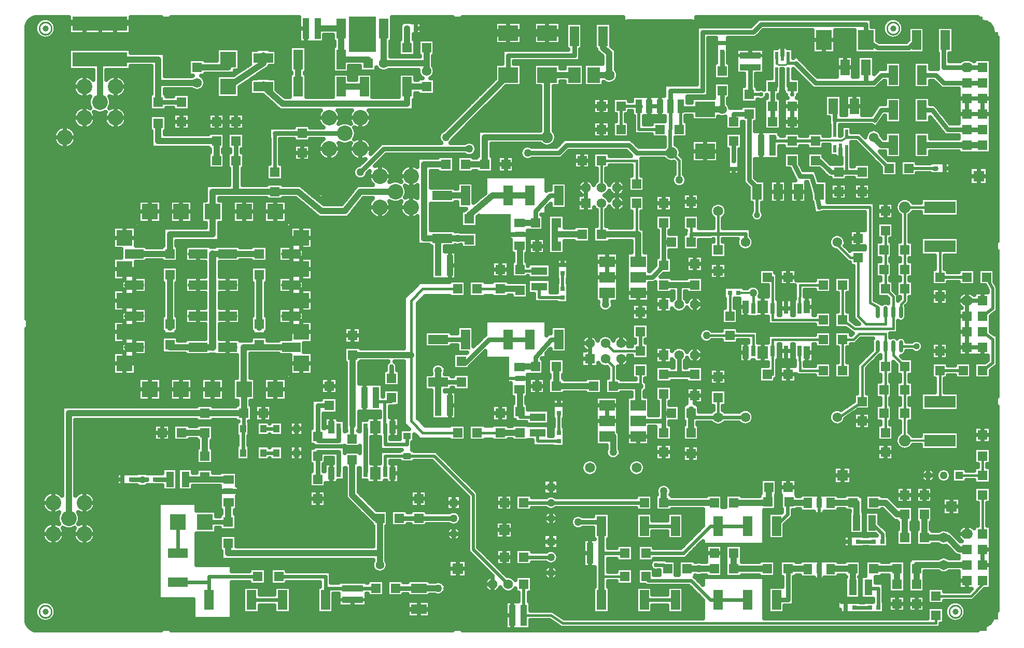
<source format=gtl>
*%FSLAX24Y24*%
*%MOIN*%
G01*
%ADD11C,0.0000*%
%ADD12C,0.0050*%
%ADD13C,0.0060*%
%ADD14C,0.0073*%
%ADD15C,0.0080*%
%ADD16C,0.0098*%
%ADD17C,0.0100*%
%ADD18C,0.0120*%
%ADD19C,0.0150*%
%ADD20C,0.0160*%
%ADD21C,0.0160*%
%ADD22C,0.0200*%
%ADD23C,0.0240*%
%ADD24O,0.0240X0.0800*%
%ADD25C,0.0250*%
%ADD26O,0.0280X0.0840*%
%ADD27C,0.0300*%
%ADD28C,0.0300*%
%ADD29C,0.0320*%
%ADD30C,0.0340*%
%ADD31C,0.0360*%
%ADD32C,0.0380*%
%ADD33C,0.0394*%
%ADD34C,0.0400*%
%ADD35C,0.0400*%
%ADD36C,0.0434*%
%ADD37C,0.0440*%
%ADD38C,0.0460*%
%ADD39C,0.0480*%
%ADD40C,0.0480*%
%ADD41C,0.0500*%
%ADD42C,0.0500*%
%ADD43C,0.0520*%
%ADD44C,0.0540*%
%ADD45C,0.0560*%
%ADD46C,0.0580*%
%ADD47C,0.0600*%
%ADD48C,0.0620*%
%ADD49C,0.0650*%
%ADD50C,0.0660*%
%ADD51C,0.0670*%
%ADD52C,0.0680*%
%ADD53C,0.0700*%
%ADD54C,0.0710*%
%ADD55C,0.0720*%
%ADD56O,0.0750X0.0620*%
%ADD57C,0.0750*%
%ADD58C,0.0760*%
%ADD59O,0.0790X0.0660*%
%ADD60C,0.0810*%
%ADD61C,0.0827*%
%ADD62C,0.0850*%
%ADD63C,0.0870*%
%ADD64C,0.1000*%
%ADD65C,0.1040*%
%ADD66C,0.1299*%
%ADD67C,0.1299*%
%ADD68C,0.1499*%
%ADD69C,0.1600*%
%ADD70C,0.1700*%
%ADD71C,0.1750*%
%ADD72C,0.1790*%
%ADD73C,0.2000*%
%ADD74C,0.2299*%
%ADD75C,0.2299*%
%ADD76R,0.0200X0.0200*%
%ADD77R,0.0200X0.0500*%
%ADD78R,0.0200X0.0650*%
%ADD79R,0.0200X0.1600*%
%ADD80R,0.0240X0.0700*%
%ADD81R,0.0280X0.0600*%
%ADD82R,0.0300X0.0300*%
%ADD83R,0.0300X0.0300*%
%ADD84R,0.0300X0.0600*%
%ADD85R,0.0300X0.0650*%
%ADD86R,0.0300X0.0700*%
%ADD87R,0.0315X0.0709*%
%ADD88R,0.0320X0.0560*%
%ADD89R,0.0320X0.0640*%
%ADD90R,0.0335X0.0758*%
%ADD91R,0.0340X0.0340*%
%ADD92R,0.0340X0.0700*%
%ADD93R,0.0340X0.0800*%
%ADD94R,0.0344X0.0787*%
%ADD95R,0.0344X0.0797*%
%ADD96R,0.0350X0.0700*%
%ADD97R,0.0350X0.0800*%
%ADD98R,0.0354X0.0787*%
%ADD99R,0.0355X0.0749*%
%ADD100R,0.0360X0.0600*%
%ADD101R,0.0360X0.1300*%
%ADD102R,0.0394X0.0827*%
%ADD103R,0.0400X0.0200*%
%ADD104R,0.0400X0.0400*%
%ADD105R,0.0400X0.0500*%
%ADD106R,0.0400X0.0640*%
%ADD107R,0.0400X0.0750*%
%ADD108R,0.0400X0.1350*%
%ADD109R,0.0420X0.0850*%
%ADD110R,0.0434X0.0867*%
%ADD111R,0.0440X0.0540*%
%ADD112R,0.0440X0.1390*%
%ADD113R,0.0460X0.0890*%
%ADD114R,0.0500X0.0200*%
%ADD115R,0.0500X0.0400*%
%ADD116R,0.0500X0.0500*%
%ADD117R,0.0500X0.0500*%
%ADD118R,0.0500X0.0850*%
%ADD119R,0.0500X0.1000*%
%ADD120R,0.0500X0.1200*%
%ADD121R,0.0540X0.0440*%
%ADD122R,0.0540X0.0540*%
%ADD123R,0.0540X0.0890*%
%ADD124R,0.0540X0.0960*%
%ADD125R,0.0540X0.1040*%
%ADD126R,0.0550X0.0650*%
%ADD127R,0.0550X0.0780*%
%ADD128R,0.0550X0.0800*%
%ADD129R,0.0560X0.0320*%
%ADD130R,0.0591X0.1260*%
%ADD131R,0.0600X0.0280*%
%ADD132R,0.0600X0.0360*%
%ADD133R,0.0600X0.0600*%
%ADD134R,0.0600X0.1000*%
%ADD135R,0.0600X0.1200*%
%ADD136R,0.0600X0.1250*%
%ADD137R,0.0620X0.0620*%
%ADD138R,0.0631X0.1300*%
%ADD139R,0.0640X0.0320*%
%ADD140R,0.0640X0.0400*%
%ADD141R,0.0640X0.0640*%
%ADD142R,0.0640X0.1040*%
%ADD143R,0.0640X0.1290*%
%ADD144R,0.0650X0.0200*%
%ADD145R,0.0650X0.0550*%
%ADD146R,0.0650X0.0650*%
%ADD147R,0.0660X0.0660*%
%ADD148R,0.0700X0.0700*%
%ADD149R,0.0700X0.0700*%
%ADD150R,0.0700X0.0900*%
%ADD151R,0.0709X0.0827*%
%ADD152R,0.0740X0.0740*%
%ADD153R,0.0749X0.0867*%
%ADD154R,0.0750X0.0400*%
%ADD155R,0.0750X0.0750*%
%ADD156R,0.0750X0.0750*%
%ADD157R,0.0750X0.0800*%
%ADD158R,0.0790X0.0790*%
%ADD159R,0.0800X0.0750*%
%ADD160R,0.0800X0.0800*%
%ADD161R,0.0800X0.0800*%
%ADD162R,0.0800X0.1000*%
%ADD163R,0.0800X0.1250*%
%ADD164R,0.0840X0.1040*%
%ADD165R,0.0850X0.0500*%
%ADD166R,0.0890X0.0540*%
%ADD167R,0.0900X0.0600*%
%ADD168R,0.0900X0.0900*%
%ADD169R,0.0940X0.0940*%
%ADD170R,0.0960X0.0540*%
%ADD171R,0.0960X0.0960*%
%ADD172R,0.0960X0.1220*%
%ADD173R,0.1000X0.0500*%
%ADD174R,0.1000X0.0600*%
%ADD175R,0.1000X0.0700*%
%ADD176R,0.1000X0.1000*%
%ADD177R,0.1000X0.1000*%
%ADD178R,0.1000X0.1250*%
%ADD179R,0.1040X0.0540*%
%ADD180R,0.1040X0.0640*%
%ADD181R,0.1040X0.0740*%
%ADD182R,0.1040X0.1040*%
%ADD183R,0.1040X0.1290*%
%ADD184R,0.1060X0.1060*%
%ADD185R,0.1140X0.0540*%
%ADD186R,0.1200X0.0500*%
%ADD187R,0.1200X0.0600*%
%ADD188R,0.1200X0.1200*%
%ADD189R,0.1220X0.0960*%
%ADD190R,0.1240X0.0640*%
%ADD191R,0.1250X0.0600*%
%ADD192R,0.1250X0.0800*%
%ADD193R,0.1250X0.1000*%
%ADD194R,0.1260X0.0591*%
%ADD195R,0.1290X0.0640*%
%ADD196R,0.1290X0.1040*%
%ADD197R,0.1300X0.0631*%
%ADD198R,0.1300X0.0360*%
%ADD199R,0.1350X0.0400*%
%ADD200R,0.1390X0.0440*%
%ADD201R,0.1500X0.1500*%
%ADD202R,0.1600X0.0200*%
%ADD203R,0.1600X0.2400*%
%ADD204R,0.1700X0.1700*%
%ADD205R,0.1800X0.1800*%
%ADD206R,0.1900X0.1900*%
%ADD207R,0.2000X0.0750*%
%ADD208R,0.2000X0.2000*%
%ADD209R,0.2040X0.0790*%
%ADD210R,0.2100X0.2100*%
%ADD211R,0.2200X0.2200*%
%ADD212R,0.2400X0.1600*%
%ADD213R,0.2500X0.2500*%
D16*
X87994Y30290D02*
X87992Y30257D01*
X87988Y30224D01*
X87981Y30192D01*
X87972Y30161D01*
X87960Y30130D01*
X87945Y30100D01*
X87928Y30072D01*
X87909Y30045D01*
X87887Y30020D01*
X87863Y29997D01*
X87838Y29976D01*
X87811Y29958D01*
X87782Y29941D01*
X87753Y29927D01*
X87722Y29916D01*
X87690Y29907D01*
X87658Y29901D01*
X87625Y29897D01*
X87592Y29896D01*
X87559Y29898D01*
X87526Y29903D01*
X87494Y29911D01*
X87463Y29921D01*
X87432Y29934D01*
X87403Y29949D01*
X87375Y29967D01*
X87349Y29987D01*
X87325Y30009D01*
X87302Y30033D01*
X87281Y30059D01*
X87263Y30086D01*
X87247Y30115D01*
X87234Y30145D01*
X87223Y30176D01*
X87215Y30208D01*
X87209Y30241D01*
X87207Y30274D01*
Y30306D01*
X87209Y30339D01*
X87215Y30372D01*
X87223Y30404D01*
X87234Y30435D01*
X87247Y30465D01*
X87263Y30494D01*
X87281Y30521D01*
X87302Y30547D01*
X87325Y30571D01*
X87349Y30593D01*
X87375Y30613D01*
X87403Y30631D01*
X87432Y30646D01*
X87463Y30659D01*
X87494Y30669D01*
X87526Y30677D01*
X87559Y30682D01*
X87592Y30684D01*
X87625Y30683D01*
X87658Y30679D01*
X87690Y30673D01*
X87722Y30664D01*
X87753Y30653D01*
X87782Y30639D01*
X87811Y30622D01*
X87838Y30604D01*
X87863Y30583D01*
X87887Y30560D01*
X87909Y30535D01*
X87928Y30508D01*
X87945Y30480D01*
X87960Y30450D01*
X87972Y30419D01*
X87981Y30388D01*
X87988Y30356D01*
X87992Y30323D01*
X87994Y30290D01*
X83994Y67790D02*
X83992Y67757D01*
X83988Y67724D01*
X83981Y67692D01*
X83972Y67661D01*
X83960Y67630D01*
X83945Y67600D01*
X83928Y67572D01*
X83909Y67545D01*
X83887Y67520D01*
X83863Y67497D01*
X83838Y67476D01*
X83811Y67458D01*
X83782Y67441D01*
X83753Y67427D01*
X83722Y67416D01*
X83690Y67407D01*
X83658Y67401D01*
X83625Y67397D01*
X83592Y67396D01*
X83559Y67398D01*
X83526Y67403D01*
X83494Y67411D01*
X83463Y67421D01*
X83432Y67434D01*
X83403Y67449D01*
X83375Y67467D01*
X83349Y67487D01*
X83325Y67509D01*
X83302Y67533D01*
X83281Y67559D01*
X83263Y67586D01*
X83247Y67615D01*
X83234Y67645D01*
X83223Y67676D01*
X83215Y67708D01*
X83209Y67741D01*
X83207Y67774D01*
Y67806D01*
X83209Y67839D01*
X83215Y67872D01*
X83223Y67904D01*
X83234Y67935D01*
X83247Y67965D01*
X83263Y67994D01*
X83281Y68021D01*
X83302Y68047D01*
X83325Y68071D01*
X83349Y68093D01*
X83375Y68113D01*
X83403Y68131D01*
X83432Y68146D01*
X83463Y68159D01*
X83494Y68169D01*
X83526Y68177D01*
X83559Y68182D01*
X83592Y68184D01*
X83625Y68183D01*
X83658Y68179D01*
X83690Y68173D01*
X83722Y68164D01*
X83753Y68153D01*
X83782Y68139D01*
X83811Y68122D01*
X83838Y68104D01*
X83863Y68083D01*
X83887Y68060D01*
X83909Y68035D01*
X83928Y68008D01*
X83945Y67980D01*
X83960Y67950D01*
X83972Y67919D01*
X83981Y67888D01*
X83988Y67856D01*
X83992Y67823D01*
X83994Y67790D01*
X29494D02*
X29492Y67757D01*
X29488Y67724D01*
X29481Y67692D01*
X29472Y67661D01*
X29460Y67630D01*
X29445Y67600D01*
X29428Y67572D01*
X29409Y67545D01*
X29387Y67520D01*
X29363Y67497D01*
X29338Y67476D01*
X29311Y67458D01*
X29282Y67441D01*
X29253Y67427D01*
X29222Y67416D01*
X29190Y67407D01*
X29158Y67401D01*
X29125Y67397D01*
X29092Y67396D01*
X29059Y67398D01*
X29026Y67403D01*
X28994Y67411D01*
X28963Y67421D01*
X28932Y67434D01*
X28903Y67449D01*
X28875Y67467D01*
X28849Y67487D01*
X28825Y67509D01*
X28802Y67533D01*
X28781Y67559D01*
X28763Y67586D01*
X28747Y67615D01*
X28734Y67645D01*
X28723Y67676D01*
X28715Y67708D01*
X28709Y67741D01*
X28707Y67774D01*
Y67806D01*
X28709Y67839D01*
X28715Y67872D01*
X28723Y67904D01*
X28734Y67935D01*
X28747Y67965D01*
X28763Y67994D01*
X28781Y68021D01*
X28802Y68047D01*
X28825Y68071D01*
X28849Y68093D01*
X28875Y68113D01*
X28903Y68131D01*
X28932Y68146D01*
X28963Y68159D01*
X28994Y68169D01*
X29026Y68177D01*
X29059Y68182D01*
X29092Y68184D01*
X29125Y68183D01*
X29158Y68179D01*
X29190Y68173D01*
X29222Y68164D01*
X29253Y68153D01*
X29282Y68139D01*
X29311Y68122D01*
X29338Y68104D01*
X29363Y68083D01*
X29387Y68060D01*
X29409Y68035D01*
X29428Y68008D01*
X29445Y67980D01*
X29460Y67950D01*
X29472Y67919D01*
X29481Y67888D01*
X29488Y67856D01*
X29492Y67823D01*
X29494Y67790D01*
Y30290D02*
X29492Y30257D01*
X29488Y30224D01*
X29481Y30192D01*
X29472Y30161D01*
X29460Y30130D01*
X29445Y30100D01*
X29428Y30072D01*
X29409Y30045D01*
X29387Y30020D01*
X29363Y29997D01*
X29338Y29976D01*
X29311Y29958D01*
X29282Y29941D01*
X29253Y29927D01*
X29222Y29916D01*
X29190Y29907D01*
X29158Y29901D01*
X29125Y29897D01*
X29092Y29896D01*
X29059Y29898D01*
X29026Y29903D01*
X28994Y29911D01*
X28963Y29921D01*
X28932Y29934D01*
X28903Y29949D01*
X28875Y29967D01*
X28849Y29987D01*
X28825Y30009D01*
X28802Y30033D01*
X28781Y30059D01*
X28763Y30086D01*
X28747Y30115D01*
X28734Y30145D01*
X28723Y30176D01*
X28715Y30208D01*
X28709Y30241D01*
X28707Y30274D01*
Y30306D01*
X28709Y30339D01*
X28715Y30372D01*
X28723Y30404D01*
X28734Y30435D01*
X28747Y30465D01*
X28763Y30494D01*
X28781Y30521D01*
X28802Y30547D01*
X28825Y30571D01*
X28849Y30593D01*
X28875Y30613D01*
X28903Y30631D01*
X28932Y30646D01*
X28963Y30659D01*
X28994Y30669D01*
X29026Y30677D01*
X29059Y30682D01*
X29092Y30684D01*
X29125Y30683D01*
X29158Y30679D01*
X29190Y30673D01*
X29222Y30664D01*
X29253Y30653D01*
X29282Y30639D01*
X29311Y30622D01*
X29338Y30604D01*
X29363Y30583D01*
X29387Y30560D01*
X29409Y30535D01*
X29428Y30508D01*
X29445Y30480D01*
X29460Y30450D01*
X29472Y30419D01*
X29481Y30388D01*
X29488Y30356D01*
X29492Y30323D01*
X29494Y30290D01*
D17*
X76650Y65440D02*
X76850Y65540D01*
X76250Y65440D02*
X76100Y65540D01*
X78650Y57290D02*
X78850D01*
X76650Y65440D02*
X76250D01*
D18*
X78600Y60540D02*
X79200Y60590D01*
X80300D02*
X80600Y60790D01*
X84350Y43040D02*
Y41290D01*
X86600D01*
X74600Y50790D02*
X73600D01*
X79200Y60590D02*
X80300D01*
D19*
X52600Y50290D02*
Y46790D01*
Y42540D01*
Y50290D02*
X53350Y51040D01*
X52600Y42540D02*
X53350Y41790D01*
X55600D01*
X56850D02*
X58350D01*
Y51040D02*
X56850D01*
X55600D02*
X53350D01*
D21*
X80100Y42790D02*
X81600Y43790D01*
X77600Y45790D02*
X77592Y47040D01*
Y49796D02*
X77600Y51290D01*
X52350Y66540D02*
Y67790D01*
X59600Y41890D02*
Y41790D01*
X61600Y30040D02*
X62350Y29540D01*
X64850Y32540D02*
Y34040D01*
Y54540D02*
Y56540D01*
Y57540D02*
Y59290D01*
X65100Y47540D02*
X65600Y47040D01*
X65100Y46540D02*
X65600Y46040D01*
X67100Y54540D02*
Y56540D01*
Y57790D02*
Y59290D01*
X65600Y46040D02*
Y44790D01*
X67350D02*
Y45790D01*
X70600Y54040D02*
Y55290D01*
X69850Y58040D02*
Y59290D01*
X69350Y59790D01*
X72350Y44040D02*
Y42790D01*
Y53540D02*
Y54540D01*
Y53540D02*
Y56040D01*
X74600Y48040D02*
Y47040D01*
Y49790D02*
Y50790D01*
X73100D02*
Y49290D01*
X76850Y65540D02*
Y66040D01*
X76100D02*
Y65540D01*
X75860Y49796D02*
Y49040D01*
Y49796D02*
Y51790D01*
Y47790D02*
Y47040D01*
Y45540D01*
X80350Y45790D02*
Y47790D01*
Y49040D02*
Y51290D01*
X80850Y53040D02*
X79850Y54040D01*
X80350Y49040D02*
X81100Y48490D01*
X82600Y49540D02*
Y49890D01*
Y47290D02*
Y47040D01*
X82100Y50140D02*
Y56290D01*
X81350Y53040D02*
Y49790D01*
Y49290D01*
X81600Y46040D02*
Y43790D01*
X81050Y47790D02*
X81400Y48140D01*
X82600Y47040D02*
X81600Y46040D01*
X81850Y48790D02*
X81350Y49290D01*
X82100Y50140D02*
X82600Y49890D01*
X83100Y47340D02*
Y47290D01*
Y48140D01*
Y47340D02*
Y46040D01*
X83600Y48490D02*
Y49540D01*
X83100Y46040D02*
Y44540D01*
Y51040D02*
Y54790D01*
X83600Y50540D02*
Y49540D01*
X83100Y44540D02*
Y43040D01*
Y41790D01*
X84100Y49540D02*
Y50040D01*
X84350Y44540D02*
Y43040D01*
Y44540D02*
Y46040D01*
Y43040D02*
Y42790D01*
Y54040D02*
Y56290D01*
Y52540D02*
Y51040D01*
Y50290D01*
Y52540D02*
Y54040D01*
X83600Y47340D02*
Y47040D01*
Y46790D01*
X83100Y48790D02*
Y49590D01*
X84100Y50040D02*
X84350Y50290D01*
X83600Y50540D02*
X83100Y51040D01*
X83600Y46790D02*
X84350Y46040D01*
X86600Y51790D02*
Y53790D01*
Y45790D02*
Y43790D01*
X86350Y30040D02*
Y29540D01*
X88600Y31290D02*
X89350Y32040D01*
Y35290D02*
Y37790D01*
Y39040D02*
Y40290D01*
Y32290D02*
Y32040D01*
X86350Y29540D02*
X62350D01*
X61600Y30040D02*
X59850D01*
X64850Y32540D02*
X66350D01*
X86350Y31290D02*
X88600D01*
X87850Y39040D02*
X89350D01*
X67350Y44790D02*
X65600D01*
X77600Y45790D02*
X79100D01*
X75860Y45540D02*
X75600D01*
X75500D01*
X80350Y47790D02*
X81050D01*
X81400Y48140D02*
X83100D01*
X74600Y48040D02*
X73100D01*
X75860Y47790D02*
X79100D01*
X66600Y47040D02*
X65600D01*
X66600D02*
X67100D01*
X67350D01*
X84100Y47340D02*
X85100D01*
X73100Y48040D02*
X71600D01*
X81100Y48490D02*
X83600D01*
X83100Y48790D02*
X81850D01*
X79100Y49040D02*
X75860D01*
X77600Y51290D02*
X79100D01*
X75860Y51790D02*
X75350D01*
X75500D01*
X80850Y53040D02*
X81350D01*
X72350Y54540D02*
X71850D01*
X84350Y56290D02*
X86600D01*
X67100Y59290D02*
X64850D01*
D22*
X81350Y60790D02*
X83350Y58790D01*
X56600Y37790D02*
X54100Y40290D01*
X56600Y34290D02*
X58850Y32040D01*
X51350Y43790D02*
Y44040D01*
X50930Y43790D02*
Y42040D01*
X50950Y40290D02*
Y39284D01*
X50350Y43790D02*
Y44040D01*
X56600Y37790D02*
Y34290D01*
X59600Y42790D02*
Y43040D01*
Y52190D02*
Y52290D01*
X59850Y32040D02*
Y30040D01*
X60850Y50490D02*
Y51190D01*
X60750Y41790D02*
Y41240D01*
X62350Y51040D02*
Y52040D01*
X62100Y42990D02*
Y41790D01*
X66100Y61290D02*
Y62790D01*
X67260D02*
Y61290D01*
X70600Y54590D02*
Y54540D01*
X69940Y61290D02*
Y62790D01*
X74850Y57290D02*
Y55790D01*
X76850Y65540D02*
Y66040D01*
Y65040D02*
Y64040D01*
X76100D02*
Y65040D01*
X77100Y64040D02*
Y63540D01*
X80600Y60040D02*
Y58540D01*
X79850Y61040D02*
Y62790D01*
X80600Y61040D02*
Y60790D01*
X90000Y51040D02*
Y49790D01*
Y47790D02*
Y46290D01*
X89350Y49290D02*
X90000Y49790D01*
Y51040D02*
X89600Y51790D01*
X90000Y46290D02*
X89350Y45790D01*
X90000Y47790D02*
X89350Y48290D01*
X54100Y40290D02*
X50950D01*
X60750Y41240D02*
X62100D01*
X50930Y43790D02*
X50350D01*
X51350D01*
X59600Y42790D02*
X60750D01*
X86600Y45790D02*
X88100D01*
X60850Y52190D02*
X59600D01*
X86600Y51790D02*
X88350D01*
X62350Y50490D02*
X60850D01*
X78850Y56290D02*
X82100D01*
X84600Y58790D02*
X86350D01*
X82400Y61890D02*
X79850D01*
X68600Y61290D02*
X67260D01*
X80600Y60790D02*
X81350D01*
X77100Y60540D02*
X75850D01*
X77100D02*
X78600D01*
X76100Y64040D02*
X75850D01*
X76850D02*
X77100D01*
X67350Y62790D02*
X66100D01*
X74350Y63540D02*
X75100D01*
X76850Y65540D02*
X77350D01*
D23*
X71850Y35790D02*
X70100Y34040D01*
X76100Y35840D02*
X76800Y36540D01*
X41850Y42090D02*
X41800Y42040D01*
X68850Y33290D02*
X69100Y33040D01*
X70600Y32290D02*
X71850Y31040D01*
X67850Y32290D02*
X67600Y32540D01*
X82350Y35840D02*
X82900Y35290D01*
X82350Y35840D02*
X82250Y35990D01*
X82000Y31840D02*
X82100Y31790D01*
X69250Y59790D02*
X69270Y62790D01*
X37600Y36040D02*
Y34040D01*
X39600Y32540D02*
Y31040D01*
Y32190D01*
X41800Y40440D02*
Y42040D01*
X41850Y42090D02*
Y43040D01*
X41800Y40490D02*
Y40440D01*
X43850Y58540D02*
Y61040D01*
X47100Y31790D02*
Y31040D01*
Y32540D01*
X48824Y41290D02*
Y42040D01*
X50950D02*
Y41040D01*
X52350Y41540D02*
Y41590D01*
Y41540D02*
Y41040D01*
X67350Y47040D02*
Y48290D01*
X70600Y54040D02*
Y54590D01*
X74100D02*
Y54040D01*
X76800Y37290D02*
Y36540D01*
X76100Y35840D02*
Y35790D01*
X82650Y31790D02*
Y30540D01*
X82900Y34790D02*
Y35290D01*
X82100Y30540D02*
X81100D01*
X74250Y31040D02*
X72350D01*
X47100Y32540D02*
X44100D01*
X42850D02*
X39600D01*
X67850Y32290D02*
X70600D01*
X39600Y32190D02*
X37600D01*
X42350Y31040D02*
X44350D01*
X47100Y31790D02*
X48850D01*
X50350D01*
X67600Y31040D02*
X69600D01*
X71850D02*
X72350D01*
X82100Y31790D02*
X82650D01*
X68850Y33290D02*
X68350D01*
X66350Y34040D02*
X64850D01*
X67600D02*
X70100D01*
X61600Y33790D02*
X59850D01*
X67600Y35790D02*
X69600D01*
X72350D02*
X74350D01*
X72350D02*
X71850D01*
X81350Y34790D02*
X82350D01*
X67600Y37290D02*
X61600D01*
X59850D01*
X43900Y40490D02*
X43100D01*
X43900D02*
X43950D01*
Y42040D02*
X43100D01*
X48824D02*
X48824D01*
X50950Y41040D02*
X52350D01*
X70600Y42790D02*
X74100D01*
X73550Y54590D02*
X70600D01*
Y54540D02*
X71850D01*
X73550Y54590D02*
X74100D01*
X48350Y61040D02*
X45600D01*
D24*
X84100Y47340D02*
D03*
X83600D02*
D03*
X83100D02*
D03*
X82600D02*
D03*
Y49540D02*
D03*
X83100D02*
D03*
X83600D02*
D03*
X84100D02*
D03*
D25*
X52150Y42726D02*
X51964Y42540D01*
X53350Y41154D02*
X53536Y41340D01*
X51964Y50290D02*
X52150Y50476D01*
X52264Y50590D01*
X52414Y50740D01*
X52900Y51226D01*
X53050Y51376D01*
X53164Y51490D01*
X53350Y51676D01*
X53536Y50590D02*
X53050Y50104D01*
X81215Y61115D02*
X81350Y61250D01*
X66600Y60820D02*
X66445Y60665D01*
X86195Y65165D02*
X86350Y65320D01*
X87005Y63915D02*
X86850Y63760D01*
X77350Y66070D02*
X77175Y65895D01*
X78755Y63915D02*
X78600Y63760D01*
X83100Y37891D02*
X82924Y37715D01*
X87022Y35563D02*
X87100Y35641D01*
X83263Y35165D02*
X83245Y35147D01*
X83263Y35165D02*
X83388Y35290D01*
X54100Y40750D02*
X53965Y40615D01*
X56925Y37655D02*
X57060Y37790D01*
X73820Y58040D02*
X73975Y58195D01*
X56275Y34425D02*
X56140Y34290D01*
X48399Y37966D02*
X48223Y37790D01*
X48399Y37966D02*
X48399Y37966D01*
X81779Y60820D02*
X81832Y60873D01*
X82267Y61308D02*
X82350Y61391D01*
X83026Y59865D02*
X82880Y59719D01*
X84445Y66915D02*
X84575Y67045D01*
X84755Y66165D02*
X84600Y66010D01*
X84755Y66165D02*
X84780Y66190D01*
X85625Y67035D02*
X85630Y67040D01*
X54399Y60941D02*
X54249Y60790D01*
X54699Y61241D02*
X56925Y63466D01*
X56964Y63505D01*
X57074Y63615D01*
X57524Y64065D01*
X57775Y64316D01*
X57874Y64415D01*
X57924Y64465D01*
X58000Y64541D01*
X55876Y61215D02*
X55301Y60639D01*
X55876Y61215D02*
X56725Y62064D01*
X56925Y62264D01*
X57775Y63114D01*
X58000Y63339D01*
X58475Y63814D01*
X58726Y64065D01*
X74445Y67915D02*
X74725Y68195D01*
X74945Y68415D01*
X74975Y68445D01*
X75045Y68515D01*
X74725Y67135D02*
X74600Y67010D01*
X74725Y67135D02*
X74755Y67165D01*
X74975Y67385D01*
X75255Y67665D01*
X70120Y34548D02*
X69957Y34385D01*
X70120Y34548D02*
X70137Y34565D01*
X70445Y34873D01*
X70507Y34935D01*
X71017Y35445D01*
X71375Y35803D01*
X70120Y33572D02*
X70113Y33565D01*
X70120Y33572D02*
X70243Y33695D01*
X70445Y33897D01*
X70875Y34327D01*
X70933Y34385D01*
X71113Y34565D01*
X71375Y34827D01*
X76412Y36640D02*
X76425Y36653D01*
X76445Y36673D01*
X76455Y36683D01*
X76933Y36185D02*
X76625Y35877D01*
X76933Y36185D02*
X76943Y36195D01*
X77145Y36397D01*
X77288Y36540D01*
X82375Y64845D02*
X82475Y64945D01*
X82695Y65165D01*
X82725Y65195D01*
X82850Y65320D01*
X82375Y63785D02*
X82350Y63760D01*
X82375Y63785D02*
X82475Y63885D01*
X82505Y63915D01*
X82530Y63940D01*
X82725Y64135D01*
X83005Y64415D01*
X41325Y42053D02*
X41312Y42040D01*
X41325Y42053D02*
X41375Y42103D01*
X42225Y41977D02*
X42338Y42090D01*
X48820Y58540D02*
X48879Y58599D01*
X49291Y59011D02*
X49668Y59389D01*
X50001Y59722D02*
X50475Y60195D01*
X50695Y60415D01*
X50850Y60570D01*
X49409Y58069D02*
X49350Y58010D01*
X49821Y58481D02*
X49949Y58608D01*
X50282Y58941D02*
X50475Y59135D01*
X51005Y59665D01*
X67945Y52165D02*
X67995Y52215D01*
X68145Y52365D01*
X68325Y52545D01*
X68205Y51365D02*
X68100Y51260D01*
X68205Y51365D02*
X68255Y51415D01*
X68325Y51485D01*
X68655Y51815D02*
X68855Y52015D01*
X69375Y52535D02*
X69380Y52540D01*
X61945Y60165D02*
X62145Y60365D01*
X62225Y60445D01*
X62445Y60665D01*
X62475Y60695D01*
X62600Y60820D01*
X62225Y59385D02*
X62100Y59260D01*
X62225Y59385D02*
X62255Y59415D01*
X62475Y59635D01*
X62655Y59815D01*
X62755Y59915D01*
X56215Y46935D02*
X56195Y46915D01*
X56620Y47341D02*
X56695Y47415D01*
X56975Y47695D01*
X57225Y47945D01*
X57375Y48095D01*
X56205Y45865D02*
X56100Y45760D01*
X56375Y46035D02*
X56475Y46135D01*
X56620Y46280D01*
X56905Y46565D01*
X56975Y46635D01*
X57005Y46665D01*
X57055Y46715D01*
X57225Y46885D01*
X57255Y46915D01*
X57275Y46935D01*
X57375Y47035D01*
X88474Y31595D02*
X88614Y31735D01*
X88634Y31755D01*
X88726Y30985D02*
X88600Y30859D01*
X88726Y30985D02*
X88815Y31074D01*
X88885Y31144D01*
X88905Y31164D01*
X89045Y31304D01*
X89336Y31595D01*
X89476Y31735D01*
X89496Y31755D01*
X83905Y50276D02*
X83945Y50316D01*
X83974Y50345D01*
X84045Y50416D01*
X84445Y49954D02*
X84426Y49934D01*
X84445Y49954D02*
X84476Y49985D01*
X84655Y50164D01*
X84781Y50290D01*
X81045Y49416D02*
X80919Y49290D01*
X81008Y48179D02*
X80924Y48095D01*
X81008Y48179D02*
X81014Y48185D01*
X81095Y47404D02*
X81050Y47359D01*
X81095Y47404D02*
X81176Y47485D01*
X81355Y47664D01*
X81526Y47835D01*
X81295Y46166D02*
X81169Y46040D01*
X81295Y46166D02*
X81355Y46226D01*
X81444Y46315D01*
X81474Y46345D01*
X81694Y46565D01*
X81864Y46735D01*
X81905Y46776D01*
X82114Y46985D01*
X82255Y47126D01*
Y46264D02*
X81905Y45914D01*
X82255Y46264D02*
X82295Y46304D01*
X82336Y46345D01*
X82476Y46485D01*
X82556Y46565D01*
X82575Y46584D01*
X82726Y46735D01*
X82733Y46742D01*
X79419Y54040D02*
X79473Y54095D01*
X70281Y59290D02*
X70155Y59164D01*
X66005Y46014D02*
X65905Y45914D01*
X53536Y42240D02*
X53136Y42640D01*
X53050Y42726D01*
X53339Y41165D02*
X53350Y41154D01*
X53339Y41165D02*
X53309Y41195D01*
X53164Y41340D01*
X53119Y41385D01*
X53050Y41454D01*
X53004Y41500D01*
X52900Y41604D01*
X52825Y41679D01*
X52489Y42015D02*
X52414Y42090D01*
X52264Y42240D01*
X52150Y42354D01*
X51964Y42540D01*
X52150Y50104D02*
X51964Y50290D01*
X53386Y51640D02*
X53536Y51490D01*
X53386Y51640D02*
X53350Y51676D01*
X68993Y33635D02*
X69063Y33565D01*
X68993Y33635D02*
X68933Y33695D01*
X83285Y59315D02*
X83160Y59440D01*
X83075Y59525D01*
X82880Y59719D01*
X82825Y59775D01*
X82735Y59865D01*
X81825Y60774D02*
X81779Y60820D01*
X81675Y60925D01*
X81485Y61115D01*
X81460Y61140D01*
X81350Y61250D01*
X82765Y58915D02*
X82825Y58855D01*
X82765Y58915D02*
X82615Y59065D01*
X82425Y59255D01*
X82365Y59315D01*
X82240Y59440D01*
X82125Y59555D01*
X82115Y59565D01*
X81975Y59705D01*
X81815Y59865D01*
X81675Y60005D01*
X81315Y60365D01*
X81215Y60465D01*
X70945Y32433D02*
X71375Y32003D01*
X70945Y32433D02*
X70875Y32503D01*
X70863Y32515D01*
X71017Y31385D02*
X71375Y31027D01*
X71017Y31385D02*
X70945Y31457D01*
X70875Y31527D01*
X70507Y31895D01*
X70457Y31945D01*
X67757Y31895D02*
X67707Y31945D01*
X67637Y32015D01*
X67255Y60165D02*
X66975Y60445D01*
X66935Y60485D01*
X66795Y60625D01*
X66755Y60665D01*
X66725Y60695D01*
X66655Y60765D01*
X66600Y60820D01*
X66725Y59635D02*
X66765Y59595D01*
X66725Y59635D02*
X66445Y59915D01*
X86350Y65320D02*
X86475Y65195D01*
X86725Y63885D02*
X86850Y63760D01*
X86725Y63885D02*
X86695Y63915D01*
X86670Y63940D01*
X86475Y64135D01*
X86195Y64415D01*
X78755Y64665D02*
X78425Y64995D01*
X78225Y65195D01*
X78205Y65215D01*
X78185Y65235D01*
X78055Y65365D01*
X77905Y65515D01*
X77855Y65565D01*
X77675Y65745D01*
X77625Y65795D01*
X77555Y65865D01*
X77350Y66070D01*
X78445Y63915D02*
X78600Y63760D01*
X78445Y63915D02*
X78225Y64135D01*
X77995Y64365D01*
X77795Y64565D01*
X77695Y64665D01*
X77675Y64685D01*
X77625Y64735D01*
X77425Y64935D01*
X77195Y65165D01*
X77175Y65185D01*
X83925Y37066D02*
X83926Y37065D01*
X83925Y37066D02*
X83825Y37166D01*
X83726Y37265D01*
X83525Y37466D01*
X83425Y37566D01*
X83276Y37715D01*
X83176Y37815D01*
X83100Y37891D01*
X83774Y36015D02*
X83850Y35939D01*
X83774Y36015D02*
X83674Y36115D01*
X83525Y36264D01*
X83425Y36364D01*
X83074Y36715D01*
X83024Y36765D01*
X82924Y36865D01*
X87815Y34926D02*
X87916Y34825D01*
X87815Y34926D02*
X87525Y35216D01*
X87425Y35316D01*
X87276Y35465D01*
X87275Y35466D01*
X87100Y35641D01*
X87784Y33755D02*
X87824Y33715D01*
X87784Y33755D02*
X87714Y33825D01*
X87674Y33865D01*
X87525Y34014D01*
X87425Y34114D01*
X87275Y34264D01*
X87022Y34517D01*
X83388Y35290D02*
X83245Y35433D01*
X83043Y35635D01*
X82725Y35953D01*
X82525Y35177D02*
X82537Y35165D01*
X82525Y35177D02*
X82437Y35265D01*
X57060Y37790D02*
X56925Y37925D01*
X56735Y38115D01*
X56275Y38575D01*
X55825Y39025D01*
X54885Y39965D01*
X54875Y39975D01*
X54425Y40425D01*
X54235Y40615D01*
X54100Y40750D01*
X56165Y37765D02*
X56275Y37655D01*
X56165Y37765D02*
X55865Y38065D01*
X55825Y38105D01*
X55815Y38115D01*
X54875Y39055D01*
X54425Y39505D01*
X53965Y39965D01*
X74725Y58195D02*
X74905Y58015D01*
X74325Y57535D02*
X74245Y57615D01*
X74195Y57665D01*
X73975Y57885D01*
X73945Y57915D01*
X73845Y58015D01*
X73820Y58040D01*
X79575Y59095D02*
X79605Y59065D01*
X79575Y59095D02*
X79525Y59145D01*
X79225Y59445D01*
X79205Y59465D01*
X79125Y59545D01*
X78855Y59815D02*
X78850Y59820D01*
X79595Y58015D02*
X79600Y58010D01*
X79595Y58015D02*
X79445Y58165D01*
X79375Y58235D01*
X79225Y58385D01*
X79125Y58485D01*
X78945Y58665D01*
X78845Y58765D01*
X58775Y32575D02*
X58779Y32570D01*
X58775Y32575D02*
X58085Y33265D01*
X58075Y33275D01*
X58050Y33300D01*
X57905Y33445D01*
X57385Y33965D01*
X57215Y34135D01*
X57035Y34315D01*
X56925Y34425D01*
X57165Y33265D02*
X57855Y32575D01*
X57165Y33265D02*
X56925Y33505D01*
X56815Y33615D01*
X56465Y33965D01*
X56275Y34155D01*
X56140Y34290D01*
X50400Y36815D02*
X50175Y37040D01*
X50075Y37140D01*
X49899Y37316D01*
X49850Y37365D01*
X49741Y37474D01*
X49249Y37966D01*
X49899Y36114D02*
X50075Y35938D01*
X49899Y36114D02*
X49298Y36715D01*
X49249Y36764D01*
X49198Y36815D01*
X48648Y37365D01*
X48399Y37614D01*
X48223Y37790D01*
X82868Y60873D02*
X83026Y60715D01*
X82433Y61308D02*
X82350Y61391D01*
X84600Y66010D02*
X84445Y66165D01*
X54399Y60639D02*
X54249Y60790D01*
X74445Y67165D02*
X74600Y67010D01*
X75255Y68415D02*
X75155Y68515D01*
X69957Y33695D02*
X70087Y33565D01*
X77188Y36640D02*
X77288Y36540D01*
X77188Y36640D02*
X77145Y36683D01*
X82350Y63760D02*
X82225Y63885D01*
X82195Y63915D01*
X83005Y65165D02*
X82850Y65320D01*
X49350Y58010D02*
X49291Y58069D01*
X48879Y58481D02*
X48820Y58540D01*
X50850Y60570D02*
X51005Y60415D01*
X67995Y51365D02*
X68100Y51260D01*
X67995Y51365D02*
X67945Y51415D01*
X62100Y59260D02*
X61945Y59415D01*
X62755Y60665D02*
X62600Y60820D01*
X55995Y45865D02*
X56100Y45760D01*
X88474Y30985D02*
X88600Y30859D01*
X83825Y50746D02*
X83795Y50776D01*
X83726Y50845D01*
X83625Y50946D01*
X83255Y50454D02*
X83295Y50414D01*
X83255Y50454D02*
X83194Y50515D01*
X84106Y46715D02*
X84256Y46565D01*
X83825Y46134D02*
X83795Y46164D01*
X83755Y46204D01*
X83625Y46334D01*
X84781Y50290D02*
X84726Y50345D01*
X84655Y50416D01*
X81414Y48795D02*
X81355Y48854D01*
X81224Y48985D01*
X81114Y49095D01*
X81095Y49114D01*
X81045Y49164D01*
X80919Y49290D01*
X80924Y47485D02*
X81050Y47359D01*
X81169Y46040D02*
X81295Y45914D01*
X80825Y53496D02*
X80756Y53565D01*
X80556Y53765D01*
X80545Y53776D01*
X80496Y53826D01*
X80724Y52735D02*
X80850Y52609D01*
X80724Y52735D02*
X80545Y52914D01*
X80114Y53345D01*
X79951Y53508D01*
X79473Y53985D02*
X79419Y54040D01*
X70281Y59290D02*
X70156Y59415D01*
X70155Y59416D01*
X69976Y59595D01*
X69931Y59640D01*
X69500Y59209D02*
X69545Y59164D01*
X65204Y46005D02*
X65295Y45914D01*
X65204Y46005D02*
X65195Y46014D01*
X43090Y64615D02*
X43062Y64640D01*
X43950Y63858D02*
X44226Y63615D01*
X44340Y63515D01*
X44510Y63365D01*
X43224D02*
X43053Y63515D01*
X43224Y63365D02*
X43525Y63100D01*
X43925Y62748D01*
X43950Y62726D01*
X44190Y62515D01*
X44388Y62340D01*
X44542Y62515D01*
X61325Y48045D02*
X61425Y48160D01*
X61429Y48165D01*
X61525Y48275D01*
X61563Y48319D01*
X61032Y46565D02*
X61025Y46557D01*
X61325Y46902D02*
X61358Y46940D01*
X61423Y47015D01*
X61425Y47017D01*
X61525Y47132D01*
X61575Y47190D01*
X82575Y67007D02*
X82714Y66915D01*
X82449Y66190D02*
X82486Y66165D01*
X82704Y66020D01*
X41275Y64834D02*
X41171Y64765D01*
X41275Y64834D02*
X41321Y64865D01*
X41575Y65034D01*
X41621Y65065D01*
X41696Y65115D01*
X42071Y65365D01*
X42250Y65484D01*
Y64463D02*
X41575Y64013D01*
X42250Y64463D02*
X42404Y64565D01*
X42479Y64615D01*
X42675Y64746D01*
X42704Y64765D01*
X42854Y64865D01*
X43154Y65065D01*
X43229Y65115D01*
X43525Y65313D01*
X43604Y65365D01*
X78533Y55965D02*
X78556Y55849D01*
X78533Y55965D02*
X78525Y56003D01*
X78413Y56565D01*
X78403Y56615D01*
X78325Y57003D02*
X78323Y57015D01*
X78286Y57199D01*
X78556Y55849D02*
X79137Y55965D01*
X78824Y58015D02*
X78779Y58165D01*
X78725Y58345D01*
X78629Y58665D01*
X78601Y58757D01*
X78176Y57565D02*
X78286Y57199D01*
X78176Y57565D02*
X78075Y57902D01*
X78071Y57915D01*
X78295Y58665D02*
X78601Y58757D01*
X82169Y62215D02*
X82475Y62657D01*
X82654Y62915D01*
X82725Y63018D01*
X82755Y63062D01*
X82631Y61565D02*
X82495Y61368D01*
X82631Y61565D02*
X82718Y61690D01*
X82725Y61701D01*
X83046Y62165D01*
X82495Y61368D02*
X82211Y61565D01*
X82967Y62915D02*
X82755Y63062D01*
X87260Y61690D02*
X87280Y61665D01*
X87260Y61690D02*
X87208Y61755D01*
X87152Y61825D01*
X86880Y62165D01*
X86725Y62359D01*
X86475Y62672D01*
X86408Y62755D01*
X86352Y62825D01*
X86280Y62915D01*
X86159Y63067D01*
X86920Y60915D02*
X87041Y60763D01*
X86920Y60915D02*
X86740Y61140D01*
X86725Y61158D01*
X86475Y61471D01*
X86320Y61665D01*
X86300Y61690D01*
X85975Y62096D01*
Y62920D02*
X86159Y63067D01*
X87232Y60915D02*
X87041Y60763D01*
X45504Y57715D02*
X45296Y57889D01*
X45504Y57715D02*
X45775Y57489D01*
X46425Y56947D01*
X46524Y56865D01*
X47004Y56465D01*
X45364Y56725D02*
X45196Y56865D01*
X45364Y56725D02*
X45676Y56465D01*
X45775Y56383D01*
X46425Y55841D01*
X46696Y55615D01*
X46904Y55441D01*
X45151Y57715D02*
X45296Y57889D01*
X47049Y55615D02*
X46904Y55441D01*
X48146Y56465D02*
X48466Y56865D01*
X48775Y57252D01*
X48925Y57439D01*
X49146Y57715D01*
X49284Y57887D01*
X48554Y55615D02*
X48416Y55443D01*
X48554Y55615D02*
X48775Y55891D01*
X48925Y56078D01*
X49234Y56465D01*
X49554Y56865D01*
X48416Y55443D02*
X48201Y55615D01*
X49499Y57715D02*
X49284Y57887D01*
X46343Y40915D02*
X46356Y40849D01*
X46343Y40915D02*
X46323Y41015D01*
X48332Y40915D02*
X48332Y40914D01*
X48332Y40915D02*
X48332Y40945D01*
X48332Y40914D02*
X48299Y40914D01*
X80258Y43262D02*
X80263Y43265D01*
X80593Y43485D01*
X81075Y43807D01*
X81062Y43065D02*
X80535Y42713D01*
X81062Y43065D02*
X81075Y43073D01*
X81295Y43220D01*
X81362Y43265D01*
X75685Y61190D02*
X75712Y61265D01*
X76375Y60891D02*
X76366Y60865D01*
X76375Y60891D02*
X76384Y60915D01*
X76402Y60965D01*
X76420Y61016D01*
X75936Y61190D02*
X75728Y61265D01*
X76283Y61065D02*
X76420Y61016D01*
X77782Y58765D02*
X77832Y58665D01*
X77782Y58765D02*
X77707Y58915D01*
X77625Y59079D01*
X77225Y58201D02*
X77318Y58015D01*
X77225Y58201D02*
X76993Y58665D01*
X76975Y58701D01*
X76943Y58765D01*
X68908Y60195D02*
X68911Y60765D01*
X68918Y61815D02*
X68921Y62140D01*
X69602Y60765D02*
X69599Y60336D01*
X77902Y46303D02*
X77903Y46095D01*
X77293D02*
X77293Y46065D01*
X77293Y46095D02*
X77291Y46461D01*
X77375Y45484D02*
X77601Y45485D01*
X77290Y50375D02*
X77293Y50985D01*
X77295Y51265D01*
X77295Y51291D01*
X77903Y50985D02*
X77901Y50533D01*
X77601Y51595D02*
X77375Y51596D01*
X48399Y38705D02*
X48399Y38615D01*
X48399Y38705D02*
X48399Y38909D01*
X48399Y39041D01*
X49249Y39284D02*
X49249Y39515D01*
X55751Y55844D02*
X55825Y55906D01*
X56016Y56065D02*
X56160Y56185D01*
X56620Y56568D02*
X56676Y56615D01*
X56775Y56697D01*
X56875Y56781D01*
X56975Y56864D01*
X57375Y57197D01*
X56975Y55758D02*
X56875Y55674D01*
X65510Y66615D02*
X65475Y66645D01*
X65510Y66615D02*
X65710Y66440D01*
X65775Y66383D01*
X65950Y66230D01*
X64419Y66440D02*
X64350Y66500D01*
X64419Y66440D02*
X64525Y66347D01*
X64790Y66115D01*
X64925Y65997D01*
X65775Y66030D02*
X65950Y66230D01*
X61389Y57415D02*
X61325Y57348D01*
X61389Y57415D02*
X61425Y57453D01*
X61437Y57465D01*
X61536Y57570D01*
X61425Y56364D02*
X61325Y56259D01*
X61425Y56364D02*
X61473Y56415D01*
X61575Y56522D01*
X89885Y49292D02*
X90111Y49465D01*
X90325Y49630D01*
Y51121D02*
X90248Y51265D01*
X90195Y51365D01*
X90125Y51496D01*
X89512Y51265D02*
X89675Y50959D01*
Y46450D02*
X89499Y46315D01*
X89875Y45784D02*
X90111Y45965D01*
X90325Y46130D01*
X90111Y48115D02*
X89885Y48288D01*
X82575Y50244D02*
X82405Y50329D01*
X82575Y50244D02*
X82672Y50195D01*
X82755Y50154D01*
X82884Y50089D01*
X80941Y48985D02*
X80875Y49033D01*
X80941Y48985D02*
X81045Y48909D01*
X81095Y48872D01*
X81200Y48795D01*
X80646Y48445D02*
X80550Y48515D01*
X80646Y48445D02*
X80655Y48438D01*
X80795Y48335D01*
X80823Y48315D01*
X80875Y48277D01*
X81000Y48185D01*
X81008Y48179D01*
X80214Y60875D02*
X80275Y60916D01*
X79188Y60875D02*
X79125Y60870D01*
X79188Y60875D02*
X79460Y60898D01*
X79212Y60305D02*
X79125Y60298D01*
X79462Y60875D02*
X79460Y60898D01*
X61515Y30463D02*
X61692Y30345D01*
X61905Y30203D01*
X62045Y30110D01*
X62442Y29845D01*
X61905Y29470D02*
X61508Y29735D01*
X61905Y29470D02*
X62045Y29377D01*
X62258Y29235D01*
X62435Y29117D01*
X27875Y29790D02*
Y48474D01*
Y49106D02*
Y67790D01*
X28850Y49815D02*
Y48790D01*
Y47765D01*
X29600Y36015D02*
Y35290D01*
Y34565D01*
Y37290D02*
Y38015D01*
Y37290D02*
Y36565D01*
X29850Y34609D02*
Y29065D01*
Y35971D02*
Y36609D01*
Y37971D02*
Y48565D01*
Y49015D02*
Y60265D01*
Y61315D02*
Y68515D01*
X29600Y29847D02*
Y29065D01*
Y30733D02*
Y34565D01*
Y36015D02*
Y36565D01*
Y38015D02*
Y48091D01*
Y49489D02*
Y67347D01*
Y68233D02*
Y68515D01*
X29350Y29671D02*
Y29065D01*
Y30909D02*
Y34609D01*
Y35971D02*
Y36609D01*
Y37971D02*
Y47895D01*
Y49685D02*
Y67171D01*
X29100Y29622D02*
Y29065D01*
Y30958D02*
Y34765D01*
Y35815D02*
Y36765D01*
Y37815D02*
Y47796D01*
Y49784D02*
Y67122D01*
X28850Y29671D02*
Y29065D01*
Y30909D02*
Y47765D01*
Y49815D02*
Y67171D01*
X28600Y29847D02*
Y29065D01*
Y30733D02*
Y47796D01*
Y49784D02*
Y67347D01*
Y68233D02*
Y68515D01*
X28350Y47895D02*
Y29109D01*
Y49685D02*
Y68471D01*
X28100Y29515D02*
Y29265D01*
Y29515D02*
Y48091D01*
Y49489D02*
Y68065D01*
Y68315D01*
X31600Y64765D02*
Y64040D01*
Y63315D01*
Y62765D02*
Y62040D01*
Y61315D01*
X30350Y61515D02*
Y60790D01*
Y60065D01*
X31600Y38015D02*
Y37290D01*
Y36565D01*
Y36015D02*
Y35290D01*
Y34565D01*
X30625Y65115D02*
Y66465D01*
Y67415D02*
Y68515D01*
X30175Y42615D02*
Y37732D01*
X31025D02*
Y42615D01*
X31850Y34609D02*
Y29065D01*
Y35971D02*
Y36609D01*
Y37971D02*
Y42615D01*
Y43465D02*
Y61359D01*
Y62721D02*
Y63359D01*
Y64721D02*
Y65115D01*
Y66465D02*
Y67415D01*
X31600Y34565D02*
Y29065D01*
Y36015D02*
Y36565D01*
Y38015D02*
Y42615D01*
Y43465D02*
Y61315D01*
Y62765D02*
Y63315D01*
Y64765D02*
Y65115D01*
Y66465D02*
Y67415D01*
X31350Y34609D02*
Y29065D01*
Y35971D02*
Y36609D01*
Y37971D02*
Y42615D01*
Y43465D02*
Y61359D01*
Y62721D02*
Y63359D01*
Y64721D02*
Y65115D01*
Y66465D02*
Y67415D01*
X31100Y34765D02*
Y29065D01*
Y37815D02*
Y42615D01*
Y43465D02*
Y61515D01*
Y62565D02*
Y63515D01*
Y64565D02*
Y65115D01*
Y66465D02*
Y67415D01*
X30850Y35609D02*
Y29065D01*
Y43465D02*
Y60265D01*
Y61315D02*
Y65115D01*
Y66465D02*
Y67415D01*
X30600Y35565D02*
Y29065D01*
Y43465D02*
Y60109D01*
Y61471D02*
Y65115D01*
Y66465D01*
Y67415D01*
Y68515D01*
X30350Y35609D02*
Y29065D01*
Y43465D02*
Y60065D01*
Y61515D02*
Y65115D01*
Y66465D01*
Y67415D01*
Y68515D01*
X30100Y34765D02*
Y29065D01*
Y37815D02*
Y42615D01*
Y43465D01*
Y60109D01*
Y61471D02*
Y68515D01*
X30175Y43465D02*
Y42615D01*
X33600Y62040D02*
Y62765D01*
Y62040D02*
Y61315D01*
Y64040D02*
Y64765D01*
Y64040D02*
Y63315D01*
X33675Y39165D02*
Y38415D01*
X33465Y53605D02*
Y55055D01*
Y46975D02*
Y45525D01*
Y47545D02*
Y48995D01*
Y49565D02*
Y51015D01*
Y51585D02*
Y53035D01*
X32175Y64482D02*
Y65115D01*
X33025D02*
Y64482D01*
X33850Y35332D02*
Y29065D01*
Y36248D02*
Y38415D01*
Y39165D02*
Y42615D01*
Y43465D02*
Y45525D01*
Y46975D02*
Y47545D01*
Y48995D02*
Y49565D01*
Y51015D02*
Y51585D01*
Y53035D02*
Y53605D01*
Y55055D02*
Y57332D01*
Y58248D02*
Y61359D01*
Y62721D02*
Y63359D01*
Y64721D02*
Y65115D01*
Y66465D02*
Y67415D01*
X33600Y38415D02*
Y29065D01*
Y38415D02*
Y39165D01*
Y42615D01*
Y43465D02*
Y45525D01*
Y46975D02*
Y47545D01*
Y48995D02*
Y49565D01*
Y51015D02*
Y51585D01*
Y53035D02*
Y53605D01*
Y55055D02*
Y61315D01*
Y62765D02*
Y63315D01*
Y64765D02*
Y65115D01*
Y66465D02*
Y67415D01*
X33350Y42615D02*
Y29065D01*
Y43465D02*
Y45525D01*
Y46975D01*
Y47545D01*
Y48995D01*
Y49565D01*
Y51015D01*
Y51585D01*
Y53035D01*
Y53605D01*
Y55055D01*
Y61359D01*
Y62721D02*
Y63359D01*
Y64721D02*
Y65115D01*
Y66465D02*
Y67415D01*
X33100Y42615D02*
Y29065D01*
Y43465D02*
Y61515D01*
Y64565D02*
Y65115D01*
Y66465D02*
Y67415D01*
X32850Y42615D02*
Y29065D01*
Y43465D02*
Y62359D01*
Y66465D02*
Y67415D01*
X32600Y42615D02*
Y29065D01*
Y43465D02*
Y62315D01*
Y66465D02*
Y67415D01*
X32350Y42615D02*
Y29065D01*
Y43465D02*
Y62359D01*
Y66465D02*
Y67415D01*
X32100Y34765D02*
Y29065D01*
Y35815D02*
Y36765D01*
Y37815D02*
Y42615D01*
Y43465D02*
Y61515D01*
Y64565D02*
Y65115D01*
Y66465D02*
Y67415D01*
X34190Y52310D02*
Y51585D01*
Y51015D02*
Y50290D01*
Y49565D01*
Y48995D02*
Y48270D01*
Y47545D01*
Y46975D02*
Y46250D01*
Y45525D01*
X35810Y45305D02*
Y44580D01*
Y43855D01*
X34190Y54330D02*
Y55055D01*
X35810Y56000D02*
Y56725D01*
Y56000D02*
Y55275D01*
X34850Y57790D02*
Y58890D01*
Y57790D02*
Y56690D01*
Y36890D02*
Y35790D01*
Y34690D01*
X34800Y51290D02*
Y52115D01*
Y51290D02*
Y50465D01*
Y50115D02*
Y49290D01*
Y48465D01*
Y48115D02*
Y47290D01*
Y46465D01*
X34050Y39165D02*
Y38790D01*
Y38415D01*
X34975D02*
Y38315D01*
Y39165D02*
Y39215D01*
X33975Y53035D02*
Y53605D01*
X35625Y52865D02*
Y52765D01*
Y53715D02*
Y53815D01*
X33975Y47545D02*
Y46975D01*
X35625Y46765D02*
Y47815D01*
X33975Y48995D02*
Y49565D01*
X35625Y49815D02*
Y48765D01*
X33975Y51015D02*
Y51585D01*
X35625Y51815D02*
Y50765D01*
X34575Y65115D02*
Y65365D01*
Y66215D02*
Y66465D01*
Y67415D02*
Y68515D01*
X35085Y56715D02*
Y55275D01*
X34915Y55055D02*
Y53815D01*
X35085Y45305D02*
Y43855D01*
X34915Y45525D02*
Y46765D01*
Y47815D02*
Y48765D01*
Y49815D02*
Y50765D01*
Y51815D02*
Y52765D01*
X34925Y38415D02*
Y38315D01*
Y39165D02*
Y39215D01*
X35775Y38315D02*
Y38190D01*
X35600Y34985D02*
Y29065D01*
Y36595D02*
Y38315D01*
Y39215D02*
Y42615D01*
Y43465D02*
Y43855D01*
Y45305D02*
Y46765D01*
Y47815D02*
Y48765D01*
Y49815D02*
Y50765D01*
Y51815D02*
Y52765D01*
Y53815D02*
Y55275D01*
Y56725D02*
Y56985D01*
Y58595D02*
Y61165D01*
Y62215D01*
Y62515D01*
Y63565D01*
Y65365D01*
Y66215D02*
Y68515D01*
X35350Y34810D02*
Y29065D01*
Y36770D02*
Y38315D01*
Y39215D02*
Y42615D01*
Y43465D02*
Y43855D01*
Y45305D02*
Y46765D01*
Y47815D02*
Y48765D01*
Y49815D02*
Y50765D01*
Y51815D02*
Y52765D01*
Y53815D02*
Y55275D01*
Y58770D02*
Y65365D01*
Y66215D02*
Y68515D01*
X35100Y34719D02*
Y29065D01*
Y36861D02*
Y38315D01*
Y39215D02*
Y42615D01*
Y43465D02*
Y43855D01*
Y45525D02*
Y46765D01*
Y47815D02*
Y48765D01*
Y49815D02*
Y50765D01*
Y51815D02*
Y52765D01*
Y53815D02*
Y55055D01*
Y58861D02*
Y65365D01*
Y66215D02*
Y68515D01*
X34850Y34690D02*
Y29065D01*
Y36890D02*
Y38315D01*
Y39215D02*
Y42615D01*
Y43465D02*
Y43855D01*
Y45305D01*
Y55275D02*
Y56690D01*
Y58890D02*
Y65115D01*
Y65365D01*
Y66215D02*
Y66465D01*
Y67415D01*
Y68515D01*
X34600Y34719D02*
Y29065D01*
Y36861D02*
Y38415D01*
Y39165D02*
Y42615D01*
Y43465D02*
Y45525D01*
Y55055D02*
Y56719D01*
Y58861D02*
Y65115D01*
Y65365D01*
Y66215D02*
Y66465D01*
Y67415D01*
Y68515D01*
X34350Y34810D02*
Y29065D01*
Y36770D02*
Y38415D01*
Y39165D02*
Y42615D01*
Y43465D02*
Y45525D01*
Y55055D02*
Y56810D01*
Y58770D02*
Y65115D01*
Y66465D02*
Y67415D01*
X34100Y34985D02*
Y29065D01*
Y36595D02*
Y38415D01*
Y39165D02*
Y42615D01*
Y43465D02*
Y45525D01*
Y55055D02*
Y56985D01*
Y58595D02*
Y61515D01*
Y62565D02*
Y63515D01*
Y64565D02*
Y65115D01*
Y66465D02*
Y67415D01*
X35775Y38315D02*
Y38290D01*
Y38315D02*
Y38415D01*
Y39165D02*
Y39215D01*
X36600Y41790D02*
Y42315D01*
Y41790D02*
Y41265D01*
X36850Y66515D02*
Y67540D01*
X35825Y62615D02*
Y62515D01*
Y62615D02*
Y62665D01*
Y63415D01*
Y63565D01*
X36875Y62615D02*
Y62515D01*
Y62615D02*
Y62665D01*
Y63415D02*
Y63565D01*
X35825Y61165D02*
Y61040D01*
Y61165D02*
Y62215D01*
X36875Y61165D02*
Y61040D01*
Y61165D02*
Y62215D01*
X36625Y38415D02*
Y38065D01*
Y39165D02*
Y39515D01*
X37575Y38365D02*
Y38065D01*
Y38365D02*
Y38415D01*
Y39165D01*
Y39215D01*
Y39515D01*
X37625Y38365D02*
Y38065D01*
Y38365D02*
Y38415D01*
Y39165D01*
Y39215D01*
Y39515D01*
X37325Y41265D02*
Y41365D01*
Y42215D01*
Y42315D01*
X36075D02*
Y41265D01*
X37125D02*
Y41365D01*
Y42215D01*
Y42315D01*
X36575Y52765D02*
Y52865D01*
Y53715D02*
Y53815D01*
X37625Y52865D02*
Y52765D01*
Y52865D02*
Y53715D01*
Y53815D01*
X36575Y51415D02*
Y51290D01*
Y51415D02*
Y52465D01*
X37625Y51415D02*
Y51290D01*
Y51415D02*
Y52465D01*
X36575Y49315D02*
Y48265D01*
X37625D02*
Y49315D01*
X36575Y46865D02*
Y46790D01*
Y46865D02*
Y46915D01*
Y47715D01*
Y47965D01*
X37625Y46865D02*
Y46790D01*
Y47715D02*
Y47965D01*
X36535Y55275D02*
Y56725D01*
X37105D02*
Y55275D01*
Y45305D02*
Y43855D01*
X36535D02*
Y45305D01*
X37325Y62390D02*
Y62515D01*
Y62665D01*
Y63415D02*
Y63565D01*
Y61265D02*
Y61140D01*
Y61265D02*
Y62315D01*
X36375Y32815D02*
Y31065D01*
Y32690D02*
Y32815D01*
Y33265D02*
Y37265D01*
X35925Y63740D02*
Y63865D01*
X36675Y46915D02*
Y46865D01*
X35925Y62490D02*
Y62515D01*
Y64715D02*
Y65365D01*
X36775D02*
Y64715D01*
X36675Y48265D02*
Y48115D01*
Y49315D02*
Y51415D01*
X37525Y48265D02*
Y48115D01*
Y49315D02*
Y51415D01*
X36675Y53815D02*
Y54115D01*
X37525D02*
Y53815D01*
X35925Y60965D02*
Y61165D01*
X36775D02*
Y60965D01*
X37600Y29341D02*
Y29065D01*
Y30739D02*
Y31065D01*
Y37265D02*
Y38065D01*
Y38365D01*
Y38415D02*
Y39165D01*
Y39215D02*
Y39515D01*
Y41265D01*
Y42315D02*
Y42615D01*
Y43465D02*
Y43855D01*
Y45305D02*
Y46865D01*
Y49315D02*
Y51415D01*
Y52465D02*
Y52765D01*
Y53815D02*
Y54115D01*
Y54965D02*
Y55275D01*
Y56725D02*
Y60115D01*
Y60965D02*
Y61265D01*
Y63565D02*
Y63865D01*
Y64715D02*
Y66841D01*
Y68239D02*
Y68515D01*
X37350Y38065D02*
Y37265D01*
Y39515D02*
Y41265D01*
Y42315D02*
Y42615D01*
Y43465D02*
Y43855D01*
Y45305D02*
Y46865D01*
Y52465D02*
Y52765D01*
Y54965D02*
Y55275D01*
Y56725D02*
Y60115D01*
Y60965D02*
Y61265D01*
Y63565D02*
Y63865D01*
Y64715D02*
Y66645D01*
X37100Y38065D02*
Y37265D01*
Y39515D02*
Y41265D01*
Y42315D02*
Y42615D01*
Y43465D02*
Y43855D01*
Y45305D01*
Y46865D01*
Y52465D02*
Y52765D01*
Y54965D02*
Y55275D01*
Y56725D01*
Y60115D01*
Y61265D02*
Y62215D01*
Y63565D02*
Y63865D01*
Y64715D02*
Y66546D01*
X36850Y38065D02*
Y37265D01*
Y39515D02*
Y41265D01*
Y42315D02*
Y42615D01*
Y43465D02*
Y43855D01*
Y45305D01*
Y46865D01*
Y52465D02*
Y52765D01*
Y54965D02*
Y55275D01*
Y56725D01*
Y60115D01*
Y62215D02*
Y62515D01*
Y63565D02*
Y63865D01*
Y64715D02*
Y65365D01*
Y66215D01*
Y66515D01*
X36600Y38065D02*
Y37265D01*
Y38065D02*
Y38415D01*
Y39165D02*
Y39515D01*
Y41265D01*
Y42315D02*
Y42615D01*
Y43465D02*
Y43855D01*
Y45305D01*
Y46865D01*
Y49315D02*
Y51415D01*
Y52465D02*
Y52765D01*
Y53815D02*
Y54115D01*
Y54965D01*
Y55275D01*
Y56725D01*
Y60115D01*
Y62215D02*
Y62515D01*
Y66215D02*
Y66546D01*
X36350Y32815D02*
Y31065D01*
Y32815D02*
Y33265D01*
Y37265D01*
Y38065D01*
Y38415D01*
Y39165D02*
Y39515D01*
Y41265D01*
Y42315D02*
Y42615D01*
Y43465D02*
Y43855D01*
Y45305D02*
Y46915D01*
Y47965D01*
Y48265D01*
Y49315D01*
Y51415D01*
Y52465D01*
Y52765D01*
Y53815D02*
Y55275D01*
Y56725D02*
Y60115D01*
Y62215D02*
Y62515D01*
Y66215D02*
Y66645D01*
X36100Y29341D02*
Y29065D01*
Y30739D02*
Y31065D01*
Y32815D01*
Y33265D01*
Y37265D01*
Y38415D01*
Y39165D02*
Y41265D01*
Y42315D02*
Y42615D01*
Y43465D02*
Y43855D01*
Y45305D02*
Y52865D01*
Y53715D02*
Y55275D01*
Y56725D02*
Y60115D01*
Y62215D02*
Y62515D01*
Y66215D02*
Y66841D01*
Y68239D02*
Y68515D01*
X35850Y29815D02*
Y29065D01*
Y30265D02*
Y35332D01*
Y36248D02*
Y38315D01*
Y39215D02*
Y41265D01*
Y42315D01*
Y42615D01*
Y43465D02*
Y43855D01*
Y45305D02*
Y46765D01*
Y47815D01*
Y48765D01*
Y49815D01*
Y50765D01*
Y51815D01*
Y52765D01*
Y53815D02*
Y55275D01*
Y56725D02*
Y57332D01*
Y58248D02*
Y60115D01*
Y60965D01*
Y62215D02*
Y62515D01*
Y63565D02*
Y63865D01*
Y64715D01*
Y65365D01*
Y66215D02*
Y67315D01*
Y67765D02*
Y68515D01*
X36375Y33265D02*
Y32815D01*
X35975Y38315D02*
Y38415D01*
Y39165D02*
Y39215D01*
X36775Y65365D02*
Y66215D01*
X36675Y54965D02*
Y54115D01*
X35925Y63565D02*
Y63865D01*
Y64715D01*
X36775Y63865D02*
Y63565D01*
X35925Y60965D02*
Y60115D01*
X37850Y61790D02*
Y62315D01*
Y61790D02*
Y61265D01*
X37830Y45305D02*
Y44580D01*
Y43855D01*
Y56000D02*
Y56725D01*
Y56000D02*
Y55275D01*
X38900Y53290D02*
Y52465D01*
Y50115D02*
Y49290D01*
Y48465D01*
Y51290D02*
Y52115D01*
Y51290D02*
Y50465D01*
X38075Y46865D02*
Y46765D01*
Y47715D02*
Y47815D01*
X39725Y46825D02*
Y46765D01*
X38075Y50765D02*
Y51815D01*
Y49815D02*
Y48765D01*
Y52765D02*
Y53815D01*
X39725D02*
Y53755D01*
X38575Y38365D02*
Y38065D01*
Y39215D02*
Y39465D01*
Y39515D01*
X38825Y39765D02*
Y39865D01*
Y40815D01*
Y38365D02*
Y38290D01*
Y39215D02*
Y39465D01*
Y39515D01*
Y42390D02*
Y42515D01*
Y42615D01*
Y43465D02*
Y43565D01*
Y41265D02*
Y41140D01*
Y41265D02*
Y41365D01*
Y42215D02*
Y42315D01*
X38375Y41365D02*
Y41265D01*
Y42215D02*
Y42315D01*
X39575Y59890D02*
Y60015D01*
Y60115D01*
Y60965D02*
Y61065D01*
Y61140D02*
Y61265D01*
Y62315D01*
Y58765D02*
Y58640D01*
Y58765D02*
Y58865D01*
Y59815D01*
X39125Y55575D02*
Y55275D01*
Y55575D02*
Y55615D01*
Y56425D01*
Y56465D01*
Y56725D01*
Y45305D02*
Y43855D01*
X38555Y55275D02*
Y56725D01*
Y45305D02*
Y43855D01*
X38375Y62390D02*
Y62515D01*
Y62665D01*
Y63415D01*
Y63565D01*
Y61265D02*
Y61140D01*
Y61265D02*
Y62315D01*
X38315Y64715D02*
Y64755D01*
Y64865D01*
Y65715D01*
Y65825D01*
X39385Y64755D02*
Y64715D01*
Y64755D02*
Y64865D01*
Y65715D02*
Y65825D01*
X38625Y31065D02*
Y29815D01*
X38825Y33265D02*
Y35315D01*
Y36765D02*
Y37265D01*
X39275Y63865D02*
Y63965D01*
Y64615D02*
Y64715D01*
Y64755D01*
X39385Y48765D02*
Y47815D01*
Y49815D02*
Y50765D01*
Y51815D02*
Y52765D01*
X39425Y53990D02*
Y54115D01*
Y54965D02*
Y55275D01*
Y56725D02*
Y56865D01*
X39675Y59815D02*
Y60015D01*
X38925Y41265D02*
Y40815D01*
X39600Y29815D02*
Y29065D01*
Y33265D02*
Y35315D01*
Y36765D02*
Y38365D01*
Y39465D02*
Y39765D01*
Y43565D02*
Y43855D01*
Y45305D02*
Y46765D01*
Y53815D02*
Y54115D01*
Y57715D02*
Y58765D01*
Y62315D02*
Y64755D01*
Y65825D02*
Y68515D01*
X39350Y29815D02*
Y29065D01*
Y33265D02*
Y35315D01*
Y36765D02*
Y38365D01*
Y39465D02*
Y39765D01*
Y43565D02*
Y43855D01*
Y45305D02*
Y46765D01*
Y47815D02*
Y48765D01*
Y49815D02*
Y50765D01*
Y51815D02*
Y52765D01*
Y53815D02*
Y54115D01*
Y54965D02*
Y55275D01*
Y56865D02*
Y57715D01*
Y58765D01*
Y59815D01*
Y61265D02*
Y62315D01*
Y63865D01*
Y65825D02*
Y68515D01*
X39100Y29815D02*
Y29065D01*
Y33265D02*
Y35315D01*
Y36765D02*
Y37265D01*
Y38365D01*
Y39465D02*
Y39765D01*
Y43565D02*
Y43855D01*
Y45305D01*
Y46765D01*
Y47815D02*
Y48765D01*
Y49815D02*
Y50765D01*
Y51815D02*
Y52765D01*
Y53815D02*
Y54115D01*
Y54965D02*
Y55275D01*
Y56725D01*
Y60115D01*
Y60965D02*
Y63817D01*
Y65825D02*
Y68515D01*
X38850Y29815D02*
Y29065D01*
Y33265D02*
Y35315D01*
Y36765D02*
Y37265D01*
Y38065D01*
Y38365D01*
Y39515D02*
Y39765D01*
Y40815D02*
Y41265D01*
Y43565D02*
Y43855D01*
Y45305D01*
Y46765D01*
Y47815D02*
Y48765D01*
Y49815D02*
Y50765D01*
Y51815D02*
Y52765D01*
Y53815D02*
Y54115D01*
Y54965D02*
Y55275D01*
Y56725D01*
Y60115D01*
Y60965D02*
Y63755D01*
Y65825D02*
Y68515D01*
X38600Y29815D02*
Y29065D01*
Y29815D02*
Y31065D01*
Y37265D02*
Y38065D01*
Y38365D01*
Y39215D02*
Y39465D01*
Y39515D02*
Y39765D01*
Y40815D01*
Y41265D01*
Y43565D02*
Y43855D01*
Y45305D01*
Y46765D01*
Y47815D02*
Y48765D01*
Y49815D02*
Y50765D01*
Y51815D02*
Y52765D01*
Y53815D02*
Y54115D01*
Y54965D02*
Y55275D01*
Y56725D01*
Y60115D01*
Y60965D02*
Y61265D01*
Y62315D01*
Y62515D02*
Y63565D01*
Y63817D01*
Y65825D02*
Y68515D01*
X38350Y29815D02*
Y29065D01*
Y29815D02*
Y31065D01*
Y37265D02*
Y38065D01*
Y39515D02*
Y41265D01*
Y42315D02*
Y42615D01*
Y43465D02*
Y43855D01*
Y45305D02*
Y46765D01*
Y47815D02*
Y48765D01*
Y49815D02*
Y50765D01*
Y51815D02*
Y52765D01*
Y53815D02*
Y54115D01*
Y54965D02*
Y55275D01*
Y56725D02*
Y60115D01*
Y60965D02*
Y61265D01*
Y63565D02*
Y63865D01*
Y65825D02*
Y68515D01*
X38100Y31065D02*
Y29065D01*
Y37265D02*
Y38065D01*
Y39515D02*
Y41265D01*
Y42315D02*
Y42615D01*
Y43465D02*
Y43855D01*
Y45305D02*
Y46765D01*
Y47815D02*
Y48765D01*
Y49815D02*
Y50765D01*
Y51815D02*
Y52765D01*
Y53815D02*
Y54115D01*
Y54965D02*
Y55275D01*
Y56725D02*
Y60115D01*
Y60965D02*
Y61265D01*
Y63565D02*
Y63865D01*
Y64755D02*
Y65825D01*
Y68515D01*
X37850Y29815D02*
Y29065D01*
Y30265D02*
Y31065D01*
Y37265D02*
Y38065D01*
Y39515D02*
Y41265D01*
Y42315D02*
Y42615D01*
Y43465D02*
Y43855D01*
Y45305D02*
Y46765D01*
Y47965D02*
Y48265D01*
Y48765D01*
Y49315D01*
Y49815D01*
Y50765D01*
Y51415D01*
Y51815D01*
Y52465D01*
Y52765D01*
Y53815D01*
Y54115D01*
Y54965D02*
Y55275D01*
Y56725D02*
Y60115D01*
Y60965D02*
Y61265D01*
Y63565D02*
Y63865D01*
Y64715D02*
Y67315D01*
Y67765D02*
Y68515D01*
X39425Y57715D02*
Y56865D01*
X40800Y52115D02*
Y51290D01*
Y50465D01*
Y50115D02*
Y49290D01*
Y48465D01*
Y48115D02*
Y47290D01*
Y46465D01*
X39850Y45305D02*
Y44580D01*
Y43855D01*
X40100Y61790D02*
Y62315D01*
Y61790D02*
Y61265D01*
X41350Y61790D02*
Y62315D01*
Y61790D02*
Y61265D01*
X40075Y35315D02*
Y35215D01*
Y35315D02*
Y35515D01*
Y35665D01*
Y36415D02*
Y36565D01*
Y36765D01*
Y36815D01*
X40325Y35515D02*
Y35390D01*
Y35515D02*
Y35615D01*
Y35665D01*
Y36415D02*
Y36565D01*
X41375Y35615D02*
Y35515D01*
Y35615D02*
Y35665D01*
Y36415D01*
Y36565D01*
Y36615D01*
X40325Y34165D02*
Y34040D01*
Y34165D02*
Y34465D01*
Y35215D01*
Y35315D01*
X41375Y35215D02*
Y34465D01*
X40325Y37510D02*
Y37635D01*
Y37815D02*
Y38265D01*
Y36815D02*
Y36800D01*
X41375D02*
Y36815D01*
X40325Y38300D02*
Y38365D01*
X41375Y39215D02*
Y39265D01*
X41425Y36565D02*
Y36490D01*
Y36565D02*
Y36615D01*
Y36815D01*
Y39265D02*
Y39465D01*
X40325Y36765D02*
Y36690D01*
Y36765D02*
Y36815D01*
X41425D02*
Y36690D01*
X40325Y38140D02*
Y38265D01*
X39875Y39765D02*
Y39865D01*
Y40815D01*
Y38365D02*
Y38290D01*
Y39215D02*
Y39465D01*
Y42390D02*
Y42515D01*
Y42615D01*
Y43465D02*
Y43565D01*
Y41265D02*
Y41140D01*
Y41265D02*
Y41365D01*
Y42215D01*
Y42315D01*
X41375Y40095D02*
Y40015D01*
Y40095D02*
Y40835D01*
Y40965D01*
Y41565D02*
Y41745D01*
Y41977D01*
Y42103D01*
Y42385D01*
Y42515D01*
X41325D02*
Y42615D01*
Y43465D02*
Y43565D01*
X40825Y61140D02*
Y61265D01*
Y62315D01*
Y60015D02*
Y59890D01*
Y60015D02*
Y60915D01*
Y61065D01*
X40625Y60015D02*
Y59890D01*
Y60015D02*
Y60115D01*
Y60965D01*
Y61065D01*
Y61140D02*
Y61265D01*
Y62315D01*
Y58765D02*
Y58640D01*
Y58765D02*
Y58865D01*
Y59715D01*
Y59815D01*
X40825Y58765D02*
Y58640D01*
Y58765D02*
Y58915D01*
Y59715D01*
Y59815D01*
X41145Y44115D02*
Y43855D01*
Y44115D02*
Y45005D01*
Y45305D01*
X40575Y55275D02*
Y56725D01*
Y45305D02*
Y43855D01*
X41145Y55275D02*
Y56725D01*
X39975Y53815D02*
Y53755D01*
X41625Y52865D02*
Y52765D01*
Y53715D02*
Y53815D01*
X39975Y46825D02*
Y46765D01*
X41625Y47715D02*
Y47815D01*
Y48765D02*
Y49815D01*
Y50765D02*
Y51815D01*
X40125Y63190D02*
Y63315D01*
Y64765D01*
Y64865D01*
X41575Y63315D02*
Y63190D01*
Y63315D02*
Y64013D01*
X40125Y65715D02*
Y66515D01*
X41575Y65065D02*
Y65034D01*
Y65065D02*
Y66515D01*
X41075Y29815D02*
Y29690D01*
Y29815D02*
Y31065D01*
Y30940D01*
Y31765D02*
Y32195D01*
Y32885D02*
Y33265D01*
X41275Y64834D02*
Y64865D01*
Y65065D01*
X41455Y41565D02*
Y40965D01*
X41445Y43565D02*
Y43855D01*
X41425Y45305D02*
Y46765D01*
X40315Y47815D02*
Y48765D01*
Y49815D02*
Y50765D01*
Y51815D02*
Y52765D01*
X40425Y36815D02*
Y36565D01*
X41275D02*
Y36615D01*
Y36815D01*
X40975Y59815D02*
Y60015D01*
X40925Y58765D02*
Y57715D01*
X40275Y54115D02*
Y53990D01*
Y54965D02*
Y55275D01*
Y56725D02*
Y56865D01*
X40525Y59815D02*
Y60015D01*
X39775Y41265D02*
Y40815D01*
X41600Y30185D02*
Y29065D01*
Y30185D02*
Y31895D01*
Y32195D01*
Y32885D02*
Y33615D01*
Y34465D02*
Y35215D01*
Y35515D01*
Y36565D01*
Y39465D02*
Y40015D01*
Y47815D02*
Y48765D01*
Y49815D02*
Y50765D01*
Y51815D02*
Y52765D01*
Y53815D02*
Y55275D01*
Y62315D02*
Y63315D01*
Y64029D01*
Y65065D02*
Y66515D01*
Y68515D01*
X41350Y29815D02*
Y29065D01*
Y29815D02*
Y31065D01*
Y31765D01*
Y32195D01*
Y32885D02*
Y33265D01*
Y33615D01*
Y35215D02*
Y35515D01*
Y39465D02*
Y40015D01*
Y40095D02*
Y40835D01*
Y40965D02*
Y41565D01*
Y41745D02*
Y42002D01*
Y42078D02*
Y42385D01*
Y43565D02*
Y43855D01*
Y45305D02*
Y46765D01*
Y47815D02*
Y48765D01*
Y49815D02*
Y50765D01*
Y51815D02*
Y52765D01*
Y53815D02*
Y55275D01*
Y62315D02*
Y63315D01*
Y66515D02*
Y68515D01*
X41100Y29815D02*
Y29065D01*
Y29815D02*
Y31065D01*
Y31765D01*
Y32195D01*
Y32885D02*
Y33265D01*
Y33615D01*
Y35215D02*
Y35515D01*
Y39265D02*
Y40015D01*
Y40965D01*
Y41565D01*
Y42515D01*
Y43565D02*
Y43855D01*
Y45305D01*
Y46765D01*
Y47815D02*
Y48765D01*
Y49815D02*
Y50765D01*
Y51815D02*
Y52765D01*
Y53815D02*
Y55275D01*
Y56725D01*
Y62315D02*
Y63315D01*
Y66515D02*
Y68515D01*
X40850Y29815D02*
Y29065D01*
Y33265D02*
Y33615D01*
Y35215D02*
Y35515D01*
Y39265D02*
Y42615D01*
Y43465D02*
Y43855D01*
Y45305D01*
Y46765D01*
Y47815D02*
Y48765D01*
Y49815D02*
Y50765D01*
Y51815D02*
Y52765D01*
Y53815D02*
Y55275D01*
Y56725D01*
Y57715D02*
Y58765D01*
Y62315D02*
Y63315D01*
Y66515D02*
Y68515D01*
X40600Y29815D02*
Y29065D01*
Y33265D02*
Y33615D01*
Y35215D02*
Y35515D01*
Y39265D02*
Y42615D01*
Y43465D02*
Y43855D01*
Y45305D01*
Y46765D01*
Y47815D02*
Y48765D01*
Y49815D02*
Y50765D01*
Y51815D02*
Y52765D01*
Y53815D02*
Y55275D01*
Y56725D01*
Y57715D02*
Y58765D01*
Y62315D02*
Y63315D01*
Y66515D02*
Y68515D01*
X40350Y29815D02*
Y29065D01*
Y33265D02*
Y33615D01*
Y34165D01*
Y39265D02*
Y42615D01*
Y43465D02*
Y43855D01*
Y45305D02*
Y46765D01*
Y47815D02*
Y48765D01*
Y49815D02*
Y50765D01*
Y51815D02*
Y52765D01*
Y53815D02*
Y54115D01*
Y54965D01*
Y55275D01*
Y57715D02*
Y58765D01*
Y62315D02*
Y63315D01*
Y66515D02*
Y68515D01*
X40100Y29815D02*
Y29065D01*
Y33265D02*
Y34165D01*
Y35215D01*
Y36925D02*
Y37635D01*
Y37815D02*
Y38265D01*
Y39465D02*
Y39765D01*
Y40815D01*
Y41265D01*
Y42315D01*
Y43565D02*
Y43855D01*
Y45305D02*
Y46765D01*
Y53815D02*
Y54115D01*
Y57715D02*
Y58765D01*
Y62315D02*
Y63315D01*
Y64765D01*
Y65715D02*
Y66515D01*
Y68515D01*
X39850Y29815D02*
Y29065D01*
Y33265D02*
Y35315D01*
Y36765D02*
Y38365D01*
Y39465D02*
Y39765D01*
Y40815D02*
Y41265D01*
Y43565D02*
Y43855D01*
Y45305D02*
Y46765D01*
Y53815D02*
Y54115D01*
Y57715D02*
Y58765D01*
Y62315D02*
Y63315D01*
Y64765D01*
Y65715D02*
Y66515D01*
Y68515D01*
X40325Y36925D02*
Y36815D01*
Y36925D02*
Y37635D01*
Y37655D01*
Y37715D01*
Y37815D01*
X41425Y36925D02*
Y36815D01*
Y36925D02*
Y37635D01*
Y37655D01*
Y37715D01*
X40325Y38265D02*
Y38365D01*
Y39215D02*
Y39265D01*
X41425Y38425D02*
Y38365D01*
Y38425D02*
Y38445D01*
Y39155D01*
Y39215D01*
Y39265D01*
X41075Y31765D02*
Y31065D01*
X40425Y33615D02*
Y34165D01*
X40275Y54115D02*
Y54965D01*
X41870Y56000D02*
Y56725D01*
Y56000D02*
Y55275D01*
X43100Y43565D02*
Y43040D01*
Y42515D01*
X41830Y30695D02*
Y30185D01*
Y30695D02*
Y31385D01*
Y31895D01*
X42870Y30695D02*
Y30185D01*
Y31385D02*
Y31895D01*
Y32015D01*
X43575D02*
Y31895D01*
Y32015D02*
Y32195D01*
Y32885D01*
Y33065D01*
X42225Y32015D02*
Y31895D01*
Y32015D02*
Y32195D01*
Y32885D02*
Y33065D01*
X43275Y32195D02*
Y32015D01*
Y32195D02*
Y32885D01*
Y33065D01*
X43475Y36615D02*
Y39465D01*
X42225Y40015D02*
Y40095D01*
Y40835D01*
Y40965D01*
X42675Y40145D02*
Y40015D01*
Y40145D02*
Y40835D01*
Y40965D01*
Y41565D02*
Y41695D01*
Y42385D01*
Y42515D01*
X42225Y41745D02*
Y41565D01*
Y41745D02*
Y41977D01*
Y42203D01*
Y42385D01*
Y42515D01*
X42375D02*
Y42615D01*
Y43385D01*
Y43465D01*
Y43565D01*
X42575Y42615D02*
Y42515D01*
Y42615D02*
Y43465D01*
Y43565D01*
X43625D02*
Y42515D01*
X42325Y52765D02*
Y52865D01*
Y53715D02*
Y53815D01*
X43375Y52865D02*
Y52765D01*
Y52865D02*
Y53715D01*
Y53815D01*
X42325Y51415D02*
Y51290D01*
Y51415D02*
Y52465D01*
X43375Y51415D02*
Y51290D01*
Y51415D02*
Y52465D01*
X41875Y61140D02*
Y61265D01*
Y62315D01*
Y60015D02*
Y59890D01*
Y60015D02*
Y60915D01*
Y61065D01*
Y58765D02*
Y58640D01*
Y58765D02*
Y58915D01*
Y59715D01*
Y59815D01*
X43325Y58015D02*
Y57890D01*
Y58015D02*
Y58195D01*
Y59065D01*
Y56765D02*
Y56725D01*
Y56765D02*
Y56865D01*
Y57715D02*
Y57815D01*
X42325Y49315D02*
Y48265D01*
X43375D02*
Y49315D01*
X42325Y46865D02*
Y46790D01*
Y47715D02*
Y47965D01*
X43375Y46865D02*
Y46790D01*
Y47715D02*
Y47965D01*
X42595Y45305D02*
Y43855D01*
X43165Y55275D02*
Y56725D01*
Y56765D01*
Y45305D02*
Y43855D01*
X42595Y55275D02*
Y56725D01*
X42250Y63515D02*
Y64463D01*
Y65484D02*
Y66415D01*
X43475Y61385D02*
Y60665D01*
Y61385D02*
Y61415D01*
X43505Y60665D02*
Y59065D01*
Y61385D02*
Y61415D01*
X42145Y41565D02*
Y40965D01*
X42425Y48115D02*
Y48265D01*
Y49315D02*
Y51415D01*
X43275Y48265D02*
Y48115D01*
Y49315D02*
Y51415D01*
X42675Y66415D02*
Y66465D01*
X43525Y65313D02*
Y65115D01*
Y65313D02*
Y65365D01*
Y66415D02*
Y66465D01*
X42675Y64615D02*
Y64565D01*
X43525D02*
Y64615D01*
X42295Y43855D02*
Y43565D01*
X42275Y45305D02*
Y46865D01*
X41725Y59815D02*
Y60015D01*
X41775Y58765D02*
Y57715D01*
X43600Y30185D02*
Y29065D01*
Y30185D02*
Y30695D01*
Y31385D02*
Y31895D01*
Y33065D02*
Y33615D01*
Y34465D02*
Y36615D01*
Y39465D01*
Y40015D01*
Y40965D02*
Y41565D01*
Y43565D02*
Y43855D01*
Y45305D02*
Y46865D01*
Y47715D02*
Y47965D01*
Y48265D01*
Y49315D01*
Y51415D01*
Y52465D01*
Y52765D01*
Y53815D01*
Y55275D01*
Y61415D02*
Y63034D01*
Y64615D02*
Y65115D01*
Y66465D02*
Y68515D01*
X43350Y30695D02*
Y29065D01*
Y31385D02*
Y32015D01*
Y32195D02*
Y32885D01*
Y33065D02*
Y33615D01*
Y34465D02*
Y36615D01*
Y39465D02*
Y40015D01*
Y40965D02*
Y41565D01*
Y43565D02*
Y43855D01*
Y45305D02*
Y46865D01*
Y49315D02*
Y51415D01*
Y52465D02*
Y52765D01*
Y53815D02*
Y55275D01*
Y59065D02*
Y60665D01*
Y61385D01*
Y61415D02*
Y63254D01*
Y64615D02*
Y65115D01*
Y66465D02*
Y68515D01*
X43100Y30185D02*
Y29065D01*
Y30185D02*
Y30695D01*
Y31385D02*
Y31895D01*
Y33065D02*
Y33615D01*
Y34465D02*
Y36615D01*
Y39465D02*
Y40015D01*
Y40965D02*
Y41565D01*
Y43565D02*
Y43855D01*
Y45305D01*
Y46865D01*
Y52465D02*
Y52765D01*
Y53815D02*
Y55275D01*
Y56725D01*
Y58015D02*
Y59065D01*
Y63474D01*
Y64615D02*
Y65029D01*
Y66465D02*
Y68515D01*
X42850Y30185D02*
Y29065D01*
Y33065D02*
Y33615D01*
Y34465D02*
Y36615D01*
Y39465D02*
Y40015D01*
Y40965D02*
Y41565D01*
Y43565D02*
Y43855D01*
Y45305D01*
Y46865D01*
Y52465D02*
Y52765D01*
Y53815D02*
Y55275D01*
Y56725D01*
Y57715D02*
Y63515D01*
Y66465D02*
Y68515D01*
X42600Y30185D02*
Y29065D01*
Y33065D02*
Y33615D01*
Y34465D02*
Y36615D01*
Y39465D02*
Y40015D01*
Y40145D02*
Y40835D01*
Y40965D02*
Y41565D01*
Y41695D02*
Y42385D01*
Y43565D02*
Y43855D01*
Y45305D01*
Y46865D01*
Y52465D02*
Y52765D01*
Y53815D02*
Y55275D01*
Y56725D01*
Y57715D02*
Y63515D01*
Y66465D02*
Y68515D01*
X42350Y30185D02*
Y29065D01*
Y33065D02*
Y33615D01*
Y34465D02*
Y36615D01*
Y39465D02*
Y40015D01*
Y40095D02*
Y40835D01*
Y40965D02*
Y41565D01*
Y41745D02*
Y42385D01*
Y43565D02*
Y43855D01*
Y45305D02*
Y46865D01*
Y49315D02*
Y51415D01*
Y52465D02*
Y52765D01*
Y53815D02*
Y55275D01*
Y57715D02*
Y63515D01*
Y66415D02*
Y68515D01*
X42100Y30185D02*
Y29065D01*
Y33065D02*
Y33615D01*
Y34465D02*
Y36615D01*
Y39465D02*
Y40015D01*
Y47715D02*
Y47965D01*
Y48265D01*
Y49315D01*
Y51415D01*
Y52465D01*
Y52765D01*
Y53815D02*
Y55275D01*
Y57715D02*
Y58765D01*
Y59815D01*
Y60015D02*
Y61065D01*
Y61265D02*
Y62315D01*
Y63515D01*
Y64363D01*
Y65384D02*
Y66415D01*
Y68515D01*
X41850Y30185D02*
Y29065D01*
Y31895D02*
Y32195D01*
Y32885D02*
Y33615D01*
Y34465D02*
Y36615D01*
Y39465D02*
Y40015D01*
Y47815D02*
Y48765D01*
Y49815D01*
Y50765D01*
Y51815D01*
Y52765D01*
Y53815D02*
Y55275D01*
Y57715D02*
Y58765D01*
Y62315D02*
Y63315D01*
Y64196D01*
Y65217D02*
Y66515D01*
Y68515D01*
X43525Y40145D02*
Y40015D01*
Y40835D02*
Y40965D01*
Y41565D02*
Y41695D01*
Y42385D02*
Y42515D01*
X44900Y53290D02*
Y54115D01*
Y53290D02*
Y52465D01*
Y50115D02*
Y49290D01*
Y48465D01*
Y51290D02*
Y52115D01*
Y51290D02*
Y50465D01*
X43890Y45305D02*
Y44580D01*
Y43855D01*
X45560Y45525D02*
Y46250D01*
Y48270D02*
Y48995D01*
Y50290D02*
Y51015D01*
Y50290D02*
Y49565D01*
Y52310D02*
Y53035D01*
Y52310D02*
Y51585D01*
X43890Y56000D02*
Y56725D01*
Y56000D02*
Y55275D01*
X45560Y55055D02*
Y54330D01*
Y53605D01*
X45250Y40965D02*
Y40490D01*
Y40015D01*
Y42040D02*
Y42515D01*
Y42040D02*
Y41565D01*
X43830Y30695D02*
Y30185D01*
Y31385D02*
Y31895D01*
Y32015D01*
X44870Y30695D02*
Y30185D01*
Y30695D02*
Y31385D01*
Y31895D01*
Y32015D01*
X44625D02*
Y31895D01*
Y32015D02*
Y32195D01*
Y32885D02*
Y33065D01*
X44825Y41565D02*
Y42515D01*
X44375Y41695D02*
Y41565D01*
Y41695D02*
Y42385D01*
Y42515D01*
Y40145D02*
Y40015D01*
Y40145D02*
Y40835D01*
Y40965D01*
X44825D02*
Y40015D01*
X44375Y57890D02*
Y58015D01*
Y58195D01*
Y59065D01*
Y56765D02*
Y56725D01*
Y56765D02*
Y56865D01*
Y57715D02*
Y57815D01*
X45075Y60390D02*
Y60515D01*
Y60665D01*
Y61415D02*
Y61565D01*
Y59265D02*
Y59140D01*
Y59265D02*
Y60315D01*
X44835Y55055D02*
Y53815D01*
X44615Y55275D02*
Y56725D01*
Y56765D01*
X44835Y52765D02*
Y51815D01*
Y50765D02*
Y49815D01*
Y48765D02*
Y47815D01*
Y46765D02*
Y45525D01*
X44615Y45305D02*
Y43855D01*
X44075Y46765D02*
Y46865D01*
Y47715D02*
Y47815D01*
Y50765D02*
Y51815D01*
Y49815D02*
Y48765D01*
Y52765D02*
Y53815D01*
X45425Y66890D02*
Y68515D01*
X44830Y64895D02*
Y64810D01*
Y64935D02*
Y66215D01*
Y66645D01*
X43950Y64565D02*
Y63858D01*
Y65365D02*
Y66415D01*
X44830Y63615D02*
Y63365D01*
Y63615D02*
Y64895D01*
X43925Y62748D02*
Y62515D01*
X44195Y60665D02*
Y59065D01*
X44925Y64895D02*
Y64935D01*
X45350Y32195D02*
Y29065D01*
Y32885D02*
Y33615D01*
Y34465D02*
Y40015D01*
Y40965D02*
Y41565D01*
Y42515D02*
Y45525D01*
Y55055D02*
Y56737D01*
Y57843D02*
Y59265D01*
Y61565D02*
Y62515D01*
Y66890D02*
Y68515D01*
X45100Y30185D02*
Y29065D01*
Y30185D02*
Y31895D01*
Y32195D01*
Y32885D02*
Y33615D01*
Y34465D02*
Y40015D01*
Y40965D02*
Y41565D01*
Y42515D02*
Y45525D01*
Y55055D02*
Y56865D01*
Y57715D02*
Y59265D01*
Y61565D02*
Y62515D01*
Y66645D02*
Y68515D01*
X44850Y30185D02*
Y29065D01*
Y33065D02*
Y33615D01*
Y34465D02*
Y40015D01*
Y40965D02*
Y41565D01*
Y42515D02*
Y43855D01*
Y45305D01*
Y55275D02*
Y56725D01*
Y57715D02*
Y59265D01*
Y60315D01*
Y61565D02*
Y62515D01*
Y66645D02*
Y68515D01*
X44600Y30185D02*
Y29065D01*
Y33065D02*
Y33615D01*
Y34465D02*
Y40015D01*
Y40965D01*
Y41565D01*
Y42515D01*
Y43855D01*
Y45525D02*
Y46765D01*
Y47815D02*
Y48765D01*
Y49815D02*
Y50765D01*
Y51815D02*
Y52765D01*
Y53815D02*
Y55055D01*
Y58015D02*
Y59065D01*
Y60665D01*
Y61415D02*
Y62515D01*
Y63365D02*
Y64895D01*
Y64935D02*
Y66645D01*
Y68515D01*
X44350Y30185D02*
Y29065D01*
Y33065D02*
Y33615D01*
Y34465D02*
Y40015D01*
Y40965D02*
Y41565D01*
Y42515D02*
Y43855D01*
Y45305D02*
Y46765D01*
Y47815D02*
Y48765D01*
Y49815D02*
Y50765D01*
Y51815D02*
Y52765D01*
Y53815D02*
Y55275D01*
Y59065D02*
Y60665D01*
Y61415D02*
Y62374D01*
Y63506D02*
Y68515D01*
X44100Y30185D02*
Y29065D01*
Y33065D02*
Y33615D01*
Y34465D02*
Y40015D01*
Y40965D02*
Y41565D01*
Y42515D02*
Y43855D01*
Y45305D02*
Y46765D01*
Y47815D02*
Y48765D01*
Y49815D02*
Y50765D01*
Y51815D02*
Y52765D01*
Y53815D02*
Y55275D01*
Y61415D02*
Y62515D01*
Y63726D02*
Y64565D01*
Y65365D01*
Y66415D01*
Y68515D01*
X43850Y30185D02*
Y29065D01*
Y33065D02*
Y33615D01*
Y34465D02*
Y40015D01*
Y40965D02*
Y41565D01*
Y42515D02*
Y43565D01*
Y43855D01*
Y45305D02*
Y46765D01*
Y47815D02*
Y48765D01*
Y49815D01*
Y50765D01*
Y51815D01*
Y52765D01*
Y53815D01*
Y55275D01*
Y61415D02*
Y62515D01*
Y62814D01*
Y64565D02*
Y65365D01*
Y66415D02*
Y68515D01*
X44830Y64935D02*
Y64895D01*
X45850Y66890D02*
Y67790D01*
X47350Y60040D02*
Y59315D01*
X45600Y59790D02*
Y60315D01*
Y59790D02*
Y59265D01*
X47485Y39824D02*
Y39186D01*
Y38547D01*
Y42138D02*
Y42777D01*
X47350Y57790D02*
Y58890D01*
Y57790D02*
Y56690D01*
Y36890D02*
Y35790D01*
Y34690D01*
X46600Y37540D02*
Y38065D01*
Y37540D02*
Y37015D01*
X47350Y44790D02*
Y45315D01*
Y44790D02*
Y44265D01*
X46580Y30695D02*
Y30185D01*
Y30695D02*
Y31445D01*
Y31895D01*
X46825Y43915D02*
Y44065D01*
Y44140D02*
Y44265D01*
Y45315D01*
X46075Y38265D02*
Y38140D01*
Y38265D02*
Y38415D01*
Y39315D01*
X47125Y38265D02*
Y38140D01*
Y38265D02*
Y38415D01*
Y38547D01*
X46075Y37015D02*
Y36890D01*
Y37015D02*
Y38065D01*
X47125Y37015D02*
Y36890D01*
Y37015D02*
Y38065D01*
X46075Y39640D02*
Y39765D01*
Y39915D01*
Y40165D01*
Y40665D01*
Y40815D01*
Y40915D01*
X47125Y39824D02*
Y39765D01*
Y39824D02*
Y39915D01*
Y40165D01*
X46075Y40890D02*
Y40915D01*
Y41015D01*
Y41065D01*
Y41165D01*
Y41665D01*
Y41915D01*
Y42065D01*
X45675Y42515D02*
Y41565D01*
Y40965D02*
Y40015D01*
X47064Y42065D02*
Y42777D01*
Y39765D02*
Y39315D01*
Y39765D02*
Y39824D01*
X46125Y60390D02*
Y60515D01*
Y60665D01*
Y61415D02*
Y61565D01*
Y59265D02*
Y59140D01*
Y59265D02*
Y60315D01*
X46285Y55055D02*
Y53605D01*
Y53035D02*
Y51585D01*
Y51015D02*
Y49565D01*
Y48995D02*
Y47545D01*
Y46975D02*
Y45525D01*
X45725Y46975D02*
Y47545D01*
Y51015D02*
Y51585D01*
Y49565D02*
Y48995D01*
Y53035D02*
Y53605D01*
X46175Y66765D02*
Y66890D01*
X47025D02*
Y67365D01*
X45870Y64895D02*
Y64810D01*
Y64935D02*
Y66215D01*
Y66645D01*
Y63615D02*
Y63365D01*
Y63615D02*
Y64895D01*
X45775Y57715D02*
Y57489D01*
X46425Y55841D02*
Y55615D01*
X46275Y40915D02*
Y40815D01*
Y40915D02*
Y41015D01*
X46225D02*
Y40940D01*
Y42065D02*
Y43165D01*
X46975Y42777D02*
Y42065D01*
Y42777D02*
Y43015D01*
X46225Y39765D02*
Y39315D01*
X46975D02*
Y39765D01*
X45775Y64895D02*
Y64935D01*
X47350Y30185D02*
Y29065D01*
Y32885D02*
Y33615D01*
Y37015D02*
Y38065D01*
Y38265D02*
Y38547D01*
Y39863D02*
Y40165D01*
Y45315D02*
Y55615D01*
Y58890D02*
Y59315D01*
Y63365D02*
Y64895D01*
Y64935D02*
Y66645D01*
Y66935D01*
Y67365D01*
X47100Y30185D02*
Y29065D01*
Y32885D02*
Y33615D01*
Y34465D02*
Y34719D01*
Y45315D02*
Y55615D01*
Y56465D02*
Y56719D01*
Y58861D02*
Y59359D01*
Y63365D02*
Y66890D01*
Y67365D01*
X46850Y30185D02*
Y29065D01*
Y32885D02*
Y33615D01*
Y34465D02*
Y34810D01*
Y45315D02*
Y55487D01*
Y58770D02*
Y59515D01*
Y63365D02*
Y66890D01*
X46600Y30185D02*
Y29065D01*
Y32885D02*
Y33615D01*
Y34465D02*
Y34985D01*
Y36595D02*
Y37015D01*
Y44265D02*
Y45315D01*
Y55615D01*
Y58595D02*
Y60665D01*
Y61415D02*
Y62515D01*
Y63365D02*
Y66890D01*
X46350Y30185D02*
Y29065D01*
Y30185D02*
Y31895D01*
Y32195D01*
Y32885D02*
Y33615D01*
Y34465D02*
Y35332D01*
Y36248D02*
Y37015D01*
Y43915D02*
Y45525D01*
Y46975D01*
Y47545D01*
Y48995D01*
Y49565D01*
Y51015D01*
Y51585D01*
Y53035D01*
Y53605D01*
Y55055D01*
Y55615D01*
Y55903D01*
Y57010D02*
Y57332D01*
Y58248D02*
Y59265D01*
Y60315D01*
Y61565D02*
Y62515D01*
Y63365D02*
Y66890D01*
X46100Y32195D02*
Y29065D01*
Y32885D02*
Y33615D01*
Y34465D02*
Y37015D01*
Y39315D02*
Y39765D01*
Y42065D02*
Y43165D01*
Y43915D01*
Y45525D01*
Y46975D02*
Y47545D01*
Y48995D02*
Y49565D01*
Y51015D02*
Y51585D01*
Y53035D02*
Y53605D01*
Y55055D02*
Y56112D01*
Y57218D02*
Y59265D01*
Y61565D02*
Y62515D01*
Y63365D02*
Y64895D01*
Y64935D02*
Y66645D01*
X45850Y32195D02*
Y29065D01*
Y32885D02*
Y33615D01*
Y34465D02*
Y37015D01*
Y38065D01*
Y38265D02*
Y39315D01*
Y39765D01*
Y40015D01*
Y40815D01*
Y41015D02*
Y41565D01*
Y42065D01*
Y42515D01*
Y45525D01*
Y46975D02*
Y47545D01*
Y48995D02*
Y49565D01*
Y51015D02*
Y51585D01*
Y53035D02*
Y53605D01*
Y55055D02*
Y56320D01*
Y57427D02*
Y57715D01*
Y59265D01*
Y61565D02*
Y62515D01*
X45600Y32195D02*
Y29065D01*
Y32885D02*
Y33615D01*
Y34465D02*
Y40015D01*
Y40965D02*
Y41565D01*
Y42515D02*
Y45525D01*
Y55055D02*
Y56528D01*
Y57715D02*
Y59265D01*
Y61565D02*
Y62515D01*
X45870Y64895D02*
Y64935D01*
X46755Y32135D02*
Y31895D01*
Y32135D02*
Y32195D01*
X47445D02*
Y32135D01*
Y32195D02*
Y32885D01*
X46225Y40815D02*
Y40915D01*
Y41015D01*
Y43165D02*
Y43915D01*
X49350Y60040D02*
Y60765D01*
Y60040D02*
Y59315D01*
Y61315D02*
Y62040D01*
X48850Y48565D02*
Y48040D01*
Y47515D01*
Y31040D02*
Y30140D01*
X47620Y30185D02*
Y30695D01*
Y31445D01*
X47950Y30615D02*
Y30490D01*
Y30615D02*
Y31365D01*
Y31240D01*
Y32135D02*
Y32215D01*
X47875Y42890D02*
Y43015D01*
Y43165D01*
Y43915D01*
Y44065D01*
Y44140D02*
Y44265D01*
Y45315D01*
X48325Y46140D02*
Y46265D01*
Y46365D01*
Y47215D01*
Y47315D01*
X49375Y46265D02*
Y46140D01*
Y46265D02*
Y46365D01*
Y47215D02*
Y47315D01*
X48325Y47390D02*
Y47515D01*
Y48565D01*
X49375Y47515D02*
Y47390D01*
Y47515D02*
Y48565D01*
X48299Y40914D02*
Y40865D01*
Y40914D02*
Y40915D01*
Y40945D01*
X47907Y42619D02*
Y42777D01*
Y38705D02*
Y38547D01*
X49308Y41865D02*
Y41915D01*
Y42385D01*
Y42415D01*
Y42619D01*
X48340Y41915D02*
Y41865D01*
Y41915D02*
Y42385D01*
Y42619D01*
X47575Y39863D02*
Y39824D01*
X48340Y38705D02*
Y38615D01*
Y38705D02*
Y38909D01*
Y39515D01*
X49308Y38705D02*
Y38615D01*
Y38705D02*
Y38909D01*
Y38915D01*
Y39515D01*
X47580Y66810D02*
Y66935D01*
Y67365D01*
Y64895D02*
Y64810D01*
Y64935D02*
Y65365D01*
Y66215D01*
Y66645D01*
X48620Y64895D02*
Y64810D01*
Y64935D02*
Y65365D01*
X47580Y63615D02*
Y63365D01*
Y63615D02*
Y64465D01*
Y64895D01*
X48620D02*
Y64465D01*
X49315Y64895D02*
Y65005D01*
Y65115D01*
Y65365D01*
X49080Y64895D02*
Y64465D01*
Y64895D02*
Y65005D01*
X48925Y57715D02*
Y57439D01*
X48775Y55891D02*
Y55615D01*
X49315Y40565D02*
Y40465D01*
Y40565D02*
Y40865D01*
Y40945D01*
X47583Y39863D02*
Y39824D01*
Y39863D02*
Y40165D01*
X48399Y37614D02*
Y37365D01*
Y37614D02*
Y37966D01*
Y38615D01*
Y38615D01*
Y38705D01*
Y38909D01*
X49249Y38615D02*
Y37966D01*
Y38615D02*
Y38705D01*
Y38909D01*
Y38915D01*
Y39284D01*
Y39515D01*
X48399Y38615D02*
Y38615D01*
Y38615D02*
Y38705D01*
Y38909D01*
Y39041D01*
Y39515D01*
X47675Y66645D02*
Y66935D01*
X48425Y42385D02*
Y41915D01*
Y42385D02*
Y42619D01*
Y46265D01*
X49275Y41915D02*
Y41865D01*
Y41915D02*
Y42385D01*
Y42415D01*
Y42619D01*
Y43140D01*
Y44940D02*
Y46265D01*
X49350Y30615D02*
Y29065D01*
Y32215D02*
Y33615D01*
Y34465D02*
Y36663D01*
Y37865D02*
Y38615D01*
Y42619D02*
Y43140D01*
Y44940D02*
Y46265D01*
Y48565D02*
Y56610D01*
Y60765D02*
Y61315D01*
X49100Y30615D02*
Y29065D01*
Y32215D02*
Y33615D01*
Y34465D02*
Y36913D01*
Y40565D02*
Y40865D01*
Y48565D02*
Y56297D01*
Y57715D02*
Y58136D01*
Y58944D02*
Y59359D01*
Y60721D02*
Y61359D01*
Y65005D02*
Y65365D01*
X48850Y30615D02*
Y29065D01*
Y32215D02*
Y33615D01*
Y34465D02*
Y37163D01*
Y40565D02*
Y40865D01*
Y48565D02*
Y55615D01*
Y55985D01*
Y57345D02*
Y57715D01*
Y58510D01*
Y58570D02*
Y59515D01*
Y64465D02*
Y64895D01*
Y64935D02*
Y65365D01*
X48600Y30615D02*
Y29065D01*
Y32215D02*
Y33615D01*
Y34465D02*
Y37365D01*
Y40565D02*
Y40865D01*
Y48565D02*
Y55615D01*
Y57033D02*
Y60359D01*
Y61721D02*
Y62515D01*
X48350Y30615D02*
Y29065D01*
Y32215D02*
Y33615D01*
Y34465D02*
Y35332D01*
Y36248D02*
Y37365D01*
Y37663D01*
Y37917D01*
Y38615D01*
Y38909D02*
Y39515D01*
Y40565D02*
Y40865D01*
Y41915D02*
Y42385D01*
Y42619D02*
Y46265D01*
Y48565D02*
Y55496D01*
Y56720D02*
Y57332D01*
Y58248D02*
Y60315D01*
Y61765D02*
Y62515D01*
X48100Y30615D02*
Y29065D01*
Y32215D02*
Y33615D01*
Y34465D02*
Y34985D01*
Y36595D02*
Y37365D01*
Y38547D01*
Y43015D02*
Y44065D01*
Y44265D02*
Y45315D01*
Y46265D01*
Y47315D01*
Y47515D02*
Y48565D01*
Y55615D01*
Y56465D02*
Y56985D01*
Y58595D02*
Y60359D01*
Y61721D02*
Y62515D01*
X47850Y30185D02*
Y29065D01*
Y30185D02*
Y30615D01*
Y31365D01*
Y32215D02*
Y33615D01*
Y34465D02*
Y34810D01*
Y36770D02*
Y38547D01*
Y45315D02*
Y55615D01*
Y56465D02*
Y56810D01*
Y58770D02*
Y59515D01*
X47600Y30185D02*
Y29065D01*
Y32195D02*
Y32885D01*
Y33615D01*
Y34465D02*
Y34719D01*
Y36861D02*
Y38547D01*
Y45315D02*
Y55615D01*
Y56465D02*
Y56719D01*
Y58861D02*
Y59359D01*
Y66645D02*
Y66935D01*
X47950Y31445D02*
Y31365D01*
X47580Y64895D02*
Y64935D01*
X48620D02*
Y64895D01*
X48333Y40565D02*
Y40465D01*
Y40565D02*
Y40865D01*
Y40915D01*
Y40945D01*
X50600Y55565D02*
Y56290D01*
Y58290D02*
Y59015D01*
X50320Y39824D02*
Y39186D01*
Y38547D01*
X51422Y39186D02*
Y39824D01*
Y39186D02*
Y38547D01*
Y42138D02*
Y42777D01*
Y42138D02*
Y41500D01*
X50320Y42138D02*
Y42777D01*
Y42138D02*
Y41500D01*
X49600Y44040D02*
Y44940D01*
Y44040D02*
Y43140D01*
X50075Y35865D02*
Y35765D01*
Y35865D02*
Y35938D01*
X51125Y35865D02*
Y35765D01*
Y35865D02*
Y36715D01*
Y36815D01*
X51325Y35915D02*
Y35765D01*
Y35915D02*
Y36665D01*
Y36815D01*
X51075Y31415D02*
Y31265D01*
Y31415D02*
Y32165D01*
Y32315D01*
X49825Y31365D02*
Y31265D01*
Y31365D02*
Y31445D01*
Y32135D02*
Y32215D01*
Y32315D01*
X50875Y31445D02*
Y31265D01*
Y31445D02*
Y32135D01*
Y32315D01*
X49750Y30615D02*
Y30490D01*
Y30615D02*
Y31265D01*
Y31240D01*
Y32135D02*
Y32215D01*
Y32315D01*
X50825Y44640D02*
Y44765D01*
Y44915D01*
Y44940D01*
Y45815D01*
Y44365D02*
Y44115D01*
Y44365D02*
Y44565D01*
X50025Y43140D02*
Y43015D01*
X50775Y44115D02*
Y44365D01*
Y44565D01*
Y44765D01*
Y44915D01*
Y44940D01*
X49741Y42777D02*
Y42619D01*
X51001Y38547D02*
Y38547D01*
Y38547D02*
Y38705D01*
X49741D02*
Y38547D01*
X50899Y38547D02*
Y38547D01*
Y38705D01*
X50073Y41461D02*
Y41500D01*
X50568Y41461D02*
Y41385D01*
Y41461D02*
Y41500D01*
X51332Y41461D02*
Y41385D01*
Y41461D02*
Y41500D01*
X50568Y39863D02*
Y39824D01*
Y39863D02*
Y39965D01*
X51332Y39863D02*
Y39824D01*
Y39863D02*
Y39965D01*
X50073Y39863D02*
Y39824D01*
X51370Y66935D02*
Y68215D01*
Y68515D01*
X50385Y65005D02*
Y64895D01*
Y65005D02*
Y65115D01*
Y65275D01*
X50120Y63615D02*
Y63365D01*
Y63615D02*
Y64465D01*
Y64895D01*
Y65005D01*
X50475Y60415D02*
Y60195D01*
X49899Y35865D02*
Y35765D01*
Y35865D02*
Y36114D01*
X50975Y45815D02*
Y46040D01*
Y46365D01*
X51295Y40695D02*
Y40615D01*
Y41385D02*
Y41461D01*
Y41500D01*
X50605Y42777D02*
Y43140D01*
X51255Y43465D02*
Y42777D01*
X50625Y39863D02*
Y39824D01*
X51275Y39824D02*
Y39863D01*
Y39965D01*
Y40615D02*
Y40695D01*
X50065Y39863D02*
Y39824D01*
Y39863D02*
Y41461D01*
Y41500D01*
X50175Y35765D02*
Y34465D01*
X51025Y32865D02*
Y32740D01*
Y34465D02*
Y35765D01*
X51275Y65965D02*
Y66935D01*
X51350Y31265D02*
Y29065D01*
Y32315D02*
Y35765D01*
Y36815D02*
Y38547D01*
Y42777D02*
Y43465D01*
Y47215D02*
Y56609D01*
Y57971D02*
Y59665D01*
Y60415D02*
Y62515D01*
Y63365D02*
Y65115D01*
Y65965D02*
Y66935D01*
X51100Y31265D02*
Y29065D01*
Y32315D02*
Y32865D01*
Y33219D01*
Y33361D02*
Y33615D01*
Y34465D01*
Y35765D01*
Y36815D02*
Y38547D01*
Y47215D02*
Y55765D01*
Y58815D02*
Y59665D01*
Y60415D02*
Y62515D01*
Y63365D02*
Y65067D01*
X50850Y31265D02*
Y29065D01*
Y32315D02*
Y32851D01*
Y36815D02*
Y38547D01*
Y45815D02*
Y46365D01*
Y47215D02*
Y55609D01*
Y58971D02*
Y59510D01*
Y60570D02*
Y62515D01*
Y63365D02*
Y65005D01*
X50600Y31265D02*
Y29065D01*
Y32315D02*
Y32785D01*
Y36815D02*
Y38547D01*
Y39965D02*
Y40615D01*
Y40695D02*
Y41385D01*
Y42777D02*
Y43140D01*
Y44940D02*
Y45815D01*
Y46365D01*
Y47215D02*
Y55565D01*
Y60415D02*
Y62515D01*
Y63365D02*
Y65005D01*
X50350Y31265D02*
Y29065D01*
Y32315D02*
Y32851D01*
Y36865D02*
Y38547D01*
Y39965D02*
Y40615D01*
Y40695D02*
Y41385D01*
Y42777D02*
Y43140D01*
Y44940D02*
Y46365D01*
Y47215D02*
Y55609D01*
Y60070D02*
Y60415D01*
Y62515D01*
Y63365D02*
Y64895D01*
X50100Y31265D02*
Y29065D01*
Y32315D02*
Y32865D01*
Y33219D01*
Y33361D02*
Y33615D01*
Y34465D02*
Y35765D01*
Y37115D02*
Y38547D01*
Y39863D02*
Y41461D01*
Y42777D02*
Y43140D01*
Y44940D02*
Y46365D01*
Y47215D02*
Y55765D01*
Y59820D02*
Y62515D01*
X49850Y30615D02*
Y29065D01*
Y30615D02*
Y31265D01*
Y32315D02*
Y33615D01*
Y34465D02*
Y35765D01*
Y35865D02*
Y36163D01*
Y37365D02*
Y38547D01*
Y42777D02*
Y43140D01*
Y44940D02*
Y46365D01*
Y47215D02*
Y56865D01*
Y57715D02*
Y58510D01*
Y60565D02*
Y61515D01*
X49600Y30615D02*
Y29065D01*
Y32315D02*
Y33615D01*
Y34465D02*
Y35865D01*
Y36413D01*
Y37615D02*
Y38547D01*
Y42777D02*
Y43140D01*
Y44940D02*
Y46265D01*
Y47515D02*
Y48565D01*
Y56865D01*
Y57715D02*
Y58136D01*
Y60721D02*
Y61359D01*
X49750Y31365D02*
Y31265D01*
Y31365D02*
Y31445D01*
X50605Y40615D02*
Y40695D01*
Y41385D01*
Y41461D01*
Y41500D01*
X50625Y39965D02*
Y39863D01*
Y39965D02*
Y40615D01*
Y40695D01*
X50175Y33017D02*
Y32865D01*
Y33563D02*
Y33615D01*
X51025Y33017D02*
Y32865D01*
Y33563D02*
Y33615D01*
Y34465D01*
X50425Y65005D02*
Y65115D01*
Y65215D01*
X53100Y31165D02*
Y30440D01*
Y29715D01*
Y37540D02*
Y38065D01*
Y37540D02*
Y37015D01*
X52900Y67790D02*
Y68165D01*
Y67790D02*
Y67415D01*
X52600Y59015D02*
Y58290D01*
Y57565D01*
Y57015D02*
Y56290D01*
Y55565D01*
X52375Y35915D02*
Y35765D01*
Y36665D02*
Y36815D01*
X52125Y31415D02*
Y31265D01*
Y32165D02*
Y32315D01*
X51875Y44640D02*
Y44765D01*
Y44915D01*
Y45815D01*
Y43465D02*
Y43390D01*
Y43465D02*
Y43515D01*
Y44115D01*
Y44365D01*
Y44565D01*
Y39865D02*
Y39824D01*
Y39865D02*
Y39965D01*
Y40615D02*
Y40695D01*
X52825Y39965D02*
Y39865D01*
Y40615D02*
Y40695D01*
Y40715D01*
X51875Y41385D02*
Y41500D01*
Y41885D01*
Y41935D01*
Y42015D01*
Y42090D01*
X52825Y41195D02*
Y41165D01*
Y41195D02*
Y41340D01*
Y41385D01*
Y41679D01*
X51844Y41500D02*
Y41385D01*
Y41500D02*
Y41885D01*
Y41935D01*
Y42015D01*
Y42777D01*
Y39824D02*
Y38547D01*
Y39824D02*
Y39865D01*
X51830Y63365D02*
Y63615D01*
Y64465D01*
Y64895D01*
X52870Y63365D02*
Y63185D01*
Y63365D02*
Y63505D01*
Y63615D01*
Y64465D02*
Y64575D01*
Y64895D01*
X51825Y65965D02*
Y66015D01*
Y66115D01*
Y66235D01*
Y67065D01*
X52875Y66015D02*
Y65965D01*
Y66015D02*
Y66115D01*
Y66235D01*
Y66965D01*
Y67065D01*
X53075Y66015D02*
Y65965D01*
Y66015D02*
Y66965D01*
Y67065D01*
X51975Y68095D02*
Y68165D01*
Y68215D01*
X52725D02*
Y68165D01*
X53275D02*
Y67415D01*
X52575Y35765D02*
Y35640D01*
Y35765D02*
Y35915D01*
Y36665D02*
Y36815D01*
Y36890D02*
Y37015D01*
Y38065D01*
X52375Y31365D02*
Y31265D01*
Y31365D02*
Y31415D01*
Y32165D02*
Y32215D01*
Y32315D01*
Y29915D02*
Y29790D01*
Y29915D02*
Y30965D01*
X53065Y63505D02*
Y63615D01*
Y64465D02*
Y64575D01*
Y64615D01*
X52900Y51490D02*
Y51226D01*
Y41385D02*
Y41340D01*
Y41385D02*
Y41604D01*
X53025Y54715D02*
Y55703D01*
Y56877D02*
Y57703D01*
X52150Y46340D02*
Y46215D01*
Y47240D02*
Y50104D01*
Y50476D01*
Y50740D01*
X53050Y46340D02*
Y46215D01*
Y47240D02*
Y50104D01*
X52150Y42090D02*
Y42015D01*
Y42090D02*
Y42354D01*
Y42726D01*
Y43515D01*
Y44565D01*
Y44765D01*
Y45815D01*
Y46340D01*
X53050D02*
Y42726D01*
X52045Y68165D02*
Y68215D01*
X52655D02*
Y68165D01*
X51925Y67415D02*
Y67065D01*
Y67415D02*
Y68095D01*
Y68165D01*
Y68215D01*
X52775Y67415D02*
Y67065D01*
Y68165D02*
Y68215D01*
X52695Y41165D02*
Y41070D01*
X51725Y45815D02*
Y46040D01*
Y46365D01*
X53350Y29915D02*
Y29065D01*
Y30965D02*
Y31265D01*
Y32315D02*
Y35765D01*
Y38065D02*
Y39965D01*
Y40615D02*
Y41154D01*
Y42426D02*
Y44520D01*
Y45560D01*
Y47270D01*
Y48310D01*
Y50404D01*
Y51676D02*
Y53865D01*
Y60415D02*
Y63505D01*
Y67065D02*
Y67415D01*
Y68165D01*
Y68515D01*
X53100Y29915D02*
Y29065D01*
Y30965D02*
Y31265D01*
Y32315D02*
Y35765D01*
Y38065D02*
Y39865D01*
Y40715D02*
Y41165D01*
Y42676D02*
Y46340D01*
Y46365D02*
Y47215D01*
Y47240D02*
Y50154D01*
Y51490D02*
Y53865D01*
Y60415D02*
Y63185D01*
Y63505D01*
Y67065D02*
Y67415D01*
Y68165D02*
Y68515D01*
X52850Y29915D02*
Y29065D01*
Y30965D02*
Y31265D01*
Y32315D02*
Y35765D01*
Y38065D02*
Y39865D01*
Y40715D02*
Y41165D01*
Y41385D02*
Y41654D01*
Y51176D02*
Y51490D01*
Y53865D01*
Y54715D01*
Y55609D01*
Y56971D02*
Y57609D01*
Y58971D02*
Y59465D01*
Y60415D02*
Y62515D01*
Y63185D01*
Y67065D02*
Y67415D01*
Y68215D02*
Y68515D01*
X52600Y29915D02*
Y29065D01*
Y30965D02*
Y31265D01*
Y32315D02*
Y35765D01*
Y38065D02*
Y39865D01*
Y50926D02*
Y51490D01*
Y55565D01*
Y57015D02*
Y57565D01*
Y59015D02*
Y59665D01*
Y60415D02*
Y62515D01*
Y68215D02*
Y68515D01*
X52350Y29915D02*
Y29065D01*
Y29915D02*
Y30965D01*
Y31265D01*
Y32315D02*
Y35765D01*
Y37015D02*
Y38065D01*
Y39865D01*
Y50740D02*
Y55609D01*
Y56971D02*
Y57609D01*
Y58971D02*
Y59665D01*
Y60415D02*
Y62515D01*
Y68215D02*
Y68515D01*
X52100Y29915D02*
Y29065D01*
Y29915D02*
Y30965D01*
Y31265D01*
Y32315D02*
Y35765D01*
Y36815D02*
Y38547D01*
Y39824D01*
Y42090D02*
Y42404D01*
Y42676D01*
Y42777D02*
Y43515D01*
Y44565D01*
Y44765D02*
Y45815D01*
Y46340D01*
Y47240D02*
Y50154D01*
Y50426D01*
Y50740D01*
Y55765D01*
Y58815D02*
Y59665D01*
Y60415D02*
Y62515D01*
Y68215D02*
Y68515D01*
X51850Y31265D02*
Y29065D01*
Y32315D02*
Y35765D01*
Y36815D02*
Y38547D01*
Y39824D01*
Y41500D02*
Y41885D01*
Y42090D02*
Y42777D01*
Y43465D01*
Y45815D02*
Y46340D01*
Y47240D02*
Y50740D01*
Y56609D01*
Y57971D02*
Y59665D01*
Y60415D02*
Y62515D01*
Y67065D02*
Y67415D01*
Y68095D01*
Y68215D02*
Y68515D01*
X51600Y31265D02*
Y29065D01*
Y32315D02*
Y35765D01*
Y36815D02*
Y38547D01*
Y42777D02*
Y43465D01*
Y47215D02*
Y56565D01*
Y58015D02*
Y59665D01*
Y60415D02*
Y62515D01*
Y63365D02*
Y64895D01*
Y66015D02*
Y66935D01*
Y67065D02*
Y68515D01*
X53025Y54715D02*
Y53865D01*
Y58877D02*
Y59465D01*
X53175Y64575D02*
Y64615D01*
Y64715D01*
Y65965D02*
Y66015D01*
X52150Y46365D02*
Y46340D01*
Y47215D02*
Y47240D01*
X53050Y46365D02*
Y46340D01*
Y46365D02*
Y47215D01*
Y47240D01*
X52775Y62515D02*
Y63185D01*
X52695Y40715D02*
Y40695D01*
Y40715D02*
Y41165D01*
X51675Y43465D02*
Y43515D01*
X55100Y52540D02*
Y53440D01*
Y52540D02*
Y51640D01*
Y44440D02*
Y43540D01*
Y42640D01*
X55350Y37765D02*
Y37290D01*
Y36815D01*
Y35765D02*
Y35290D01*
Y34815D01*
X54125Y65965D02*
Y66015D01*
Y66965D01*
Y67065D01*
X53625Y35765D02*
Y35640D01*
Y35765D02*
Y35915D01*
Y36665D02*
Y36815D01*
Y36890D02*
Y37015D01*
Y38065D01*
X54875Y37765D02*
Y36815D01*
X55025Y33615D02*
Y32465D01*
X53825Y31365D02*
Y31265D01*
Y32215D02*
Y32315D01*
Y29915D02*
Y29790D01*
Y29915D02*
Y30965D01*
X53925Y42515D02*
Y42640D01*
Y43115D01*
X54775Y42640D02*
Y42515D01*
X53495Y44520D02*
Y45560D01*
X55205Y44515D02*
Y44440D01*
Y44515D02*
Y44520D01*
Y44665D01*
Y45415D02*
Y45560D01*
Y45565D01*
X53495Y47270D02*
Y48310D01*
X55205Y47415D02*
Y47270D01*
Y48165D02*
Y48310D01*
X55325Y44515D02*
Y44440D01*
Y44515D02*
Y44520D01*
Y44665D01*
Y45415D02*
Y45560D01*
Y45565D01*
Y45865D02*
Y45915D01*
Y46665D01*
Y46915D01*
Y46935D01*
X55075Y41340D02*
Y41265D01*
Y42240D02*
Y42315D01*
Y50515D02*
Y50590D01*
Y51490D02*
Y51565D01*
Y51640D01*
X54325Y58515D02*
Y58615D01*
Y59465D02*
Y59565D01*
Y59665D01*
X55375Y58615D02*
Y58515D01*
Y58615D02*
Y59465D01*
Y59565D01*
Y59665D01*
X53745Y53865D02*
Y53770D01*
X53925Y51640D02*
Y51515D01*
Y51640D02*
Y52115D01*
X54775Y51565D02*
Y51515D01*
Y51565D02*
Y51640D01*
X54135Y63505D02*
Y63615D01*
Y64465D01*
Y64575D01*
Y64615D01*
X54025Y63505D02*
Y63490D01*
X54425Y40615D02*
Y40425D01*
X54775Y31578D02*
Y31365D01*
Y32002D02*
Y32215D01*
X53925Y51990D02*
Y52115D01*
Y53440D02*
Y53770D01*
X54775D02*
Y53440D01*
X53925Y43115D02*
Y42990D01*
Y45560D02*
Y45578D01*
Y46002D02*
Y46215D01*
X54775Y45578D02*
Y45560D01*
Y46002D02*
Y46215D01*
X53875Y54810D02*
Y56520D01*
Y57560D02*
Y58615D01*
X55350Y32465D02*
Y31034D01*
Y33615D02*
Y34815D01*
Y37765D02*
Y38580D01*
Y39500D02*
Y41265D01*
Y42315D02*
Y42640D01*
Y45565D02*
Y45865D01*
Y46935D02*
Y47270D01*
Y48310D02*
Y48645D01*
Y50515D01*
Y53440D02*
Y53770D01*
Y54810D02*
Y56185D01*
Y56520D01*
Y57560D02*
Y57895D01*
Y58515D01*
Y60415D02*
Y60689D01*
Y61891D02*
Y66546D01*
X55100Y32465D02*
Y30935D01*
Y33615D02*
Y34886D01*
Y37765D02*
Y38830D01*
Y39750D02*
Y41265D01*
Y42315D02*
Y42640D01*
Y45565D02*
Y45865D01*
Y46915D01*
Y47270D01*
Y48310D02*
Y50515D01*
Y53440D02*
Y53770D01*
Y54810D02*
Y56520D01*
Y57560D02*
Y58515D01*
Y61641D02*
Y66645D01*
X54850Y29341D02*
Y29065D01*
Y30739D02*
Y31365D01*
Y32215D01*
Y32465D01*
Y33615D01*
Y35915D01*
Y36815D02*
Y37765D01*
Y39080D01*
Y40000D02*
Y41265D01*
Y42315D02*
Y42640D01*
Y45560D02*
Y46215D01*
Y47270D01*
Y48310D02*
Y50515D01*
Y53440D02*
Y53770D01*
Y54810D02*
Y56520D01*
Y57560D02*
Y58515D01*
Y61391D02*
Y66841D01*
Y68239D02*
Y68515D01*
X54600Y29815D02*
Y29065D01*
Y30265D02*
Y31365D01*
Y32215D02*
Y35915D01*
Y36815D02*
Y37765D01*
Y39330D01*
Y40250D02*
Y40615D01*
Y41340D01*
Y42240D02*
Y42640D01*
Y46215D02*
Y47270D01*
Y48310D02*
Y50590D01*
Y54810D02*
Y56520D01*
Y57560D02*
Y58515D01*
Y61194D02*
Y67315D01*
Y67765D02*
Y68515D01*
X54350Y31315D02*
Y29065D01*
Y32265D02*
Y35915D01*
Y36665D02*
Y39580D01*
Y40615D02*
Y41340D01*
Y42240D02*
Y42640D01*
Y46265D02*
Y47270D01*
Y48310D02*
Y50590D01*
Y54810D02*
Y56520D01*
Y57560D02*
Y58515D01*
Y60415D02*
Y60689D01*
Y60891D02*
Y63505D01*
Y64575D01*
Y66015D01*
Y67065D01*
Y68515D01*
X54100Y29915D02*
Y29065D01*
Y29915D02*
Y30965D01*
Y31265D01*
Y32315D02*
Y35915D01*
Y36665D02*
Y39830D01*
Y40750D02*
Y41340D01*
Y42240D02*
Y42640D01*
Y46215D02*
Y47270D01*
Y48310D02*
Y50590D01*
Y54810D02*
Y56520D01*
Y57560D02*
Y58515D01*
Y60415D02*
Y63505D01*
Y65230D02*
Y65965D01*
Y67065D02*
Y68515D01*
X53850Y29915D02*
Y29065D01*
Y29915D02*
Y30965D01*
Y31265D01*
Y32315D02*
Y35765D01*
Y37015D02*
Y38065D01*
Y39965D01*
Y40615D02*
Y41340D01*
Y42240D02*
Y42640D01*
Y43115D01*
Y43165D02*
Y44440D01*
Y45560D02*
Y46215D01*
Y47270D01*
Y48310D02*
Y50590D01*
Y51640D02*
Y52115D01*
Y53440D01*
Y53770D01*
Y60415D02*
Y63505D01*
Y67065D02*
Y68515D01*
X53600Y29915D02*
Y29065D01*
Y30965D02*
Y31265D01*
Y32315D02*
Y35765D01*
Y38065D02*
Y39965D01*
Y40615D02*
Y41340D01*
Y42240D02*
Y44520D01*
Y45560D02*
Y47270D01*
Y48310D02*
Y50590D01*
Y51490D02*
Y53770D01*
Y60415D02*
Y63505D01*
Y67065D02*
Y68515D01*
X53925Y53440D02*
Y52115D01*
Y43165D02*
Y43115D01*
Y43165D02*
Y44440D01*
Y44520D01*
X54775D02*
Y44440D01*
X54025Y64575D02*
Y64615D01*
Y64715D01*
Y65365D02*
Y65965D01*
Y66015D01*
X55600Y66515D02*
Y67540D01*
Y33615D02*
Y33040D01*
Y32465D01*
Y31065D02*
Y30040D01*
X55825Y36815D02*
Y37765D01*
X56175Y33615D02*
Y32465D01*
X55525Y42640D02*
Y44440D01*
Y44515D01*
X56375D02*
Y44390D01*
Y44515D02*
Y44665D01*
Y45415D01*
Y45565D01*
Y45865D02*
Y45915D01*
Y46035D01*
X56975Y46635D02*
Y43865D01*
X56125Y41340D02*
Y41265D01*
Y41340D02*
Y42240D01*
Y42315D01*
X56325Y41340D02*
Y41265D01*
Y41340D02*
Y42240D01*
Y42315D01*
X56125Y50515D02*
Y50590D01*
Y51490D01*
Y51565D01*
X56325Y50590D02*
Y50515D01*
Y50590D02*
Y51490D01*
Y51565D01*
X56825Y58515D02*
Y58615D01*
Y59465D02*
Y59565D01*
Y59665D01*
X55575Y58615D02*
Y58515D01*
Y58615D02*
Y59465D01*
Y59565D01*
Y59665D01*
X56625Y58615D02*
Y58515D01*
Y59465D02*
Y59565D01*
X55580Y56185D02*
Y56065D01*
Y56185D02*
Y56520D01*
Y56615D01*
Y57465D02*
Y57560D01*
Y57895D01*
X56620Y56615D02*
Y56568D01*
Y56615D02*
Y57465D01*
Y57895D01*
X55825Y55115D02*
Y55015D01*
Y55115D02*
Y55756D01*
Y55906D01*
Y56065D01*
Y56185D01*
X56875Y55115D02*
Y55015D01*
Y55115D02*
Y55674D01*
X55825Y53665D02*
Y53540D01*
Y53665D02*
Y53865D01*
X56875Y53665D02*
Y53540D01*
Y53665D02*
Y53865D01*
Y54715D01*
X55455Y53838D02*
Y53770D01*
Y54742D02*
Y54810D01*
Y56520D02*
Y56615D01*
Y57465D02*
Y57560D01*
X55525Y51640D02*
Y51565D01*
Y51640D02*
Y53440D01*
X56975Y53665D02*
Y53115D01*
Y53665D02*
Y53865D01*
Y54715D01*
Y55015D01*
Y55115D01*
Y55758D01*
X55580Y46935D02*
Y46915D01*
Y46935D02*
Y47415D01*
Y48165D02*
Y48645D01*
X56620Y47415D02*
Y47341D01*
Y47415D02*
Y48165D01*
Y48645D01*
X56725Y59565D02*
Y59665D01*
Y59748D01*
Y60332D02*
Y60365D01*
Y60415D01*
X57225Y48165D02*
Y47945D01*
X56475Y45915D02*
Y45865D01*
Y45915D02*
Y46135D01*
X55725Y35998D02*
Y35915D01*
Y36582D02*
Y36665D01*
X56925Y59565D02*
Y59665D01*
Y60365D01*
X56275Y34155D02*
Y33965D01*
Y34155D02*
Y34425D01*
Y37655D01*
X56925D02*
Y34425D01*
Y37655D02*
Y37925D01*
Y38115D01*
X55925Y56065D02*
Y56185D01*
X57100Y33330D02*
Y29065D01*
Y34250D02*
Y38115D01*
Y41265D01*
Y42315D02*
Y43865D01*
Y47820D02*
Y48165D01*
Y49015D01*
Y50515D01*
Y51565D02*
Y53115D01*
Y56968D02*
Y58265D01*
Y58515D01*
Y61215D02*
Y62439D01*
Y63641D02*
Y68515D01*
X56850Y33580D02*
Y29065D01*
Y38115D02*
Y41265D01*
Y42315D02*
Y43865D01*
Y46510D01*
Y47570D02*
Y48645D01*
Y50515D01*
Y51565D02*
Y53115D01*
Y53665D01*
Y54715D02*
Y55015D01*
Y56760D02*
Y57895D01*
Y58515D01*
Y59665D02*
Y60365D01*
Y60415D02*
Y61215D01*
Y62189D01*
Y63391D02*
Y68515D01*
X56600Y29815D02*
Y29065D01*
Y30265D02*
Y33830D01*
Y38250D02*
Y41265D01*
Y42315D02*
Y44515D01*
Y45565D01*
Y45865D01*
Y45915D02*
Y46260D01*
Y48645D02*
Y50515D01*
Y51565D02*
Y53665D01*
Y54715D02*
Y55015D01*
Y57895D02*
Y58515D01*
Y60444D02*
Y61939D01*
Y63141D02*
Y67315D01*
Y67765D02*
Y68515D01*
X56350Y29341D02*
Y29065D01*
Y30739D02*
Y32465D01*
Y33615D01*
Y33965D01*
Y38500D02*
Y41265D01*
Y42315D02*
Y44515D01*
Y45565D02*
Y45865D01*
Y48645D02*
Y50515D01*
Y51565D02*
Y53665D01*
Y54715D02*
Y55015D01*
Y57895D02*
Y58515D01*
Y60515D02*
Y61689D01*
Y62891D02*
Y66841D01*
Y68239D02*
Y68515D01*
X56100Y32465D02*
Y30935D01*
Y33615D02*
Y33965D01*
Y36815D01*
Y37765D01*
Y38750D02*
Y41265D01*
Y42315D02*
Y44515D01*
Y48645D02*
Y50515D01*
Y51565D02*
Y53665D01*
Y54715D02*
Y55015D01*
Y57895D02*
Y58515D01*
Y60444D02*
Y61439D01*
Y62641D02*
Y66645D01*
X55850Y32465D02*
Y31034D01*
Y33615D02*
Y35915D01*
Y36665D01*
Y36815D02*
Y37765D01*
Y38080D01*
Y39000D02*
Y41265D01*
Y42315D02*
Y44515D01*
Y45565D02*
Y45865D01*
Y48645D02*
Y50515D01*
Y51565D02*
Y53665D01*
Y54715D02*
Y55015D01*
Y57895D02*
Y58515D01*
Y60415D02*
Y61189D01*
Y62391D02*
Y66546D01*
X55600Y32465D02*
Y31065D01*
Y33615D02*
Y34886D01*
Y37765D02*
Y38330D01*
Y39250D02*
Y41265D01*
Y42315D02*
Y42640D01*
Y44440D01*
Y45565D02*
Y45865D01*
Y48645D02*
Y50515D01*
Y51640D02*
Y53440D01*
Y55015D02*
Y56065D01*
Y57895D02*
Y58515D01*
Y60415D02*
Y60939D01*
Y62141D02*
Y66515D01*
X56925Y60415D02*
Y60365D01*
Y60415D02*
Y61215D01*
X58850Y67490D02*
Y68340D01*
Y67490D02*
Y66640D01*
X58350Y52815D02*
Y52290D01*
Y51765D01*
X58700Y59040D02*
Y59565D01*
Y59040D02*
Y58515D01*
X58350Y43565D02*
Y43040D01*
Y42515D01*
X57850Y32575D02*
Y32040D01*
Y31505D01*
X58600Y33790D02*
Y34315D01*
Y33790D02*
Y33265D01*
Y35540D02*
Y36090D01*
Y35540D02*
Y34990D01*
Y37290D02*
Y37815D01*
Y37290D02*
Y36765D01*
X59100Y30940D02*
Y30040D01*
Y29140D01*
X58675D02*
Y29065D01*
Y29140D02*
Y30940D01*
X58075Y36765D02*
Y37815D01*
X59125D02*
Y36765D01*
X58050Y36090D02*
Y34990D01*
X59150D02*
Y36090D01*
X58075Y34315D02*
Y33275D01*
X59125Y33265D02*
Y34315D01*
X59075Y44050D02*
Y44065D01*
X59025Y43865D02*
Y43740D01*
Y43865D02*
Y44065D01*
Y43940D01*
X59075Y42615D02*
Y42515D01*
Y42615D02*
Y43115D01*
Y43365D01*
Y43565D01*
Y43665D01*
Y41265D02*
Y41140D01*
Y41265D02*
Y41340D01*
Y41365D01*
Y42215D02*
Y42240D01*
Y42315D01*
X57825Y42390D02*
Y42515D01*
Y43565D01*
X58875Y42515D02*
Y42390D01*
Y42515D02*
Y42615D01*
Y43565D01*
Y43665D01*
X57825Y41265D02*
Y41140D01*
Y41265D02*
Y41340D01*
Y42240D02*
Y42315D01*
X58875Y41265D02*
Y41140D01*
Y41265D02*
Y41340D01*
Y41365D01*
Y42215D02*
Y42240D01*
Y42315D01*
X57375Y41340D02*
Y41265D01*
Y42240D02*
Y42315D01*
Y50515D02*
Y50590D01*
Y51490D02*
Y51565D01*
X57875Y58515D02*
Y58615D01*
Y59465D01*
Y59565D01*
X58175D02*
Y58515D01*
X59225D02*
Y59565D01*
X59075Y53315D02*
Y53300D01*
X59025Y53115D02*
Y52990D01*
Y53115D02*
Y53315D01*
Y53190D01*
X59075Y51865D02*
Y51765D01*
Y51865D02*
Y52515D01*
Y52615D01*
Y52815D01*
Y50415D02*
Y50290D01*
Y50415D02*
Y50515D01*
Y50590D01*
Y50615D01*
Y51465D02*
Y51490D01*
Y51565D01*
X57825Y50515D02*
Y50390D01*
Y50515D02*
Y50590D01*
Y51490D02*
Y51565D01*
X58875Y50415D02*
Y50390D01*
Y50415D02*
Y50515D01*
Y50590D01*
Y50615D01*
Y51465D02*
Y51490D01*
Y51565D01*
X57825Y51640D02*
Y51765D01*
Y52815D01*
X58875Y51765D02*
Y51640D01*
Y51765D02*
Y51865D01*
Y52815D01*
X58000Y64541D02*
Y65515D01*
Y66765D02*
Y68215D01*
X57375Y47035D02*
Y46715D01*
Y48095D02*
Y48165D01*
Y49015D01*
Y57197D02*
Y57465D01*
Y58265D01*
X59175Y43865D02*
Y43665D01*
Y43865D02*
Y44065D01*
Y52815D02*
Y53115D01*
Y53315D01*
X57775Y59565D02*
Y60365D01*
X58475Y65515D02*
Y65665D01*
X59225D02*
Y65515D01*
X59100Y31505D02*
Y30940D01*
Y32575D02*
Y33265D01*
Y34315D02*
Y34990D01*
Y36090D02*
Y36765D01*
Y37815D02*
Y41265D01*
Y49015D02*
Y50415D01*
Y52815D02*
Y53115D01*
Y58265D02*
Y58515D01*
Y59565D02*
Y60365D01*
Y61215D02*
Y64065D01*
Y66415D02*
Y66765D01*
Y68215D02*
Y68515D01*
X58850Y31505D02*
Y30940D01*
Y32575D02*
Y33265D01*
Y34315D02*
Y34990D01*
Y36090D02*
Y36765D01*
Y37815D02*
Y41265D01*
Y49015D02*
Y50415D01*
Y52815D02*
Y53115D01*
Y58265D02*
Y58515D01*
Y59565D02*
Y60365D01*
Y61215D02*
Y64065D01*
Y66415D02*
Y66765D01*
Y68215D02*
Y68515D01*
X58600Y30940D02*
Y29140D01*
Y30940D02*
Y31567D01*
Y32750D02*
Y33265D01*
Y34315D02*
Y34990D01*
Y36090D02*
Y36765D01*
Y37815D02*
Y41265D01*
Y43565D02*
Y43865D01*
Y49015D02*
Y50515D01*
Y52815D02*
Y53115D01*
Y58265D02*
Y58515D01*
Y59565D02*
Y60365D01*
Y61215D02*
Y63939D01*
Y66415D02*
Y66765D01*
Y68215D02*
Y68515D01*
X58350Y31850D02*
Y29065D01*
Y33000D02*
Y33265D01*
Y34315D02*
Y34990D01*
Y36090D02*
Y36765D01*
Y37815D02*
Y41265D01*
Y43565D02*
Y43865D01*
Y49015D02*
Y50515D01*
Y52815D02*
Y53115D01*
Y58265D02*
Y58515D01*
Y59565D02*
Y60365D01*
Y61215D02*
Y63689D01*
Y65665D02*
Y66415D01*
Y66765D01*
Y68215D02*
Y68515D01*
X58100Y31567D02*
Y29065D01*
Y34315D02*
Y34990D01*
Y36090D02*
Y36765D01*
Y37815D02*
Y41265D01*
Y43565D02*
Y43865D01*
Y49015D02*
Y50515D01*
Y52815D02*
Y53115D01*
Y58265D02*
Y58515D01*
Y59565D01*
Y60365D01*
Y61215D02*
Y63439D01*
Y65515D02*
Y66765D01*
Y68215D02*
Y68515D01*
X57850Y31505D02*
Y29065D01*
Y33500D02*
Y34315D01*
Y34990D01*
Y36090D01*
Y36765D01*
Y37815D01*
Y41265D01*
Y43565D02*
Y43865D01*
Y49015D02*
Y50515D01*
Y52815D02*
Y53115D01*
Y58265D02*
Y58515D01*
Y59565D02*
Y60365D01*
Y61215D02*
Y63189D01*
Y64391D02*
Y65515D01*
Y66765D01*
Y68215D01*
Y68515D01*
X57600Y31567D02*
Y29065D01*
Y32513D02*
Y32830D01*
Y33750D02*
Y41265D01*
Y42515D02*
Y43565D01*
Y43865D01*
Y49015D02*
Y50515D01*
Y51765D02*
Y52815D01*
Y53115D01*
Y58265D02*
Y58515D01*
Y61215D02*
Y62939D01*
Y64141D02*
Y68515D01*
X57350Y31850D02*
Y29065D01*
Y32230D02*
Y33080D01*
Y34000D02*
Y41265D01*
Y42315D02*
Y43865D01*
Y46715D02*
Y47010D01*
Y48165D02*
Y49015D01*
Y50515D01*
Y51565D02*
Y53115D01*
Y57177D02*
Y57465D01*
Y58265D01*
Y58515D01*
Y61215D02*
Y62689D01*
Y63891D02*
Y68515D01*
X59025Y44175D02*
Y44065D01*
Y44175D02*
Y44885D01*
Y44905D01*
Y44965D01*
Y53315D02*
Y53425D01*
Y54135D01*
Y54155D01*
Y54215D01*
X59275Y42615D02*
Y42465D01*
X58475Y65665D02*
Y66415D01*
X60700Y54315D02*
Y53790D01*
Y53265D01*
Y45315D02*
Y44790D01*
Y44265D01*
X59525Y29140D02*
Y29065D01*
X59425D02*
Y29140D01*
X60275D02*
Y29065D01*
Y29140D02*
Y29715D01*
Y29735D01*
Y30345D02*
Y30940D01*
X61125Y37815D02*
Y38765D01*
Y35265D02*
Y34315D01*
X59325Y36765D02*
Y36945D01*
Y37635D01*
Y37815D01*
X60375Y36945D02*
Y36765D01*
Y37635D02*
Y37815D01*
X59325Y33445D02*
Y33265D01*
Y33445D02*
Y34135D01*
Y34315D01*
X60375Y33445D02*
Y33265D01*
Y34135D02*
Y34315D01*
X59315Y31775D02*
Y31505D01*
Y32305D02*
Y32365D01*
Y32575D01*
X60385Y32365D02*
Y31505D01*
Y32365D02*
Y32575D01*
X61125Y45515D02*
Y45615D01*
Y45665D01*
Y46465D01*
Y46565D01*
X60175Y44265D02*
Y44175D01*
Y44265D02*
Y44885D01*
Y44905D01*
Y44965D01*
Y45065D01*
Y45315D01*
X61225Y44365D02*
Y44265D01*
Y44365D02*
Y45215D01*
Y45315D01*
X60125Y44885D02*
Y44760D01*
Y45065D02*
Y45315D01*
Y45515D01*
Y44065D02*
Y44050D01*
Y45390D02*
Y45515D01*
Y44065D02*
Y43940D01*
Y43365D02*
Y43265D01*
Y43365D02*
Y43665D01*
Y41265D02*
Y41140D01*
Y41265D02*
Y41315D01*
Y42265D02*
Y42315D01*
X60025Y41265D02*
Y41190D01*
Y42315D02*
Y42465D01*
X60125Y50590D02*
Y50615D01*
Y51465D02*
Y51665D01*
Y51590D01*
X60175Y53265D02*
Y53315D01*
Y53425D01*
Y54135D01*
Y54155D01*
Y54215D01*
Y54315D01*
X61225Y53365D02*
Y53265D01*
Y53365D02*
Y54115D01*
Y54215D01*
Y54315D01*
X61125Y54765D02*
Y54865D01*
Y54915D01*
Y54965D01*
Y55715D01*
Y55815D01*
X60125Y54135D02*
Y54010D01*
Y54315D02*
Y54765D01*
Y53315D02*
Y53300D01*
Y54640D02*
Y54765D01*
Y53265D02*
Y53190D01*
Y53265D02*
Y53315D01*
Y51665D02*
Y51640D01*
Y52665D02*
Y52815D01*
Y50415D02*
Y50290D01*
Y50415D02*
Y50615D01*
X59700Y64065D02*
Y65515D01*
Y66765D02*
Y68215D01*
X60500Y65515D02*
Y64065D01*
Y66765D02*
Y68215D01*
X59725Y59498D02*
Y59415D01*
Y60082D02*
Y60165D01*
X60025Y41265D02*
Y41240D01*
X60925Y61215D02*
Y64065D01*
X60025Y44065D02*
Y43665D01*
Y52815D02*
Y53265D01*
Y53315D01*
X59525Y31505D02*
Y30940D01*
X60175D02*
Y31505D01*
X61100Y29735D02*
Y29065D01*
Y30345D02*
Y33445D01*
Y34315D02*
Y35265D01*
Y36945D01*
Y37815D02*
Y38765D01*
Y40915D01*
Y43265D02*
Y44265D01*
Y49015D02*
Y50165D01*
Y52665D02*
Y53265D01*
Y54315D02*
Y54765D01*
Y58265D02*
Y59415D01*
Y66415D02*
Y66765D01*
Y68215D02*
Y68515D01*
X60850Y29735D02*
Y29065D01*
Y30345D02*
Y33445D01*
Y34315D02*
Y35265D01*
Y36945D01*
Y37815D02*
Y38765D01*
Y40915D01*
Y43265D02*
Y44265D01*
Y49015D02*
Y50165D01*
Y52665D02*
Y53265D01*
Y54315D02*
Y54765D01*
Y58265D02*
Y59415D01*
Y61215D02*
Y64065D01*
Y66415D02*
Y66765D01*
Y68215D02*
Y68515D01*
X60600Y29735D02*
Y29065D01*
Y30345D02*
Y31505D01*
Y32575D01*
Y33265D01*
Y34315D02*
Y36765D01*
Y37815D02*
Y40915D01*
Y43265D02*
Y44265D01*
Y49015D02*
Y50165D01*
Y52665D02*
Y53265D01*
Y54315D02*
Y54765D01*
Y58265D02*
Y59415D01*
Y61215D02*
Y64065D01*
Y66415D02*
Y66765D01*
Y68215D02*
Y68515D01*
X60350Y29715D02*
Y29140D01*
Y30345D02*
Y30940D01*
Y31505D01*
Y32575D02*
Y33265D01*
Y34315D02*
Y36765D01*
Y37815D02*
Y40915D01*
Y41265D01*
Y43265D02*
Y43665D01*
Y44065D01*
Y49015D02*
Y50165D01*
Y50415D01*
Y50715D01*
Y52815D02*
Y53265D01*
Y54315D02*
Y54765D01*
Y58265D02*
Y59386D01*
Y61215D02*
Y64065D01*
Y65515D01*
Y66415D02*
Y66765D01*
Y68215D01*
Y68515D01*
X60100Y33265D02*
Y32575D01*
Y34315D02*
Y36765D01*
Y37815D02*
Y41265D01*
Y43665D02*
Y44065D01*
Y49015D02*
Y50415D01*
Y52815D02*
Y53265D01*
Y58265D02*
Y59315D01*
Y61215D02*
Y65665D01*
Y66415D02*
Y68515D01*
X59850Y33265D02*
Y32575D01*
Y34315D02*
Y36765D01*
Y37815D02*
Y41265D01*
Y49015D02*
Y50415D01*
Y58265D02*
Y59386D01*
Y61215D02*
Y64065D01*
Y65515D01*
Y66415D02*
Y66765D01*
Y68215D01*
Y68515D01*
X59600Y33265D02*
Y32575D01*
Y34315D02*
Y36765D01*
Y37815D02*
Y41265D01*
Y49015D02*
Y50415D01*
Y51465D02*
Y51765D01*
Y58265D02*
Y59415D01*
Y60165D01*
Y61215D02*
Y64065D01*
Y66415D02*
Y66765D01*
Y68215D02*
Y68515D01*
X59350Y31505D02*
Y30940D01*
Y32575D02*
Y33265D01*
Y34315D02*
Y34990D01*
Y36090D01*
Y36765D01*
Y37815D02*
Y41265D01*
Y49015D02*
Y50415D01*
Y51465D02*
Y51765D01*
Y58265D02*
Y58515D01*
Y59565D01*
Y60365D01*
Y61215D02*
Y64065D01*
Y66415D02*
Y66765D01*
Y68215D02*
Y68515D01*
X60125Y44175D02*
Y44065D01*
Y44175D02*
Y44265D01*
Y44885D01*
Y44905D01*
Y44965D01*
Y45065D01*
Y53315D02*
Y53425D01*
Y54135D01*
Y54155D01*
Y54215D01*
Y54315D01*
Y51715D02*
Y51665D01*
Y51715D02*
Y51765D01*
Y51865D01*
Y52515D02*
Y52615D01*
Y52665D01*
Y50715D02*
Y50615D01*
Y50715D02*
Y51465D01*
X60525Y50715D02*
Y50165D01*
X60425Y41315D02*
Y40915D01*
X61350Y67490D02*
Y68340D01*
Y67490D02*
Y66640D01*
X62350Y52965D02*
Y52590D01*
X62100Y43965D02*
Y43590D01*
X61600Y35265D02*
Y34790D01*
Y34315D01*
Y33265D02*
Y32790D01*
Y32315D01*
Y38290D02*
Y38765D01*
Y38290D02*
Y37815D01*
Y36765D02*
Y36290D01*
Y35815D01*
X62075Y37815D02*
Y38765D01*
Y35265D02*
Y34315D01*
X61425Y45390D02*
Y45515D01*
X62475D02*
Y45390D01*
Y45515D02*
Y45615D01*
Y46465D01*
Y46565D01*
X61425Y44265D02*
Y44140D01*
X62475D02*
Y44265D01*
Y44365D01*
Y45215D02*
Y45315D01*
X61725Y42665D02*
Y42540D01*
Y42665D02*
Y43215D01*
X62475Y42665D02*
Y42540D01*
Y42665D02*
Y43215D01*
X61725D02*
Y43090D01*
Y43415D02*
Y43965D01*
X62475Y43215D02*
Y43090D01*
Y43415D02*
Y43965D01*
X61725Y40865D02*
Y40740D01*
Y40865D02*
Y40915D01*
X62475Y40865D02*
Y40740D01*
Y40865D02*
Y40915D01*
Y41415D01*
X61725Y41615D02*
Y42165D01*
Y42265D01*
X62475Y41415D02*
Y41290D01*
Y41615D02*
Y42165D01*
X61475Y41615D02*
Y41565D01*
Y41615D02*
Y42165D01*
Y42265D01*
Y42190D01*
Y42315D02*
Y42665D01*
Y43215D01*
Y43265D01*
Y43315D01*
X63075Y58765D02*
Y59815D01*
Y59915D01*
X61575Y56522D02*
Y56190D01*
Y57415D02*
Y57533D01*
Y57890D01*
X62625Y56665D02*
Y56190D01*
Y56665D02*
Y57415D01*
Y57890D01*
X63075Y54115D02*
Y54015D01*
Y54965D02*
Y55065D01*
X61975Y51665D02*
Y51540D01*
Y51665D02*
Y52215D01*
X62725Y51665D02*
Y51540D01*
Y51665D02*
Y52215D01*
X61975D02*
Y52090D01*
Y52415D02*
Y52965D01*
X62725Y52215D02*
Y52090D01*
Y52415D02*
Y52965D01*
X61975Y50115D02*
Y49990D01*
Y50115D02*
Y50165D01*
X62725Y50115D02*
Y49990D01*
Y50115D02*
Y50165D01*
Y50665D01*
X61975Y50865D02*
Y51415D01*
X62725Y50665D02*
Y50540D01*
Y50865D02*
Y51415D01*
X61575Y51665D02*
Y50815D01*
Y51590D02*
Y51665D01*
Y51715D02*
Y52665D01*
X61425Y53140D02*
Y53265D01*
X62475D02*
Y53365D01*
Y54115D01*
X61425Y54640D02*
Y54765D01*
X62475Y54965D02*
Y55715D01*
Y55815D01*
X61575Y47190D02*
Y46940D01*
Y48165D02*
Y48309D01*
Y48640D01*
X62625Y47415D02*
Y46940D01*
Y47415D02*
Y48165D01*
Y48640D01*
X62575Y66415D02*
Y66440D01*
Y67665D01*
Y68140D01*
X62475Y64365D02*
Y64065D01*
Y65215D02*
Y65515D01*
X62200Y64365D02*
Y64065D01*
Y65215D02*
Y65515D01*
Y66765D02*
Y68215D01*
X61325Y46565D02*
Y46465D01*
Y46565D02*
Y46902D01*
Y48045D02*
Y48165D01*
Y48640D01*
Y49015D01*
Y55715D02*
Y55815D01*
Y56190D01*
Y56259D01*
Y57348D02*
Y57415D01*
Y57890D01*
Y58265D01*
X62225Y60445D02*
Y60665D01*
X62475Y59635D02*
Y59415D01*
X61425Y54115D02*
Y53990D01*
X62675Y50115D02*
Y50040D01*
Y50115D02*
Y50165D01*
X61425Y45515D02*
Y45490D01*
X62425Y40865D02*
Y40790D01*
Y40865D02*
Y40915D01*
X62975Y35748D02*
Y35665D01*
Y36332D02*
Y36415D01*
X61945Y33464D02*
Y33445D01*
Y34116D02*
Y34135D01*
X62045Y29377D02*
Y29235D01*
X61905Y30203D02*
Y30345D01*
X61775Y61215D02*
Y64065D01*
X62725Y66415D02*
Y66440D01*
X61525Y45515D02*
Y45315D01*
X62375D02*
Y45515D01*
X62025Y51415D02*
Y51665D01*
X62675D02*
Y51415D01*
X61775Y42665D02*
Y42165D01*
X62425D02*
Y42665D01*
X63100Y35636D02*
Y29845D01*
Y36444D02*
Y36945D01*
Y37635D02*
Y44365D01*
Y45215D02*
Y54015D01*
Y55065D02*
Y56005D01*
Y57075D01*
Y58765D01*
Y60665D02*
Y64065D01*
Y68140D02*
Y68515D01*
X62850Y35665D02*
Y29845D01*
Y35665D02*
Y36415D01*
Y36945D01*
Y37635D02*
Y44365D01*
Y45215D02*
Y46940D01*
Y48640D01*
Y50115D01*
Y50165D02*
Y50665D01*
Y50865D02*
Y51415D01*
Y51665D01*
Y52215D01*
Y52415D02*
Y52965D01*
Y54015D01*
Y55065D02*
Y56190D01*
Y57890D01*
Y58765D01*
Y59815D01*
Y60665D02*
Y64065D01*
Y68140D02*
Y68515D01*
X62600Y36945D02*
Y29845D01*
Y37635D02*
Y40865D01*
Y40915D02*
Y41415D01*
Y41615D02*
Y42165D01*
Y42665D01*
Y43215D01*
Y43415D02*
Y43965D01*
Y44265D01*
Y45615D02*
Y46465D01*
Y46565D02*
Y46940D01*
Y48640D02*
Y50115D01*
Y52965D02*
Y53265D01*
Y53365D02*
Y54115D01*
Y54965D02*
Y55815D01*
Y56190D01*
Y57890D02*
Y59415D01*
Y59760D01*
Y60820D02*
Y64065D01*
Y68140D02*
Y68515D01*
X62350Y34315D02*
Y29907D01*
Y34315D02*
Y35265D01*
Y36945D01*
Y37815D02*
Y38765D01*
Y40865D01*
Y43965D02*
Y44265D01*
Y46565D02*
Y46940D01*
Y48640D02*
Y50115D01*
Y52965D02*
Y53265D01*
Y55815D02*
Y56190D01*
Y57890D02*
Y59415D01*
Y60665D02*
Y64065D01*
Y64365D01*
Y65215D02*
Y65515D01*
Y66440D02*
Y66765D01*
Y68140D01*
Y68215D02*
Y68515D01*
X62100Y30345D02*
Y30073D01*
Y30345D02*
Y33445D01*
Y34135D01*
Y34315D02*
Y35265D01*
Y36945D01*
Y37815D02*
Y38765D01*
Y40865D01*
Y43965D02*
Y44265D01*
Y46565D02*
Y46940D01*
Y48640D02*
Y50115D01*
Y52965D02*
Y53265D01*
Y55815D02*
Y56190D01*
Y57890D02*
Y59260D01*
Y60320D02*
Y60665D01*
Y64065D01*
Y66415D02*
Y66765D01*
Y68215D02*
Y68515D01*
X61850Y29507D02*
Y29235D01*
Y30345D02*
Y32386D01*
Y35265D02*
Y35886D01*
Y38765D02*
Y40865D01*
Y43965D02*
Y44265D01*
Y46565D02*
Y46940D01*
Y48640D02*
Y50115D01*
Y50865D02*
Y51415D01*
Y51665D01*
Y51715D02*
Y52215D01*
Y52415D02*
Y52665D01*
Y52965D01*
Y53265D01*
Y55815D02*
Y56190D01*
Y57890D02*
Y59415D01*
Y61215D02*
Y64065D01*
Y66415D02*
Y66765D01*
Y68215D02*
Y68515D01*
X61600Y29673D02*
Y29065D01*
Y30407D02*
Y32315D01*
Y35265D02*
Y35815D01*
Y38765D02*
Y40865D01*
Y41615D02*
Y42165D01*
Y42315D02*
Y42665D01*
Y43215D01*
Y43415D02*
Y43965D01*
Y44265D01*
Y46565D02*
Y46940D01*
Y48640D02*
Y49015D01*
Y50165D01*
Y50815D02*
Y51665D01*
Y51715D02*
Y52665D01*
Y53265D01*
Y55815D02*
Y56190D01*
Y57890D02*
Y58265D01*
Y59415D01*
Y66415D02*
Y66765D01*
Y68215D02*
Y68515D01*
X61350Y29735D02*
Y29065D01*
Y30345D02*
Y32386D01*
Y35265D02*
Y35886D01*
Y38765D02*
Y40915D01*
Y43265D02*
Y44265D01*
Y44365D02*
Y45215D01*
Y45615D02*
Y46465D01*
Y46565D02*
Y46931D01*
Y48165D02*
Y48640D01*
Y49015D01*
Y50165D01*
Y52665D02*
Y53265D01*
Y53365D02*
Y54115D01*
Y54315D02*
Y54765D01*
Y54965D02*
Y55715D01*
Y55815D02*
Y56190D01*
Y57415D02*
Y57890D01*
Y58265D01*
Y59415D01*
Y66415D02*
Y66765D01*
Y68215D02*
Y68515D01*
X61725Y43265D02*
Y43215D01*
Y43265D02*
Y43315D01*
Y43415D01*
X62475Y43315D02*
Y43215D01*
Y43315D02*
Y43415D01*
X61725Y41615D02*
Y41565D01*
X62475Y41465D02*
Y41415D01*
Y41465D02*
Y41565D01*
Y41615D01*
X61475Y42265D02*
Y42315D01*
X61975Y52215D02*
Y52365D01*
Y52415D01*
X62725Y52365D02*
Y52215D01*
Y52365D02*
Y52415D01*
X61975Y50865D02*
Y50815D01*
X62725Y50715D02*
Y50665D01*
Y50715D02*
Y50815D01*
Y50865D01*
X61575Y51665D02*
Y51715D01*
X61425Y45615D02*
Y45515D01*
Y45615D02*
Y46465D01*
Y46565D01*
Y44265D02*
Y44240D01*
Y44265D02*
Y44365D01*
Y45215D01*
Y45315D01*
X61775Y60365D02*
Y60366D01*
Y61214D02*
Y61215D01*
X61425Y53265D02*
Y53240D01*
Y53265D02*
Y53365D01*
Y54115D01*
Y54215D01*
Y54315D01*
Y54765D01*
Y54965D01*
Y55715D01*
Y55815D01*
X63850Y56540D02*
Y57075D01*
Y56540D02*
Y56005D01*
Y57540D02*
Y58075D01*
Y57540D02*
Y57005D01*
X63600Y59290D02*
Y59815D01*
Y59290D02*
Y58765D01*
X64850Y62790D02*
Y63315D01*
Y62790D02*
Y62265D01*
Y61815D02*
Y61290D01*
Y60765D01*
X64100Y47075D02*
Y46540D01*
Y46005D01*
Y47540D02*
Y48075D01*
Y47540D02*
Y47005D01*
Y34940D02*
Y34040D01*
Y33140D01*
X64330Y30615D02*
Y30185D01*
Y30615D02*
Y31895D01*
X63675Y33140D02*
Y34940D01*
X64425Y33140D02*
Y33015D01*
X64330Y34940D02*
Y35665D01*
Y36415D02*
Y36465D01*
Y36645D01*
X63565Y46005D02*
Y47075D01*
X64635Y46275D02*
Y46005D01*
X63825Y44365D02*
Y44265D01*
Y45215D02*
Y45315D01*
X64875Y44365D02*
Y44265D01*
Y44365D02*
Y45215D01*
Y45315D01*
X65075Y44365D02*
Y44265D01*
Y44365D02*
Y44415D01*
Y44485D01*
Y45095D01*
Y45165D01*
Y45215D01*
Y45315D01*
X64475Y40965D02*
Y40840D01*
Y40965D02*
Y41115D01*
Y41965D01*
Y42840D02*
Y42965D01*
Y43115D02*
Y44115D01*
Y41965D02*
Y41840D01*
Y42115D02*
Y42965D01*
X64325Y60665D02*
Y60765D01*
Y61815D01*
Y62265D02*
Y63315D01*
X64125Y59815D02*
Y58765D01*
Y59815D02*
Y59915D01*
X64325Y58985D02*
Y58765D01*
Y58985D02*
Y59595D01*
Y59815D01*
Y59915D01*
X63315Y57075D02*
Y56005D01*
X64385D02*
Y56275D01*
X64125Y54115D02*
Y54015D01*
Y54115D02*
Y54965D01*
Y55065D01*
X64325Y54115D02*
Y54015D01*
Y54115D02*
Y54165D01*
Y54235D01*
Y54915D01*
Y54965D01*
Y55065D01*
X64475Y50215D02*
Y50090D01*
Y50215D02*
Y50365D01*
Y51215D01*
Y52090D02*
Y52215D01*
Y52365D02*
Y53365D01*
Y51215D02*
Y51090D01*
Y51365D02*
Y52215D01*
X63625Y66415D02*
Y66440D01*
Y67665D01*
Y68140D01*
X64425Y66440D02*
Y66435D01*
Y66440D02*
Y66585D01*
Y67715D01*
Y68140D01*
X64975Y64354D02*
Y64065D01*
X64925Y65515D02*
Y65997D01*
X64675Y49828D02*
Y49615D01*
X64425Y32235D02*
Y31895D01*
Y32235D02*
Y32845D01*
Y33140D01*
X64545Y55065D02*
Y56005D01*
Y56100D01*
X65155D02*
Y55065D01*
X64545Y57980D02*
Y58765D01*
X65155D02*
Y57980D01*
X64525Y66115D02*
Y66347D01*
Y66440D01*
X65100Y30185D02*
Y29845D01*
Y36645D02*
Y36945D01*
Y37635D02*
Y40115D01*
Y40965D01*
Y45315D02*
Y46005D01*
Y48075D02*
Y49565D01*
Y53365D02*
Y54015D01*
Y61815D02*
Y62265D01*
Y63315D02*
Y64065D01*
Y68140D02*
Y68515D01*
X64850Y30185D02*
Y29845D01*
Y36645D02*
Y36945D01*
Y37635D02*
Y40965D01*
Y45315D02*
Y46005D01*
Y48013D02*
Y49615D01*
Y53365D02*
Y54015D01*
Y61815D02*
Y62265D01*
Y63315D02*
Y64065D01*
Y65515D02*
Y66063D01*
Y68140D02*
Y68515D01*
X64600Y30185D02*
Y29845D01*
Y36645D02*
Y36945D01*
Y37635D02*
Y39311D01*
Y39769D02*
Y40965D01*
Y45315D02*
Y46005D01*
Y47730D02*
Y49615D01*
Y50215D01*
Y53365D02*
Y54015D01*
Y61815D02*
Y62265D01*
Y63315D02*
Y64065D01*
Y65515D02*
Y66115D01*
Y68140D02*
Y68515D01*
X64350Y30185D02*
Y29845D01*
Y31895D02*
Y32235D01*
Y32845D01*
Y33140D01*
Y36645D02*
Y36945D01*
Y37635D02*
Y39050D01*
Y40030D02*
Y40965D01*
Y41965D01*
Y42115D02*
Y42965D01*
Y43115D02*
Y44115D01*
Y45315D02*
Y46005D01*
Y48013D02*
Y50215D01*
Y51215D01*
Y51365D02*
Y52215D01*
Y52365D02*
Y53365D01*
Y54015D01*
Y55065D02*
Y56005D01*
Y57730D02*
Y58765D01*
Y61815D02*
Y62265D01*
Y63315D02*
Y64065D01*
Y65515D02*
Y66115D01*
Y66440D01*
Y67715D01*
Y68140D01*
Y68515D01*
X64100Y30185D02*
Y29845D01*
Y30185D02*
Y31895D01*
Y33140D01*
Y34940D02*
Y35665D01*
Y36645D02*
Y36945D01*
Y37635D02*
Y38990D01*
Y40090D02*
Y44265D01*
Y45315D02*
Y46005D01*
Y48075D02*
Y54015D01*
Y55065D02*
Y56005D01*
Y58013D02*
Y58765D01*
Y60765D02*
Y61815D01*
Y62265D01*
Y63315D01*
Y64065D01*
Y65515D02*
Y68515D01*
X63850Y33140D02*
Y29845D01*
Y34940D02*
Y35665D01*
Y36415D02*
Y36945D01*
Y37635D02*
Y39050D01*
Y40030D02*
Y44265D01*
Y45315D02*
Y46005D01*
Y48013D02*
Y54015D01*
Y55065D02*
Y56005D01*
Y58075D02*
Y58765D01*
Y60665D02*
Y64065D01*
Y65515D02*
Y66440D01*
Y68140D01*
Y68515D01*
X63600Y33140D02*
Y29845D01*
Y33140D02*
Y34940D01*
Y35636D01*
Y36444D02*
Y36945D01*
Y37635D02*
Y39311D01*
Y39769D02*
Y44265D01*
Y45315D02*
Y46005D01*
Y47075D02*
Y47350D01*
Y47730D02*
Y54015D01*
Y55065D02*
Y56005D01*
Y58013D02*
Y58765D01*
Y60665D02*
Y64065D01*
Y65665D02*
Y66415D01*
Y68140D02*
Y68515D01*
X63350Y35565D02*
Y29845D01*
Y36515D02*
Y36945D01*
Y37635D02*
Y44365D01*
Y45215D02*
Y46005D01*
Y47075D01*
Y54015D01*
Y55065D02*
Y56005D01*
Y57075D02*
Y57350D01*
Y57730D02*
Y58765D01*
Y60665D02*
Y64065D01*
Y68140D02*
Y68515D01*
X64475Y42115D02*
Y41965D01*
Y42965D02*
Y43115D01*
Y51215D02*
Y51365D01*
Y52215D02*
Y52365D01*
X63725Y64065D02*
Y64365D01*
Y65215D01*
Y65515D01*
X64425Y34940D02*
Y34935D01*
X63475Y65665D02*
Y66415D01*
Y66440D01*
X65200Y52515D02*
Y51790D01*
Y52790D02*
Y53515D01*
Y52790D02*
Y52065D01*
X65850Y56540D02*
Y57075D01*
Y56540D02*
Y56005D01*
Y57540D02*
Y58075D01*
Y57540D02*
Y57005D01*
X65200Y43265D02*
Y42540D01*
Y42815D02*
Y43540D01*
X66100Y46005D02*
Y46540D01*
Y47540D02*
Y48075D01*
X65370Y30615D02*
Y30185D01*
Y30615D02*
Y31895D01*
X67080Y30695D02*
Y30185D01*
Y30695D02*
Y31385D01*
Y31895D01*
Y32015D01*
X65825D02*
Y32235D01*
Y32845D02*
Y33065D01*
X66875Y32015D02*
Y31895D01*
Y32015D02*
Y32235D01*
Y32845D01*
Y33065D01*
X65825Y33515D02*
Y33695D01*
Y34385D02*
Y34565D01*
X66875Y33695D02*
Y33515D01*
Y33695D02*
Y34385D01*
Y34565D01*
X65275Y33140D02*
Y33015D01*
X65370Y34935D02*
Y34940D01*
Y35665D01*
Y36165D01*
Y36415D01*
Y36465D01*
Y36645D01*
X67080Y35445D02*
Y34935D01*
Y35445D02*
Y36135D01*
Y36645D01*
Y36765D01*
X66125Y44265D02*
Y44365D01*
Y45215D02*
Y45315D01*
X66825Y46390D02*
Y46515D01*
Y46695D01*
Y46735D01*
Y47345D02*
Y47565D01*
Y45265D02*
Y45215D01*
Y45265D02*
Y46095D01*
Y46315D01*
X65925Y42965D02*
Y42840D01*
Y43115D02*
Y44115D01*
Y41965D02*
Y41840D01*
Y42115D02*
Y42965D01*
X66475D02*
Y42840D01*
Y43115D02*
Y43965D01*
Y44115D01*
Y41965D02*
Y41840D01*
Y42115D02*
Y42965D01*
Y40965D02*
Y40840D01*
Y40965D02*
Y41965D01*
X66575Y57140D02*
Y57265D01*
Y57485D01*
Y58315D01*
Y56015D02*
Y55890D01*
Y56015D02*
Y56845D01*
Y57065D01*
X65575Y60665D02*
Y60765D01*
Y60965D01*
Y61815D01*
X66625Y60765D02*
Y60665D01*
Y60765D02*
Y60795D01*
Y60965D01*
Y61815D01*
X65375Y60765D02*
Y60665D01*
Y60765D02*
Y61815D01*
X65575Y62265D02*
Y62465D01*
Y63115D01*
Y63315D01*
X66625Y62265D02*
Y62140D01*
Y62265D02*
Y62415D01*
Y62465D01*
Y63115D02*
Y63165D01*
Y63315D01*
Y63440D01*
X65375Y63315D02*
Y62265D01*
X66825Y49015D02*
Y48890D01*
Y49015D02*
Y50065D01*
Y47765D02*
Y47640D01*
Y47765D02*
Y48635D01*
Y48815D01*
X65375Y58765D02*
Y58985D01*
Y59595D02*
Y59815D01*
Y59915D01*
Y54115D02*
Y54015D01*
Y54965D02*
Y55065D01*
X65925Y50215D02*
Y50090D01*
Y50215D02*
Y51215D01*
Y52090D02*
Y52215D01*
Y52365D02*
Y53365D01*
Y51215D02*
Y51090D01*
Y51365D02*
Y52215D01*
X66475D02*
Y52090D01*
Y52365D02*
Y53215D01*
Y53365D01*
Y51215D02*
Y51090D01*
Y51365D02*
Y52215D01*
Y50215D02*
Y50090D01*
Y50215D02*
Y51215D01*
X65475Y66645D02*
Y67715D01*
Y68140D01*
X67075Y36765D02*
Y36645D01*
Y36765D02*
Y36945D01*
Y37635D02*
Y37815D01*
X66250Y67390D02*
Y68515D01*
X66725Y67390D02*
Y65390D01*
X66825Y62265D02*
Y62140D01*
Y62265D02*
Y62415D01*
Y62465D01*
Y63115D02*
Y63165D01*
Y63315D01*
Y63440D01*
X66975Y60665D02*
Y60445D01*
X66725Y59635D02*
Y59595D01*
X65525Y54115D02*
Y54015D01*
Y54965D02*
Y55065D01*
X66795Y46735D02*
Y46695D01*
X67005Y47565D02*
Y47765D01*
X67045Y45265D02*
Y45215D01*
X66935Y61615D02*
Y62140D01*
X66775Y54115D02*
Y53365D01*
Y44365D02*
Y44115D01*
Y45215D02*
Y45265D01*
X65175Y40328D02*
Y40115D01*
Y40752D02*
Y40965D01*
X66025Y40328D02*
Y40115D01*
Y40752D02*
Y40965D01*
Y41115D01*
X66795Y54965D02*
Y56015D01*
Y58315D02*
Y58985D01*
X65295Y45914D02*
Y45315D01*
X65905D02*
Y45914D01*
Y46042D01*
X65775Y61815D02*
Y62265D01*
X66425D02*
Y61815D01*
X65775Y65215D02*
Y66030D01*
Y66383D01*
Y66615D01*
X65525Y49828D02*
Y49615D01*
X65275Y32235D02*
Y31895D01*
Y32845D02*
Y33140D01*
Y33490D02*
Y33615D01*
X67100Y30185D02*
Y29845D01*
Y32015D02*
Y33065D01*
Y33515D01*
Y33695D02*
Y34385D01*
Y34565D02*
Y34935D01*
Y37815D02*
Y38990D01*
Y40090D02*
Y40965D01*
Y60320D02*
Y60665D01*
Y60965D01*
Y63440D02*
Y65390D01*
X66850Y30185D02*
Y29845D01*
Y30185D02*
Y31895D01*
Y33065D02*
Y33515D01*
Y34565D02*
Y34935D01*
Y36645D01*
Y37815D02*
Y39050D01*
Y40030D02*
Y40965D01*
Y60965D02*
Y61615D01*
Y61815D02*
Y62140D01*
Y63440D02*
Y65390D01*
X66600Y32015D02*
Y29845D01*
Y33065D02*
Y33515D01*
Y34565D02*
Y36945D01*
Y37635D02*
Y39311D01*
Y39769D02*
Y40965D01*
Y44115D02*
Y44365D01*
Y45265D02*
Y46315D01*
Y47765D02*
Y48815D01*
Y49015D02*
Y50065D01*
Y53365D02*
Y54115D01*
Y54965D02*
Y56015D01*
Y58315D02*
Y58985D01*
Y61815D02*
Y62140D01*
Y63440D02*
Y65390D01*
Y67390D01*
X66350Y32015D02*
Y29845D01*
Y33065D02*
Y33515D01*
Y34565D02*
Y36945D01*
Y37635D02*
Y40965D01*
Y41965D01*
Y42115D02*
Y42965D01*
Y43115D02*
Y44115D01*
Y45315D02*
Y46067D01*
Y48013D02*
Y50215D01*
Y51215D01*
Y51365D02*
Y52215D01*
Y52365D02*
Y53365D01*
Y54115D01*
Y54965D02*
Y56015D01*
Y56350D01*
Y56730D02*
Y57065D01*
Y57730D02*
Y58315D01*
Y58985D01*
Y59595D02*
Y59915D01*
Y63315D02*
Y67390D01*
X66100Y32015D02*
Y29845D01*
Y33065D02*
Y33515D01*
Y34565D02*
Y36945D01*
Y37635D02*
Y40115D01*
Y40965D01*
Y41115D02*
Y41965D01*
Y42115D02*
Y42965D01*
Y43115D02*
Y44115D01*
Y45315D02*
Y46005D01*
Y48075D02*
Y50215D01*
Y51215D01*
Y51365D02*
Y52215D01*
Y52365D02*
Y53365D01*
Y54115D01*
Y54965D02*
Y56067D01*
Y58013D02*
Y58985D01*
Y59595D02*
Y59915D01*
Y63315D02*
Y67390D01*
Y68515D01*
X65850Y32015D02*
Y29845D01*
Y33065D02*
Y33515D01*
Y34565D02*
Y36945D01*
Y37635D02*
Y40115D01*
Y48013D02*
Y50215D01*
Y53365D02*
Y54115D01*
Y54965D02*
Y56005D01*
Y58075D02*
Y58985D01*
Y59595D02*
Y59915D01*
Y63315D02*
Y64365D01*
Y65215D02*
Y66116D01*
Y66317D02*
Y66615D01*
Y68515D01*
X65600Y30185D02*
Y29845D01*
Y30185D02*
Y31895D01*
Y33065D02*
Y33515D01*
Y34565D02*
Y34935D01*
Y36645D01*
Y36945D01*
Y37635D02*
Y40065D01*
Y47730D02*
Y49615D01*
Y50215D01*
Y53365D02*
Y54015D01*
Y55065D02*
Y56067D01*
Y58013D02*
Y58765D01*
Y61815D02*
Y62265D01*
Y63315D02*
Y64272D01*
Y66615D02*
Y67715D01*
Y68140D01*
Y68515D01*
X65350Y30185D02*
Y29845D01*
Y31895D02*
Y32235D01*
Y32845D02*
Y33140D01*
Y33615D01*
Y34465D02*
Y34935D01*
Y36645D02*
Y36945D01*
Y37635D02*
Y40115D01*
Y48013D02*
Y49615D01*
Y53365D02*
Y54015D01*
Y55065D02*
Y56350D01*
Y56845D02*
Y57235D01*
Y57730D02*
Y58765D01*
Y61815D02*
Y62265D01*
Y63315D02*
Y64215D01*
Y68140D02*
Y68515D01*
X65925Y42115D02*
Y41965D01*
Y42965D02*
Y43115D01*
X66475D02*
Y42965D01*
Y42115D02*
Y41965D01*
X65925Y51215D02*
Y51365D01*
Y52215D02*
Y52365D01*
X66475D02*
Y52215D01*
Y51365D02*
Y51215D01*
X66935Y60965D02*
Y61615D01*
X66025Y41965D02*
Y41115D01*
X65775Y64365D02*
Y64403D01*
Y65177D02*
Y65215D01*
X65275Y33615D02*
Y33140D01*
Y33615D02*
Y33665D01*
Y33695D01*
Y34385D02*
Y34465D01*
Y34935D01*
Y34940D01*
X68850Y50040D02*
Y50575D01*
Y50040D02*
Y49505D01*
Y56540D02*
Y57065D01*
Y56540D02*
Y56015D01*
X67930Y62790D02*
Y63440D01*
Y62790D02*
Y62140D01*
X68600Y62790D02*
Y63440D01*
Y62790D02*
Y62140D01*
Y65390D02*
Y66990D01*
X68850Y41065D02*
Y40540D01*
Y40015D01*
Y46790D02*
Y47325D01*
Y46790D02*
Y46255D01*
X67200Y50065D02*
Y50790D01*
X67350Y50065D02*
Y49540D01*
Y49015D01*
X67200Y41540D02*
Y40815D01*
X68120Y30695D02*
Y30185D01*
Y31385D02*
Y31895D01*
Y31945D01*
X67175Y31895D02*
Y32015D01*
Y32477D01*
Y32603D01*
Y33065D01*
X68225Y31945D02*
Y31895D01*
Y32635D02*
Y32936D01*
X67175Y33515D02*
Y33695D01*
Y34385D01*
Y34565D01*
X68225Y33695D02*
Y33644D01*
Y34385D02*
Y34565D01*
X68120Y34935D02*
Y35445D01*
Y36135D02*
Y36645D01*
Y36765D01*
X67875Y46390D02*
Y46515D01*
Y46695D01*
Y46735D01*
Y47345D01*
Y47565D01*
Y45215D02*
Y45140D01*
Y45215D02*
Y45265D01*
Y46095D01*
Y46315D01*
X67925Y44115D02*
Y43115D01*
Y41965D02*
Y41840D01*
Y40965D02*
Y40840D01*
Y40965D02*
Y41965D01*
X67625Y57140D02*
Y57265D01*
Y57485D01*
Y58315D01*
Y56015D02*
Y55890D01*
Y56015D02*
Y56845D01*
Y57065D01*
X67875Y49015D02*
Y48890D01*
Y49015D02*
Y50065D01*
Y47765D02*
Y47640D01*
Y47765D02*
Y48635D01*
Y48815D01*
X67925Y52365D02*
Y53365D01*
Y51215D02*
Y51090D01*
Y50215D02*
Y50090D01*
Y50215D02*
Y51215D01*
X69080Y30695D02*
Y30185D01*
Y31385D02*
Y31895D01*
Y31945D01*
X68325Y36645D02*
Y36765D01*
Y36865D01*
Y37715D01*
Y37815D01*
X68125Y36765D02*
Y36645D01*
Y36765D02*
Y36865D01*
Y36945D01*
Y37635D01*
Y37715D01*
Y37815D01*
X69080Y35445D02*
Y34935D01*
Y36135D02*
Y36645D01*
Y36765D01*
X68575Y32945D02*
Y32635D01*
X68315Y46255D02*
Y47325D01*
X68325Y43765D02*
Y43640D01*
Y43765D02*
Y44665D01*
Y44815D01*
Y44890D02*
Y45015D01*
Y45115D01*
Y45965D01*
Y46065D01*
Y41265D02*
Y41140D01*
Y41265D02*
Y41415D01*
Y42165D01*
Y40015D02*
Y39890D01*
Y40015D02*
Y41065D01*
X68075Y60765D02*
Y60965D01*
Y61615D02*
Y61815D01*
X68325Y54765D02*
Y54640D01*
Y54765D02*
Y55665D01*
Y55815D01*
Y55890D02*
Y56015D01*
Y57065D01*
Y53065D02*
Y52545D01*
Y50765D02*
Y50640D01*
Y50765D02*
Y50865D01*
Y51415D01*
Y51485D01*
X68315Y50575D02*
Y49505D01*
X68475Y53540D02*
Y53665D01*
X67775Y44415D02*
Y44365D01*
Y44415D02*
Y44485D01*
Y45095D01*
Y45165D01*
Y45215D01*
Y45265D01*
X68005Y33143D02*
Y33065D01*
Y33437D02*
Y33515D01*
X67505Y31945D02*
Y31895D01*
Y31945D02*
Y32015D01*
X68425Y37815D02*
Y37828D01*
Y38252D02*
Y38465D01*
X68475Y43415D02*
Y43765D01*
Y53065D02*
Y53665D01*
Y54415D02*
Y54765D01*
X67695Y47765D02*
Y47565D01*
X67655Y45265D02*
Y45215D01*
X67585Y61615D02*
Y62140D01*
X67625Y54115D02*
Y53365D01*
Y44365D02*
Y44115D01*
Y44365D02*
Y44415D01*
X67405Y54915D02*
Y54965D01*
Y56015D01*
Y58315D02*
Y58985D01*
X68850Y30185D02*
Y29845D01*
Y30185D02*
Y30695D01*
Y31385D02*
Y31895D01*
Y34385D02*
Y34935D01*
Y35445D01*
Y36135D02*
Y36645D01*
Y38515D02*
Y40015D01*
Y47325D02*
Y49505D01*
Y57065D02*
Y59415D01*
Y60165D02*
Y60765D01*
Y61815D02*
Y62140D01*
Y63440D02*
Y64165D01*
Y65390D01*
X68600Y30695D02*
Y29845D01*
Y31385D02*
Y31945D01*
Y34385D02*
Y35445D01*
Y36135D02*
Y36765D01*
Y38465D02*
Y40015D01*
Y47325D02*
Y49505D01*
Y57065D02*
Y59415D01*
Y60165D02*
Y60765D01*
Y61815D02*
Y62140D01*
Y63440D02*
Y64165D01*
Y65390D01*
X68350Y30185D02*
Y29845D01*
Y30185D02*
Y30695D01*
Y31385D02*
Y31895D01*
Y32635D02*
Y32915D01*
Y34565D02*
Y34935D01*
Y35445D01*
Y36135D02*
Y36645D01*
Y37815D02*
Y38465D01*
Y40015D01*
Y42915D02*
Y43415D01*
Y43765D01*
Y47325D02*
Y49505D01*
Y53065D02*
Y53665D01*
Y54415D01*
Y54765D01*
Y57065D02*
Y59415D01*
Y60165D02*
Y60765D01*
Y61815D02*
Y62140D01*
Y63440D02*
Y65390D01*
X68100Y30185D02*
Y29845D01*
Y34565D02*
Y34935D01*
Y37815D02*
Y40015D01*
Y40965D01*
Y41265D02*
Y41965D01*
Y43115D02*
Y43765D01*
Y44115D01*
Y44815D01*
Y45015D02*
Y45265D01*
Y46065D01*
Y46515D02*
Y47325D01*
Y47765D02*
Y48815D01*
Y49015D02*
Y49505D01*
Y50065D01*
Y50215D02*
Y50575D01*
Y50765D02*
Y51215D01*
Y52365D02*
Y53065D01*
Y53365D01*
Y54765D01*
Y55815D01*
Y56015D02*
Y57065D01*
Y59415D01*
Y60165D02*
Y60765D01*
Y61815D02*
Y62140D01*
Y63440D02*
Y65390D01*
X67850Y30185D02*
Y29845D01*
Y33065D02*
Y33515D01*
Y34565D02*
Y34935D01*
Y37815D02*
Y40965D01*
Y44115D02*
Y44365D01*
Y44485D02*
Y45095D01*
Y53365D02*
Y54115D01*
Y54965D01*
Y56015D01*
Y57065D01*
Y57265D02*
Y58315D01*
Y59415D01*
Y60165D02*
Y60765D01*
Y61815D02*
Y62140D01*
Y63440D02*
Y65390D01*
X67600Y30185D02*
Y29845D01*
Y33065D02*
Y33515D01*
Y34565D02*
Y34935D01*
Y37815D02*
Y39311D01*
Y39769D02*
Y40965D01*
Y54965D02*
Y56015D01*
Y58315D02*
Y58985D01*
Y59415D01*
Y60165D02*
Y60965D01*
Y61615D02*
Y62140D01*
Y63440D02*
Y65390D01*
X67350Y30185D02*
Y29845D01*
Y33065D02*
Y33515D01*
Y34565D02*
Y34935D01*
Y37815D02*
Y39050D01*
Y40030D02*
Y40965D01*
Y60165D02*
Y60965D01*
Y63440D02*
Y65390D01*
X67925Y42965D02*
Y42915D01*
Y42965D02*
Y43115D01*
Y42115D02*
Y41965D01*
Y42115D02*
Y42165D01*
Y52165D02*
Y52215D01*
Y52365D01*
Y51365D02*
Y51215D01*
Y51365D02*
Y51415D01*
X68895Y63440D02*
Y64165D01*
X68475Y54415D02*
Y53665D01*
X67655Y44415D02*
Y44365D01*
Y44415D02*
Y44485D01*
Y45095D02*
Y45165D01*
Y45215D01*
X67625Y54115D02*
Y54235D01*
Y54965D01*
X68475Y43415D02*
Y42915D01*
X67405Y58985D02*
Y59415D01*
X70850Y50575D02*
Y50040D01*
Y49505D01*
X70600Y56640D02*
Y57165D01*
Y56640D02*
Y56115D01*
X70850Y53165D02*
Y52640D01*
Y52115D01*
Y47325D02*
Y46790D01*
Y46255D01*
Y44715D02*
Y44190D01*
Y43665D01*
X70600Y40965D02*
Y40440D01*
Y39915D01*
X70120Y30695D02*
Y30185D01*
Y30695D02*
Y31385D01*
Y31895D01*
Y31945D01*
X69375Y36645D02*
Y36765D01*
Y36865D01*
Y37715D02*
Y37815D01*
X70120Y35445D02*
Y34935D01*
Y35445D02*
Y36135D01*
Y36645D01*
X69825Y33465D02*
Y32635D01*
Y33465D02*
Y33565D01*
X70875Y32515D02*
Y32503D01*
Y32515D02*
Y32615D01*
Y33465D02*
Y33565D01*
X69625Y33465D02*
Y32635D01*
Y33465D02*
Y33565D01*
X70075Y41140D02*
Y41265D01*
Y41365D01*
Y42315D01*
Y39915D02*
Y39790D01*
Y39915D02*
Y40965D01*
X70325Y45015D02*
Y45115D01*
Y45965D02*
Y46065D01*
Y43715D02*
Y43665D01*
Y43715D02*
Y44715D01*
X69385Y46255D02*
Y46525D01*
Y47055D02*
Y47165D01*
Y47325D01*
X69375Y43765D02*
Y43640D01*
Y43765D02*
Y44665D01*
Y44815D01*
Y44890D02*
Y45015D01*
Y45115D01*
Y45965D02*
Y46065D01*
X69875Y42665D02*
Y42515D01*
Y42665D02*
Y43415D01*
Y43565D01*
X70075Y42445D02*
Y42390D01*
Y42445D02*
Y42515D01*
Y43135D01*
Y43565D01*
Y43665D01*
X69375Y41265D02*
Y41140D01*
Y41265D02*
Y41415D01*
Y42165D01*
Y42315D01*
Y40015D02*
Y39890D01*
Y40015D02*
Y41065D01*
X70325Y50640D02*
Y50765D01*
Y50865D01*
Y51715D02*
Y51815D01*
Y52115D02*
Y53165D01*
X70950Y67390D02*
Y67915D01*
Y68515D01*
X70475Y67390D02*
Y65390D01*
X70375Y62165D02*
Y62140D01*
Y63015D02*
Y63115D01*
Y63315D01*
Y63415D01*
Y60915D02*
Y60765D01*
Y60915D02*
Y60965D01*
Y61665D01*
Y61815D01*
Y61865D01*
X70650D02*
Y61815D01*
Y61865D02*
Y62140D01*
Y62165D01*
Y63015D02*
Y63315D01*
Y63415D01*
Y60615D02*
Y59165D01*
X70075Y54765D02*
Y54640D01*
Y54765D02*
Y54885D01*
Y54915D01*
Y54935D01*
Y55595D01*
Y55815D01*
Y56115D02*
Y57165D01*
X69375Y54765D02*
Y54640D01*
Y54765D02*
Y55665D01*
Y55815D01*
Y55890D02*
Y56015D01*
Y57065D01*
X69875Y53665D02*
Y53515D01*
Y53665D02*
Y54415D01*
Y54565D01*
X70075Y53515D02*
Y53390D01*
Y53515D02*
Y53695D01*
Y53735D01*
Y54195D01*
Y54215D01*
Y54245D01*
Y54565D01*
X69375Y52015D02*
Y51890D01*
Y52015D02*
Y52165D01*
Y52535D01*
Y52545D01*
Y53065D01*
Y50765D02*
Y50640D01*
Y50765D02*
Y50865D01*
Y51715D02*
Y51815D01*
X69385Y49665D02*
Y49505D01*
Y49665D02*
Y49775D01*
Y50305D02*
Y50575D01*
X70275Y50765D02*
Y50865D01*
Y51715D02*
Y51815D01*
X69425Y50865D02*
Y50765D01*
Y51715D02*
Y51815D01*
X70275Y45115D02*
Y45015D01*
Y45965D02*
Y46065D01*
X69425Y45115D02*
Y45015D01*
Y45965D02*
Y46065D01*
X69195Y33635D02*
Y33565D01*
Y33635D02*
Y33695D01*
X70445D02*
Y33897D01*
X70945Y32515D02*
Y32433D01*
Y32515D02*
Y32591D01*
X70975Y63315D02*
Y63415D01*
Y64165D02*
Y67165D01*
X70175Y42445D02*
Y42315D01*
Y42445D02*
Y42515D01*
Y43565D02*
Y43665D01*
Y43715D01*
X71025Y42445D02*
Y42315D01*
Y43565D02*
Y43665D01*
X69545Y58404D02*
Y59164D01*
X70155D02*
Y58404D01*
Y59164D02*
Y59416D01*
Y59595D01*
X70265Y61815D02*
Y62140D01*
Y62165D01*
X69275Y37828D02*
Y37815D01*
Y38252D02*
Y38465D01*
X69225Y43565D02*
Y43765D01*
Y53065D02*
Y53515D01*
Y54565D02*
Y54765D01*
X70850Y31552D02*
Y29845D01*
Y33565D02*
Y34302D01*
Y35278D02*
Y36865D01*
Y37715D02*
Y39915D01*
Y40965D02*
Y41265D01*
Y44715D02*
Y45015D01*
Y47325D02*
Y49505D01*
Y51815D02*
Y52115D01*
Y53165D02*
Y53515D01*
Y55815D02*
Y56115D01*
Y57165D02*
Y59165D01*
Y60615D02*
Y61865D01*
Y64165D02*
Y67165D01*
X70600Y31802D02*
Y29845D01*
Y33695D02*
Y34052D01*
Y35028D02*
Y36865D01*
Y37715D02*
Y39915D01*
Y40965D02*
Y41265D01*
Y44715D02*
Y45015D01*
Y46065D02*
Y46317D01*
Y47263D02*
Y49567D01*
Y50513D02*
Y50765D01*
Y51815D02*
Y52115D01*
Y53165D02*
Y53515D01*
Y55815D02*
Y56115D01*
Y57165D02*
Y59165D01*
Y60615D01*
Y60915D02*
Y61665D01*
Y61865D02*
Y62140D01*
Y63015D02*
Y63315D01*
Y64165D02*
Y65390D01*
Y67390D01*
X70350Y30185D02*
Y29845D01*
Y30185D02*
Y31895D01*
Y34935D02*
Y36645D01*
Y37715D02*
Y39915D01*
Y40965D02*
Y41265D01*
Y44715D02*
Y45015D01*
Y46065D02*
Y46600D01*
Y47165D02*
Y49665D01*
Y50230D02*
Y50765D01*
Y51815D02*
Y52115D01*
Y53165D02*
Y53515D01*
Y55815D02*
Y56115D01*
Y57165D02*
Y57735D01*
Y59165D01*
Y59595D01*
Y60615D01*
Y61865D02*
Y62140D01*
Y64165D02*
Y65390D01*
X70100Y30185D02*
Y29845D01*
Y34528D02*
Y34935D01*
Y37715D02*
Y39915D01*
Y40965D02*
Y41265D01*
Y43715D02*
Y44715D01*
Y45015D01*
Y47263D02*
Y49567D01*
Y51815D02*
Y52115D01*
Y53165D01*
Y53515D01*
Y55815D02*
Y56115D01*
Y57165D02*
Y57636D01*
Y59595D02*
Y60765D01*
Y64165D02*
Y65390D01*
X69850Y30185D02*
Y29845D01*
Y34385D02*
Y34935D01*
Y37715D02*
Y39915D01*
Y40965D01*
Y41265D01*
Y42315D01*
Y43565D02*
Y45115D01*
Y47325D02*
Y49505D01*
Y51715D02*
Y53515D01*
Y54765D02*
Y55815D01*
Y56115D01*
Y57165D01*
Y57565D01*
Y60165D02*
Y60765D01*
Y64165D02*
Y65390D01*
X69600Y30185D02*
Y29845D01*
Y34385D02*
Y34935D01*
Y37815D02*
Y40015D01*
Y41065D01*
Y41265D02*
Y42315D01*
Y43765D02*
Y44815D01*
Y47325D02*
Y49505D01*
Y52015D02*
Y53065D01*
Y53515D01*
Y54765D02*
Y55815D01*
Y56015D02*
Y57065D01*
Y57636D01*
Y64165D02*
Y65390D01*
X69350Y30185D02*
Y29845D01*
Y34385D02*
Y34935D01*
Y37815D02*
Y38465D01*
Y40015D01*
Y47325D02*
Y49505D01*
Y53065D02*
Y53515D01*
Y57065D02*
Y57735D01*
Y59190D01*
Y64165D02*
Y65390D01*
X69100Y30185D02*
Y29845D01*
Y34385D02*
Y34935D01*
Y38465D02*
Y40015D01*
Y47325D02*
Y49505D01*
Y57065D02*
Y59245D01*
Y64165D02*
Y65390D01*
X70975Y67165D02*
Y67390D01*
Y67915D01*
X70255Y54765D02*
Y54565D01*
X69475Y46065D02*
Y45965D01*
Y46065D02*
Y46255D01*
Y46408D01*
X70225Y46065D02*
Y45965D01*
Y46065D02*
Y46408D01*
X69475Y50422D02*
Y50575D01*
Y50765D01*
Y50865D01*
X70225Y50765D02*
Y50422D01*
Y50765D02*
Y50865D01*
X69225Y42515D02*
Y42315D01*
X72350Y52190D02*
Y52715D01*
Y52190D02*
Y51665D01*
X71500Y59890D02*
Y60740D01*
Y59890D02*
Y59040D01*
X72350Y45915D02*
Y45390D01*
Y44865D01*
X72825Y37715D02*
Y37015D01*
Y37715D02*
Y37815D01*
X71575D02*
Y37715D01*
X72625D02*
Y37015D01*
Y37715D02*
Y37815D01*
X72825Y33465D02*
Y33390D01*
Y33565D02*
Y34465D01*
Y34565D01*
X71575D02*
Y33565D01*
X72625Y33465D02*
Y33390D01*
Y33565D02*
Y34465D01*
Y34565D01*
X72825Y32615D02*
Y32515D01*
Y32615D02*
Y33465D01*
X71575Y32615D02*
Y32515D01*
X72625D02*
Y32615D01*
Y33465D01*
X71125Y41140D02*
Y41265D01*
Y41365D01*
Y42315D01*
Y39915D02*
Y39790D01*
Y39915D02*
Y40965D01*
X71375Y45015D02*
Y46065D01*
Y43565D02*
Y43540D01*
Y43565D02*
Y43665D01*
Y44715D01*
X71825Y43515D02*
Y43390D01*
Y43515D02*
Y44345D01*
Y44565D01*
X72875Y43515D02*
Y43390D01*
Y43515D02*
Y44345D01*
Y44565D01*
X71825Y44865D02*
Y45915D01*
X72875D02*
Y44865D01*
X71125Y42445D02*
Y42390D01*
Y43135D02*
Y43565D01*
Y43665D01*
X72575Y48640D02*
Y48765D01*
Y48985D01*
Y49815D01*
Y47515D02*
Y47390D01*
Y47515D02*
Y47735D01*
Y48345D02*
Y48565D01*
X72725Y50415D02*
Y51095D01*
Y51165D01*
X71375Y50765D02*
Y50640D01*
Y50765D02*
Y50865D01*
Y51715D01*
Y51815D01*
Y52115D02*
Y53165D01*
X72825Y59890D02*
Y60015D01*
Y60915D01*
Y61065D01*
Y61140D02*
Y61265D01*
Y61415D01*
Y61915D01*
Y62116D01*
X72975Y58365D02*
Y58240D01*
Y58365D02*
Y58915D01*
X71825Y53235D02*
Y53015D01*
Y53235D02*
Y54065D01*
X72875Y53235D02*
Y53015D01*
Y53235D02*
Y54065D01*
X71825Y51665D02*
Y51540D01*
Y51665D02*
Y52715D01*
X72875Y51665D02*
Y51540D01*
Y51665D02*
Y52715D01*
X71125Y54935D02*
Y55595D01*
Y55815D01*
Y56115D02*
Y57165D01*
Y53515D02*
Y53390D01*
Y53515D02*
Y53695D01*
Y53735D01*
Y54195D01*
X72075Y63315D02*
Y64165D01*
Y64315D01*
Y64390D02*
Y64515D01*
Y64665D01*
Y65565D01*
X72225Y66340D02*
Y66465D01*
Y66665D02*
Y67165D01*
X72975Y66465D02*
Y66340D01*
Y66665D02*
Y67165D01*
X72225Y65915D02*
Y65790D01*
X72975D02*
Y65915D01*
X71375Y30695D02*
Y29845D01*
Y30695D02*
Y31027D01*
Y32003D02*
Y32515D01*
Y32615D01*
Y34565D02*
Y34827D01*
Y35803D02*
Y36135D01*
Y36765D01*
Y36865D01*
X72655Y54110D02*
Y54235D01*
X72975Y59665D02*
Y60015D01*
X72795Y50415D02*
Y49815D01*
X72045Y43515D02*
Y43248D01*
X72655D02*
Y43515D01*
X72225Y65565D02*
Y65915D01*
X72975D02*
Y65565D01*
Y63015D02*
Y62957D01*
Y63015D02*
Y63265D01*
X72045Y55582D02*
Y54935D01*
X72655D02*
Y55582D01*
X71725Y64165D02*
Y67165D01*
X72850Y42445D02*
Y37815D01*
Y43135D02*
Y43515D01*
Y44565D02*
Y44865D01*
Y45915D02*
Y47515D01*
Y51165D02*
Y51665D01*
Y52715D02*
Y53015D01*
Y54935D02*
Y55811D01*
Y56345D02*
Y58365D01*
Y58915D01*
Y59115D02*
Y59665D01*
Y60015D01*
Y67915D02*
Y68515D01*
X72600Y42300D02*
Y37815D01*
Y44565D02*
Y44865D01*
Y45915D02*
Y47515D01*
Y49815D02*
Y50415D01*
Y51095D01*
Y51165D02*
Y51665D01*
Y52715D02*
Y53015D01*
Y56530D02*
Y59165D01*
Y60015D01*
Y60615D01*
Y61065D01*
Y61265D02*
Y61865D01*
Y67915D02*
Y68515D01*
X72350Y42240D02*
Y37815D01*
Y44565D02*
Y44865D01*
Y45915D02*
Y47515D01*
Y48765D02*
Y49815D01*
Y51665D01*
Y52715D02*
Y53015D01*
Y56590D02*
Y59165D01*
Y60615D02*
Y61865D01*
Y67915D02*
Y68515D01*
X72100Y42300D02*
Y37815D01*
Y44565D02*
Y44865D01*
Y45915D02*
Y47735D01*
Y48345D02*
Y51665D01*
Y52715D02*
Y53015D01*
Y56530D02*
Y59165D01*
Y60615D02*
Y61865D01*
Y65565D02*
Y65915D01*
Y66465D01*
Y66665D02*
Y67165D01*
Y67915D02*
Y68515D01*
X71850Y42445D02*
Y37815D01*
Y43135D02*
Y43515D01*
Y44565D02*
Y44865D01*
Y45915D02*
Y47636D01*
Y48444D02*
Y51665D01*
Y52715D02*
Y53015D01*
Y54935D02*
Y55811D01*
Y56345D02*
Y59165D01*
Y60615D02*
Y61865D01*
Y63415D02*
Y64165D01*
Y64515D02*
Y65565D01*
Y67165D01*
Y67915D02*
Y68515D01*
X71600Y42445D02*
Y37815D01*
Y43135D02*
Y43515D01*
Y43665D02*
Y44565D01*
Y45015D02*
Y45915D01*
Y46065D02*
Y47565D01*
Y48515D02*
Y50765D01*
Y51665D01*
Y51815D02*
Y52115D01*
Y52715D01*
Y53015D01*
Y53165D02*
Y54065D01*
Y54935D02*
Y59165D01*
Y60615D02*
Y61865D01*
Y67915D02*
Y68515D01*
X71350Y30695D02*
Y29845D01*
Y30695D02*
Y31052D01*
Y32028D02*
Y32515D01*
Y33565D02*
Y34565D01*
Y35778D02*
Y36135D01*
Y36765D01*
Y37815D02*
Y39915D01*
Y40965D01*
Y41265D01*
Y42315D01*
Y43135D02*
Y43565D01*
Y44715D02*
Y45015D01*
Y46065D02*
Y46600D01*
Y46980D02*
Y47636D01*
Y48444D02*
Y49850D01*
Y50230D02*
Y50765D01*
Y51815D02*
Y52115D01*
Y53165D02*
Y53515D01*
Y54195D01*
Y54935D02*
Y55815D01*
Y56115D01*
Y57165D01*
Y59165D01*
Y60615D02*
Y61865D01*
Y67915D02*
Y68515D01*
X71100Y31302D02*
Y29845D01*
Y33565D02*
Y34552D01*
Y35528D02*
Y36865D01*
Y37715D02*
Y39915D01*
Y40965D02*
Y41265D01*
Y44715D02*
Y45015D01*
Y46065D02*
Y46317D01*
Y47263D02*
Y47735D01*
Y48345D01*
Y49567D01*
Y50513D02*
Y50765D01*
Y51815D02*
Y52115D01*
Y53165D02*
Y53515D01*
Y55815D02*
Y56115D01*
Y57165D02*
Y59165D01*
Y60615D02*
Y61865D01*
Y67915D02*
Y68515D01*
X72825Y33515D02*
Y33465D01*
Y33515D02*
Y33565D01*
X71575Y33515D02*
Y33465D01*
Y33515D02*
Y33565D01*
X72625Y33515D02*
Y33465D01*
Y33515D02*
Y33565D01*
X72975Y58790D02*
Y58915D01*
Y59115D01*
Y59665D01*
X72225Y65915D02*
Y66465D01*
Y66665D01*
X72975Y66465D02*
Y65915D01*
Y66465D02*
Y66665D01*
X72045Y54195D02*
Y54065D01*
Y54195D02*
Y54235D01*
X72655D02*
Y54065D01*
Y54235D02*
Y54245D01*
X71725Y63315D02*
Y63415D01*
Y64165D01*
X72350Y60615D02*
Y59165D01*
Y61865D02*
Y62128D01*
X74400Y66040D02*
Y66940D01*
X73350Y58740D02*
Y58365D01*
X74128Y49894D02*
Y49256D01*
X74128Y47580D02*
Y46942D01*
Y46303D01*
X73875Y37815D02*
Y37715D01*
Y34465D02*
Y33565D01*
Y34465D02*
Y34565D01*
Y32615D02*
Y32515D01*
X74651Y46303D02*
Y46303D01*
Y46461D01*
X73706Y46303D02*
Y47515D01*
Y47580D01*
X74549Y46303D02*
Y46303D01*
Y46303D02*
Y46461D01*
X73706Y49256D02*
Y49815D01*
Y50415D01*
X74218Y47619D02*
Y47580D01*
Y47619D02*
Y47735D01*
Y49217D02*
Y49256D01*
X73625Y48765D02*
Y48640D01*
Y48765D02*
Y48985D01*
Y49256D01*
Y49815D01*
Y47515D02*
Y47390D01*
Y47515D02*
Y47580D01*
Y47735D01*
Y48345D02*
Y48565D01*
X74025Y51075D02*
Y51095D01*
Y51165D01*
X73825Y62665D02*
Y62815D01*
X74875Y61765D02*
Y61640D01*
Y61765D02*
Y61915D01*
Y62665D01*
Y62815D01*
X73825Y62890D02*
Y63015D01*
Y63165D01*
Y63215D01*
Y63865D01*
Y63915D01*
Y64065D01*
X74875Y63015D02*
Y62890D01*
Y63015D02*
Y63165D01*
Y63215D01*
Y63865D02*
Y63915D01*
Y64065D01*
X73875Y60015D02*
Y59890D01*
Y60015D02*
Y60915D01*
Y61065D01*
Y61140D02*
Y61265D01*
Y61415D01*
Y61765D01*
X73725Y58365D02*
Y58240D01*
Y58365D02*
Y58915D01*
X74325Y56915D02*
Y56565D01*
Y56915D02*
Y57535D01*
X73125Y63140D02*
Y63265D01*
Y64165D01*
Y64315D01*
Y64390D02*
Y64515D01*
Y64665D01*
Y65565D01*
X73500Y65615D02*
Y65490D01*
Y65715D02*
Y66465D01*
Y64865D02*
Y64740D01*
Y64865D02*
Y65615D01*
X74725Y68195D02*
Y68415D01*
Y68515D01*
X73025Y63015D02*
Y62898D01*
X74525Y55516D02*
Y55465D01*
Y56064D02*
Y56565D01*
X74025Y64065D02*
Y64865D01*
X74775D02*
Y64065D01*
X74295Y47619D02*
Y47580D01*
Y47619D02*
Y47735D01*
X74905Y47619D02*
Y47580D01*
X73975Y57665D02*
Y57885D01*
Y58195D01*
Y58365D01*
Y58915D01*
Y59115D01*
Y59665D01*
Y60015D01*
Y60915D01*
Y61065D01*
Y61265D01*
Y61415D01*
Y61765D01*
X74725Y59390D02*
Y58195D01*
Y61190D02*
Y61765D01*
X73725Y60015D02*
Y59665D01*
X73405Y50415D02*
Y49815D01*
X74850Y34565D02*
Y33565D01*
Y37865D02*
Y38815D01*
Y45015D01*
Y46065D01*
Y48345D02*
Y49217D01*
Y51485D02*
Y52095D01*
Y52315D02*
Y55365D01*
Y58070D02*
Y59390D01*
Y61190D02*
Y61765D01*
Y64065D02*
Y64865D01*
Y66465D02*
Y67165D01*
X74600Y34565D02*
Y33465D01*
Y37715D02*
Y42445D01*
Y43135D02*
Y46303D01*
Y48345D02*
Y49217D01*
Y51265D02*
Y53695D01*
Y54245D02*
Y54935D01*
Y55446D01*
Y66465D02*
Y67010D01*
Y68070D02*
Y68415D01*
X74350Y34565D02*
Y33465D01*
Y37715D02*
Y42317D01*
Y43263D02*
Y46303D01*
Y48345D02*
Y49217D01*
Y51194D02*
Y53567D01*
Y54935D02*
Y55465D01*
Y56565D01*
Y66465D02*
Y67165D01*
Y67915D02*
Y68515D01*
X74100Y34565D02*
Y33565D01*
Y37815D02*
Y42255D01*
Y43325D02*
Y46303D01*
Y48345D02*
Y49217D01*
Y51165D02*
Y53505D01*
Y54935D02*
Y56565D01*
Y57665D01*
Y66465D02*
Y67165D01*
Y67915D02*
Y68515D01*
X73850Y42317D02*
Y37815D01*
Y43263D02*
Y46303D01*
Y48765D02*
Y49256D01*
Y51165D02*
Y53567D01*
Y54935D02*
Y57665D01*
Y58010D01*
Y58070D02*
Y58365D01*
Y58915D01*
Y59115D02*
Y59665D01*
Y60015D01*
Y64065D02*
Y64865D01*
Y66465D02*
Y67165D01*
Y67915D02*
Y68515D01*
X73600Y42445D02*
Y37815D01*
Y43135D02*
Y46303D01*
Y47515D01*
Y49815D02*
Y50415D01*
Y51165D02*
Y53695D01*
Y54935D02*
Y58365D01*
Y63015D02*
Y64065D01*
Y64865D01*
Y66465D02*
Y67165D01*
Y67915D02*
Y68515D01*
X73350Y42445D02*
Y37815D01*
Y43135D02*
Y47515D01*
Y51165D02*
Y54245D01*
Y54935D02*
Y58365D01*
Y62665D02*
Y63265D01*
Y64315D01*
Y64515D02*
Y64865D01*
Y65565D01*
Y65715D02*
Y66465D01*
Y67165D01*
Y67915D02*
Y68515D01*
X73100Y42445D02*
Y37815D01*
Y43135D02*
Y43515D01*
Y44565D01*
Y44865D01*
Y45915D01*
Y47515D01*
Y51165D02*
Y51665D01*
Y52715D01*
Y53015D01*
Y54065D01*
Y54935D02*
Y58365D01*
Y62750D02*
Y63015D01*
Y63265D01*
Y65565D02*
Y65915D01*
Y66465D01*
Y66665D02*
Y67165D01*
Y67915D02*
Y68515D01*
X73875Y33515D02*
Y33465D01*
Y33515D02*
Y33565D01*
X73500Y65615D02*
Y65715D01*
X74905Y47735D02*
Y47619D01*
Y47735D02*
Y48345D01*
X74445Y54449D02*
Y54935D01*
X73725Y58790D02*
Y58915D01*
Y59115D01*
Y59665D01*
X76480Y66040D02*
Y66615D01*
X76200Y58015D02*
Y57290D01*
Y56565D01*
X75100Y60290D02*
Y61190D01*
Y60290D02*
Y59390D01*
X76850Y52315D02*
Y51790D01*
Y51265D01*
X76726Y50375D02*
Y49796D01*
Y47040D02*
Y46461D01*
X75230Y49894D02*
Y50533D01*
Y49894D02*
Y49256D01*
Y47580D02*
Y46942D01*
Y46303D01*
X76850Y46065D02*
Y45540D01*
Y45015D01*
Y38815D02*
Y38290D01*
X75575Y30665D02*
Y30190D01*
Y30665D02*
Y31415D01*
Y31890D01*
X76625Y30665D02*
Y30190D01*
X76325Y32515D02*
Y32615D01*
Y33415D01*
Y33465D01*
Y33565D01*
X74975Y32615D02*
Y32515D01*
Y33465D02*
Y33565D01*
X76025Y32515D02*
Y32390D01*
X75575Y34940D02*
Y35445D01*
Y36185D01*
Y36640D01*
X76625Y35445D02*
Y34940D01*
Y35445D02*
Y35877D01*
X75075Y37865D02*
Y38715D01*
Y38815D01*
X76125Y37765D02*
Y37715D01*
Y37765D02*
Y37865D01*
Y38715D01*
Y38815D01*
X76325Y37765D02*
Y37715D01*
Y37765D02*
Y37865D01*
Y38815D01*
X75025Y37765D02*
Y37715D01*
Y37765D02*
Y37865D01*
X76075Y36865D02*
Y36815D01*
Y36865D02*
Y37715D01*
Y37765D01*
X76375Y36815D02*
Y36690D01*
X74975Y45015D02*
Y45235D01*
Y45845D01*
Y46065D01*
X76025Y45235D02*
Y45015D01*
X76325D02*
Y45235D01*
Y45845D01*
Y46065D01*
X75477Y47580D02*
Y47619D01*
X76242Y46735D02*
Y46461D01*
Y46735D02*
Y47345D01*
Y47485D01*
X76344Y46735D02*
Y46461D01*
Y46735D02*
Y47345D01*
Y47485D01*
X74982Y47580D02*
Y47619D01*
Y47735D01*
Y49217D02*
Y49256D01*
X76344Y49345D02*
Y49491D01*
Y50101D01*
Y50375D01*
X75477Y49256D02*
Y49217D01*
X76242Y49345D02*
Y49491D01*
Y50101D01*
Y50375D01*
X74975Y51265D02*
Y51485D01*
Y52095D01*
Y52315D01*
X76025D02*
Y52095D01*
X76325Y51485D02*
Y51265D01*
Y51485D02*
Y52095D01*
Y52315D01*
X76575Y59890D02*
Y60015D01*
Y60215D01*
Y60865D02*
Y61065D01*
Y58765D02*
Y58640D01*
Y58765D02*
Y59815D01*
X75525Y59390D02*
Y59265D01*
Y61190D02*
Y61265D01*
X75425D02*
Y61190D01*
X76275Y59815D02*
Y59390D01*
Y59815D02*
Y59915D01*
Y60015D01*
Y60165D01*
Y60215D01*
Y60965D02*
Y61065D01*
Y61068D01*
Y61190D01*
Y61265D01*
X75325D02*
Y61190D01*
Y61265D02*
Y61415D01*
Y62265D01*
X76375Y61190D02*
Y61140D01*
Y61190D02*
Y61265D01*
Y61415D01*
Y62265D01*
X76575Y61265D02*
Y61140D01*
Y61265D02*
Y62265D01*
X75325D02*
Y62140D01*
Y62415D02*
Y63165D01*
Y63215D01*
Y63240D01*
X76375Y62265D02*
Y62140D01*
Y62415D02*
Y63165D01*
Y63315D01*
X76575Y62265D02*
Y62140D01*
Y62315D02*
Y63215D01*
Y63315D01*
X75375Y56915D02*
Y56565D01*
Y56915D02*
Y57535D01*
Y57545D01*
Y57615D01*
Y57915D01*
Y58015D01*
X75675D02*
Y56565D01*
X76725D02*
Y58015D01*
X75300Y65490D02*
Y65615D01*
Y65715D02*
Y66465D01*
Y64865D02*
Y64740D01*
Y64865D02*
Y65615D01*
X75775Y65515D02*
Y65426D01*
X76425Y64565D02*
Y64440D01*
X76525D02*
Y64565D01*
X76135Y66515D02*
Y66615D01*
X76825D02*
Y66515D01*
X75775Y65515D02*
Y65440D01*
Y65565D02*
Y65715D01*
Y66345D01*
Y66515D01*
X76575Y63515D02*
Y63390D01*
Y63515D02*
Y63715D01*
X75325Y63840D02*
Y63865D01*
Y64365D01*
Y64415D01*
Y64565D01*
X76375Y63515D02*
Y63390D01*
Y63515D02*
Y63715D01*
X75325Y30190D02*
Y29845D01*
Y30190D02*
Y31890D01*
Y32515D01*
Y34565D02*
Y34940D01*
Y36640D01*
Y36815D01*
X74975Y67165D02*
Y67385D01*
X75425Y63353D02*
Y63315D01*
X76425Y36865D02*
Y36815D01*
X76375D02*
Y36740D01*
X76025Y32515D02*
Y32490D01*
X76775Y63315D02*
Y63353D01*
X76455Y36815D02*
Y36683D01*
Y36815D02*
Y36865D01*
X76475Y32515D02*
Y31890D01*
X76525Y64365D02*
Y64565D01*
X76425D02*
Y64415D01*
X75795Y65413D02*
Y65515D01*
Y65565D01*
Y65578D01*
X75475Y63515D02*
Y63315D01*
X76225D02*
Y63515D01*
X76165Y48735D02*
Y48610D01*
X75555Y50533D02*
Y51265D01*
X76165D02*
Y50375D01*
Y51265D02*
Y51485D01*
X75555Y46303D02*
Y46065D01*
X76165Y45235D02*
Y45110D01*
Y45845D02*
Y46065D01*
Y46461D01*
X75175Y55465D02*
Y55516D01*
Y56064D02*
Y56565D01*
X76850Y30190D02*
Y29845D01*
Y30190D02*
Y30665D01*
Y33565D02*
Y34940D01*
Y36102D01*
Y38815D02*
Y45015D01*
Y46065D02*
Y46461D01*
Y48095D02*
Y48735D01*
Y50375D02*
Y51265D01*
Y52315D02*
Y56565D01*
Y58015D01*
Y58765D01*
Y66615D02*
Y67665D01*
X76600Y30190D02*
Y29845D01*
Y33565D02*
Y34940D01*
Y38815D02*
Y45015D01*
Y46065D02*
Y46461D01*
Y48095D02*
Y48735D01*
Y50375D02*
Y51265D01*
Y52315D02*
Y56565D01*
Y58015D02*
Y58765D01*
Y66615D02*
Y67665D01*
X76350Y30190D02*
Y29845D01*
Y31890D02*
Y32515D01*
Y33565D02*
Y34940D01*
Y36865D02*
Y37635D01*
Y38815D02*
Y45015D01*
Y46065D02*
Y46461D01*
Y48095D02*
Y48735D01*
Y50375D02*
Y51265D01*
Y52315D02*
Y56565D01*
Y58015D02*
Y58765D01*
Y59390D01*
Y59815D01*
Y66615D02*
Y67665D01*
X76100Y30190D02*
Y29845D01*
Y31890D02*
Y32515D01*
Y32615D02*
Y33465D01*
Y33565D02*
Y34940D01*
Y36865D02*
Y37715D01*
Y38815D02*
Y45015D01*
Y48095D02*
Y48735D01*
Y52315D02*
Y56565D01*
Y58015D02*
Y59390D01*
Y66615D02*
Y67665D01*
X75850Y30190D02*
Y29845D01*
Y31890D02*
Y32515D01*
Y33565D02*
Y34940D01*
Y38815D02*
Y45015D01*
Y48095D02*
Y48735D01*
Y52315D02*
Y56565D01*
Y58015D02*
Y59390D01*
Y66615D02*
Y67665D01*
X75600Y30190D02*
Y29845D01*
Y31890D02*
Y32515D01*
Y33565D02*
Y34565D01*
Y34940D01*
Y38815D02*
Y45015D01*
Y48095D02*
Y48735D01*
Y52315D02*
Y56565D01*
Y58015D01*
Y59390D01*
Y64565D02*
Y65235D01*
Y65565D02*
Y66345D01*
Y66515D02*
Y67665D01*
X75350Y30190D02*
Y29845D01*
Y30190D02*
Y31890D01*
Y32515D01*
Y33565D02*
Y34565D01*
Y34940D01*
Y36640D01*
Y38815D02*
Y45015D01*
Y47619D02*
Y48095D01*
Y48735D01*
Y49217D01*
Y50533D02*
Y51265D01*
Y52315D02*
Y55465D01*
Y56565D01*
Y58015D02*
Y59390D01*
Y64565D02*
Y64865D01*
Y65615D01*
Y65715D02*
Y66465D01*
Y67665D01*
X75100Y34565D02*
Y33565D01*
Y38815D02*
Y45015D01*
Y47735D02*
Y48345D01*
Y49217D01*
Y50533D02*
Y51075D01*
Y52315D02*
Y55446D01*
Y58015D02*
Y59390D01*
Y61265D02*
Y61765D01*
Y62265D01*
Y62315D02*
Y62815D01*
Y64065D02*
Y64565D01*
Y64865D01*
Y66465D02*
Y67165D01*
Y67510D01*
X75325Y62315D02*
Y62265D01*
Y62315D02*
Y62415D01*
X76375Y62315D02*
Y62265D01*
Y62315D02*
Y62415D01*
X76575Y62315D02*
Y62265D01*
X75300Y65615D02*
Y65715D01*
X75775Y65548D02*
Y65515D01*
Y65548D02*
Y65565D01*
X76375Y36865D02*
Y36815D01*
Y36865D02*
Y37635D01*
Y37715D01*
Y37765D01*
X76025Y32615D02*
Y32515D01*
Y32615D02*
Y33465D01*
Y33565D01*
Y36815D02*
Y36865D01*
X76525Y65090D02*
Y65165D01*
Y63715D02*
Y63590D01*
Y63715D02*
Y64365D01*
Y64565D02*
Y65075D01*
Y65165D01*
X75775D02*
Y64565D01*
Y65165D02*
Y65235D01*
Y65365D01*
Y65426D01*
X76425Y63715D02*
Y63590D01*
Y63715D02*
Y64365D01*
Y64415D01*
Y64565D02*
Y65165D01*
X75555Y48735D02*
Y48610D01*
Y48735D02*
Y49217D01*
Y49256D01*
X76165Y51485D02*
Y52095D01*
X75555Y47619D02*
Y47580D01*
Y47619D02*
Y48095D01*
X76165Y45845D02*
Y45235D01*
X77100Y62265D02*
Y62790D01*
Y62315D02*
Y61790D01*
Y61265D01*
X77500Y57290D02*
Y56565D01*
X78065Y50533D02*
Y49894D01*
Y46942D02*
Y46303D01*
X78850Y33565D02*
Y33040D01*
Y37290D02*
Y37815D01*
X77425Y34665D02*
Y34540D01*
Y34665D02*
Y35190D01*
Y36195D01*
Y36715D01*
X77625D02*
Y36765D01*
Y36815D01*
Y36865D01*
Y37715D02*
Y37765D01*
Y37815D01*
Y37865D01*
X77425Y30665D02*
Y30415D01*
Y30665D02*
Y30940D01*
Y31415D01*
Y32465D01*
Y32515D01*
X77625D02*
Y32465D01*
Y32515D02*
Y32615D01*
Y33465D02*
Y33565D01*
X77375Y32515D02*
Y32465D01*
Y32515D02*
Y32615D01*
Y33465D02*
Y33565D01*
Y37815D02*
Y37865D01*
Y38815D01*
X77425Y36715D02*
Y36690D01*
Y36815D02*
Y36865D01*
Y37715D02*
Y37765D01*
Y37815D01*
Y37865D01*
X77375Y45015D02*
Y45484D01*
Y45485D01*
X78575D02*
Y45265D01*
Y46095D02*
Y46303D01*
Y46315D01*
X78486D02*
Y46303D01*
Y46315D02*
Y47265D01*
Y47485D01*
Y49345D02*
Y49565D01*
Y50533D01*
X77108Y47485D02*
Y46461D01*
X77210D02*
Y47485D01*
X77108Y49345D02*
Y50375D01*
X77210D02*
Y49345D01*
X78325Y56565D02*
Y56615D01*
Y57003D01*
X76975Y56565D02*
Y57915D01*
Y58015D01*
X78025Y57915D02*
Y56565D01*
X77375Y51596D02*
Y51595D01*
Y51596D02*
Y52315D01*
X78575Y50985D02*
Y50765D01*
Y51595D02*
Y51815D01*
Y48515D02*
Y48390D01*
Y48515D02*
Y48735D01*
Y49345D02*
Y49565D01*
Y47265D02*
Y47140D01*
Y47265D02*
Y47485D01*
Y48095D02*
Y48315D01*
X78075Y59890D02*
Y60015D01*
Y60215D01*
Y60865D02*
Y61065D01*
Y58765D02*
Y58665D01*
Y58765D02*
Y58915D01*
Y59665D01*
Y59815D01*
X77625Y59890D02*
Y60015D01*
Y60215D01*
Y60865D02*
Y61065D01*
Y59815D02*
Y59079D01*
Y61140D02*
Y61265D01*
Y62265D01*
Y62140D01*
Y62315D02*
Y63215D01*
Y63315D01*
X77175Y66365D02*
Y66515D01*
X77625Y63515D02*
Y63390D01*
Y63515D02*
Y63715D01*
Y64365D01*
Y64565D01*
X78425Y66190D02*
Y67665D01*
X77675Y65865D02*
Y65745D01*
X78225Y64135D02*
Y63915D01*
X77225Y58201D02*
Y58015D01*
X78725Y58345D02*
Y58665D01*
Y58765D01*
X78525Y56003D02*
Y55965D01*
X77425Y63315D02*
Y63353D01*
X77145Y36397D02*
Y36195D01*
Y36397D02*
Y36683D01*
Y36715D01*
Y36815D01*
X77225Y32465D02*
Y31415D01*
Y32465D02*
Y32515D01*
X77175Y65090D02*
Y65165D01*
X78850Y30415D02*
Y29845D01*
Y33565D02*
Y34665D01*
Y37815D02*
Y45265D01*
Y46315D02*
Y47265D01*
Y49565D02*
Y50765D01*
Y51815D02*
Y55908D01*
Y58015D02*
Y58665D01*
Y61065D02*
Y63915D01*
Y64665D02*
Y66190D01*
X78600Y30415D02*
Y29845D01*
Y33565D02*
Y34665D01*
Y37815D02*
Y45265D01*
Y46315D02*
Y47265D01*
Y49565D02*
Y50533D01*
Y51815D02*
Y55858D01*
Y61065D02*
Y63760D01*
Y64820D02*
Y66190D01*
X78350Y30415D02*
Y29845D01*
Y33565D02*
Y34665D01*
Y37815D02*
Y45265D01*
Y51815D02*
Y55965D01*
Y56565D01*
Y61065D02*
Y63915D01*
Y65070D02*
Y66190D01*
Y67665D01*
X78100Y30415D02*
Y29845D01*
Y33565D02*
Y34665D01*
Y37815D02*
Y45485D01*
Y48095D02*
Y48735D01*
Y50533D02*
Y50985D01*
Y51595D02*
Y56565D01*
Y57015D01*
Y57565D01*
Y57818D01*
Y61065D02*
Y63915D01*
Y64260D01*
Y65320D02*
Y67665D01*
X77850Y30415D02*
Y29845D01*
Y33565D02*
Y34665D01*
Y37815D02*
Y45485D01*
Y48095D02*
Y48735D01*
Y51595D02*
Y56565D01*
Y58765D02*
Y59815D01*
Y61265D02*
Y62265D01*
Y62315D02*
Y63315D01*
Y63515D02*
Y64510D01*
Y65570D02*
Y65865D01*
Y67665D01*
X77600Y30415D02*
Y29845D01*
Y33565D02*
Y34665D01*
Y37865D02*
Y38815D01*
Y45015D01*
Y45485D01*
Y48095D02*
Y48735D01*
Y51595D02*
Y52315D01*
Y56565D01*
Y65865D02*
Y67665D01*
X77350Y30415D02*
Y29845D01*
Y30415D02*
Y30665D01*
Y31415D01*
Y32465D01*
Y33565D02*
Y34665D01*
Y36195D01*
Y36715D01*
Y38815D02*
Y45015D01*
Y48095D02*
Y48735D01*
Y52315D02*
Y56565D01*
Y64565D02*
Y65010D01*
Y66070D02*
Y66345D01*
Y66515D02*
Y67665D01*
X77100Y30665D02*
Y29845D01*
Y33565D02*
Y36195D01*
Y38815D02*
Y45015D01*
Y46095D02*
Y46461D01*
Y48095D02*
Y48735D01*
Y50375D02*
Y50985D01*
Y51265D01*
Y52315D02*
Y56565D01*
Y58015D02*
Y58451D01*
Y66615D02*
Y67665D01*
X77425Y36815D02*
Y36715D01*
X77625Y62265D02*
Y62315D01*
X77225Y31415D02*
Y30665D01*
X77175Y65895D02*
Y66345D01*
Y66365D01*
Y65165D02*
Y64565D01*
Y65165D02*
Y65185D01*
X80500Y65290D02*
Y66015D01*
X79150Y66190D02*
Y67040D01*
X80220Y60040D02*
Y59465D01*
X80100Y57815D02*
Y57290D01*
Y56765D01*
X80800Y35165D02*
Y34790D01*
Y34415D01*
X80350Y39040D02*
Y39615D01*
Y39040D02*
Y38465D01*
X80550Y30915D02*
Y30540D01*
Y30165D01*
X80175D02*
Y30415D01*
X80275Y34665D02*
Y35165D01*
Y35190D01*
Y36715D01*
Y36765D01*
X80075D02*
Y36715D01*
Y36765D02*
Y36865D01*
Y37715D02*
Y37815D01*
X79775Y38465D02*
Y39615D01*
X80475Y36765D02*
Y36715D01*
Y36765D02*
Y36865D01*
Y37715D02*
Y37815D01*
X80775Y35265D02*
Y35165D01*
Y35265D02*
Y35565D01*
Y36715D01*
Y36765D01*
X80425Y34665D02*
Y34415D01*
Y34665D02*
Y35165D01*
X80475Y32515D02*
Y32465D01*
Y32515D02*
Y32565D01*
Y32615D01*
Y33465D02*
Y33565D01*
X80525Y31415D02*
Y31115D01*
Y31415D02*
Y32465D01*
Y32515D01*
Y32565D01*
X80275Y30940D02*
Y30915D01*
Y30940D02*
Y31115D01*
Y31415D01*
Y32465D01*
Y32515D01*
Y32565D01*
X80075Y32515D02*
Y32465D01*
Y32515D02*
Y32615D01*
Y33465D02*
Y33565D01*
X79825Y45265D02*
Y45485D01*
Y46315D01*
X79625Y45485D02*
Y45265D01*
Y45485D02*
Y46095D01*
Y46315D01*
X79375Y56615D02*
Y56765D01*
Y57015D01*
Y57565D01*
Y57815D01*
Y58015D01*
X80575Y62215D02*
Y63515D01*
X79225Y62215D02*
Y62065D01*
Y62215D02*
Y62415D01*
Y63115D01*
Y63165D01*
Y63515D01*
X80275Y62415D02*
Y62215D01*
Y62415D02*
Y63115D01*
Y63165D01*
Y63515D01*
X79825Y51595D02*
Y50765D01*
Y51595D02*
Y51815D01*
X79625Y50985D02*
Y50765D01*
Y50985D02*
Y51595D01*
Y51815D01*
X79825Y48515D02*
Y48390D01*
Y48515D02*
Y48735D01*
Y49565D01*
X79625Y48515D02*
Y48390D01*
Y48515D02*
Y48735D01*
Y49345D01*
Y49565D01*
X79825Y47265D02*
Y47140D01*
Y47265D02*
Y47485D01*
Y48095D01*
Y48315D01*
X79625Y47265D02*
Y47140D01*
Y47265D02*
Y47485D01*
Y48095D01*
Y48315D01*
X79575Y57890D02*
Y58015D01*
Y58035D01*
Y58165D01*
X80625Y58015D02*
Y57890D01*
Y58015D02*
Y58165D01*
X79575Y56765D02*
Y56640D01*
Y56765D02*
Y57815D01*
X80625Y56765D02*
Y56640D01*
Y56765D02*
Y57815D01*
X80275Y61365D02*
Y61515D01*
Y61565D01*
X79875Y59565D02*
Y59465D01*
X80275D02*
Y59440D01*
X79525D02*
Y59565D01*
Y60305D01*
X80175Y59465D02*
Y59440D01*
X79125Y59890D02*
Y60015D01*
Y60215D01*
Y60298D01*
Y60870D02*
Y60875D01*
Y61065D01*
Y59665D02*
Y59545D01*
Y59665D02*
Y59815D01*
X79875Y66190D02*
Y67665D01*
X79975Y66015D02*
Y64665D01*
X79525Y61515D02*
Y61440D01*
X79225Y59565D02*
Y59445D01*
Y59565D02*
Y59665D01*
Y58385D02*
Y58165D01*
X80545Y52914D02*
Y52735D01*
X80795Y48335D02*
Y48315D01*
X80045Y47265D02*
Y46315D01*
X80655D02*
Y47265D01*
X80045Y49565D02*
Y50765D01*
X80655D02*
Y49565D01*
X80275Y59065D02*
Y59465D01*
X79475Y61515D02*
Y61565D01*
Y62065D01*
X80225Y61565D02*
Y61515D01*
X80600Y30165D02*
Y29845D01*
Y33565D02*
Y34415D01*
Y35265D02*
Y35565D01*
Y36715D01*
Y37815D02*
Y38465D01*
Y39615D02*
Y42757D01*
Y43490D02*
Y45265D01*
Y51815D02*
Y52515D01*
Y53765D02*
Y54815D01*
Y55965D01*
Y63515D02*
Y63915D01*
Y66015D02*
Y67665D01*
X80350Y30165D02*
Y29845D01*
Y31115D02*
Y31415D01*
Y32465D01*
Y33565D02*
Y34415D01*
Y34665D01*
Y35165D01*
Y36715D01*
Y37815D02*
Y38465D01*
Y39615D02*
Y42381D01*
Y43323D02*
Y45265D01*
Y51815D02*
Y52735D01*
Y53109D01*
Y54449D02*
Y55965D01*
Y62415D02*
Y63115D01*
Y63165D02*
Y63515D01*
Y63915D01*
Y66015D02*
Y67665D01*
X80100Y30165D02*
Y29845D01*
Y30165D02*
Y30415D01*
Y33565D02*
Y34665D01*
Y37815D02*
Y38465D01*
Y39615D02*
Y42263D01*
Y43317D02*
Y45265D01*
Y51815D02*
Y53359D01*
Y54567D02*
Y55965D01*
Y59065D02*
Y59465D01*
Y63515D02*
Y63915D01*
Y66190D02*
Y67665D01*
X79850Y30415D02*
Y29845D01*
Y33565D02*
Y34665D01*
Y37815D02*
Y38465D01*
Y39615D02*
Y42278D01*
Y43302D02*
Y45265D01*
Y46315D02*
Y47265D01*
Y49565D02*
Y50765D01*
Y51815D02*
Y53528D01*
Y54552D02*
Y55965D01*
Y59065D02*
Y59465D01*
Y63515D02*
Y63915D01*
Y64665D02*
Y66015D01*
X79600Y30415D02*
Y29845D01*
Y33565D02*
Y34665D01*
Y37815D02*
Y38465D01*
Y39615D01*
Y42441D01*
Y43139D02*
Y45265D01*
Y46315D02*
Y47265D01*
Y49565D02*
Y50765D01*
Y51815D02*
Y53691D01*
Y54389D02*
Y55965D01*
Y59070D02*
Y59465D01*
Y63515D02*
Y63915D01*
Y64665D02*
Y66190D01*
X79350Y30415D02*
Y29845D01*
Y33565D02*
Y34665D01*
Y37815D02*
Y45265D01*
Y46315D02*
Y47265D01*
Y49565D02*
Y50765D01*
Y51815D02*
Y55965D01*
Y60015D02*
Y60305D01*
Y61065D02*
Y61515D01*
Y61565D02*
Y62065D01*
Y63515D02*
Y63915D01*
Y64665D02*
Y66190D01*
X79100Y30415D02*
Y29845D01*
Y33565D02*
Y34665D01*
Y37815D02*
Y45265D01*
Y46315D02*
Y47265D01*
Y49565D02*
Y50765D01*
Y51815D02*
Y55958D01*
Y58165D02*
Y58510D01*
Y61065D02*
Y62065D01*
Y62415D01*
Y63165D01*
Y63515D01*
Y63915D01*
Y64665D02*
Y66190D01*
X79525Y61515D02*
Y60875D01*
Y61515D02*
Y61565D01*
X80175Y61115D02*
Y60875D01*
Y61115D02*
Y61365D01*
Y61515D01*
Y61565D01*
X80275Y61115D02*
Y60916D01*
Y61115D02*
Y61365D01*
X81600Y57815D02*
Y57290D01*
Y56765D01*
X81350Y54815D02*
Y54290D01*
Y53765D01*
X81100Y62790D02*
Y63515D01*
X81600Y43065D02*
Y42540D01*
Y42015D01*
X81725Y30195D02*
Y30165D01*
Y30885D02*
Y30915D01*
X82475Y30165D02*
Y30040D01*
X81475D02*
Y30165D01*
Y30195D01*
Y30885D02*
Y30915D01*
X80925Y38465D02*
Y39615D01*
X81825Y36765D02*
Y36715D01*
Y36765D02*
Y36865D01*
Y37715D01*
Y37815D01*
X81725Y35165D02*
Y35140D01*
Y35265D02*
Y35565D01*
Y36715D01*
Y36765D01*
X81775Y35265D02*
Y35165D01*
Y35265D02*
Y35565D01*
Y36081D01*
Y36088D01*
Y36715D01*
Y36765D01*
X82725Y36715D02*
Y35953D01*
Y36715D02*
Y36765D01*
X80975Y35265D02*
Y35165D01*
X81725Y34415D02*
Y34290D01*
Y34415D02*
Y34445D01*
Y35135D02*
Y35165D01*
X81175D02*
Y35265D01*
X82525Y35177D02*
Y35165D01*
X81975Y34445D02*
Y34415D01*
Y35135D02*
Y35165D01*
Y35265D01*
X82725Y34415D02*
Y34290D01*
X81825Y32615D02*
Y32565D01*
Y32615D02*
Y33465D01*
Y33565D01*
X81525Y32515D02*
Y32390D01*
X81475Y31115D02*
Y30990D01*
Y31115D02*
Y31415D01*
Y31445D01*
Y32135D01*
Y32515D01*
Y32565D01*
X81525Y31115D02*
Y30990D01*
Y31115D02*
Y31415D01*
Y31445D01*
Y32135D01*
Y32515D01*
X82475D02*
Y32135D01*
X80875Y45265D02*
Y45485D01*
Y46315D01*
X81075Y44315D02*
Y43807D01*
X82125Y43265D02*
Y43140D01*
Y43265D02*
Y43485D01*
Y44315D01*
X81075Y42015D02*
Y41890D01*
Y42015D02*
Y43065D01*
Y43073D01*
X82125Y42015D02*
Y41890D01*
Y42015D02*
Y43065D01*
X82575Y41265D02*
Y41140D01*
Y41265D02*
Y41485D01*
Y42315D01*
Y40015D02*
Y39890D01*
Y40015D02*
Y41065D01*
X81625Y62215D02*
Y63515D01*
X82575Y54265D02*
Y54140D01*
Y54265D02*
Y55095D01*
Y55315D01*
Y55390D02*
Y55515D01*
Y55965D01*
Y56565D01*
Y56595D01*
Y56615D01*
X80825Y52515D02*
Y52390D01*
Y52515D02*
Y52634D01*
Y52735D01*
Y53496D02*
Y53565D01*
Y53640D02*
Y53765D01*
Y54815D01*
X80875Y51595D02*
Y50765D01*
Y51595D02*
Y51815D01*
Y49485D02*
Y49033D01*
Y49485D02*
Y49565D01*
Y47265D02*
Y47140D01*
Y47265D02*
Y47485D01*
Y48095D02*
Y48185D01*
Y48277D01*
X81075Y57890D02*
Y58015D01*
Y58165D01*
Y58915D02*
Y59065D01*
X82125Y58015D02*
Y57890D01*
Y58015D02*
Y58165D01*
Y58915D01*
Y59065D01*
X81075Y56765D02*
Y56640D01*
Y56765D02*
Y57815D01*
X82125Y56765D02*
Y56640D01*
Y56765D02*
Y57815D01*
X80925Y60440D02*
Y60465D01*
Y61365D02*
Y61515D01*
Y61565D01*
Y59565D02*
Y59440D01*
X81125Y66190D02*
Y67665D01*
X82575Y66165D02*
Y66106D01*
Y67007D02*
Y67890D01*
X81325Y65665D02*
Y64665D01*
Y65665D02*
Y66015D01*
X82375Y65165D02*
Y64845D01*
Y65165D02*
Y65665D01*
Y66015D01*
X81025D02*
Y64665D01*
X82475Y43565D02*
Y42515D01*
Y44015D02*
Y45065D01*
X82575Y45515D02*
Y45735D01*
Y46345D01*
Y46565D01*
Y46584D01*
X82255Y47126D02*
Y47595D01*
Y47620D01*
X82575Y50515D02*
Y50735D01*
Y51565D01*
X82475Y51640D02*
Y51765D01*
Y52815D01*
Y52890D02*
Y53015D01*
Y54065D01*
X82225Y66040D02*
Y66165D01*
Y66190D01*
X82475Y65165D02*
Y64945D01*
X82725Y64135D02*
Y63915D01*
X82475Y62915D02*
Y62657D01*
X82725Y61701D02*
Y61565D01*
X81675Y61115D02*
Y60925D01*
X82425Y56565D02*
Y55965D01*
Y56565D02*
Y56595D01*
Y56615D01*
X81355Y47664D02*
Y47485D01*
X80825Y36765D02*
Y36715D01*
X81675D02*
Y36765D01*
X82305Y31115D02*
Y30915D01*
X81795Y53565D02*
Y53765D01*
Y54815D02*
Y55965D01*
X82405Y50515D02*
Y50329D01*
Y50515D02*
Y51565D01*
Y51765D01*
Y52815D01*
Y53015D01*
Y54065D01*
Y54265D01*
Y55315D01*
Y55515D01*
Y55965D01*
Y56565D02*
Y56595D01*
Y56615D01*
X81475Y68415D02*
Y68515D01*
X81045Y49416D02*
Y49360D01*
Y50095D02*
Y50765D01*
Y51815D01*
Y52515D01*
Y48985D02*
Y48909D01*
Y48985D02*
Y49164D01*
Y49416D01*
X81295Y45914D02*
Y44315D01*
Y45914D02*
Y46166D01*
Y46345D01*
X81905Y45914D02*
Y44315D01*
X80925Y58090D02*
Y58165D01*
Y58915D02*
Y59065D01*
Y59565D01*
X82600Y30165D02*
Y29845D01*
Y32135D02*
Y32515D01*
Y33565D02*
Y34415D01*
Y37815D02*
Y40015D01*
Y43565D02*
Y44015D01*
Y45065D02*
Y45515D01*
Y50231D02*
Y50515D01*
Y56615D02*
Y58265D01*
Y59080D01*
Y61252D02*
Y61520D01*
Y62915D02*
Y63915D01*
Y65165D02*
Y66015D01*
Y66991D02*
Y67890D01*
Y68515D01*
X82350Y30165D02*
Y29845D01*
Y33565D02*
Y34415D01*
Y37815D02*
Y40015D01*
Y41065D01*
Y41265D02*
Y42015D01*
Y42315D01*
Y42515D02*
Y43065D01*
Y43265D02*
Y43565D01*
Y44015D01*
Y44315D01*
Y45065D01*
Y45515D01*
Y46359D01*
Y56765D02*
Y57815D01*
Y58015D02*
Y59065D01*
Y59330D01*
Y62477D02*
Y62915D01*
Y63760D01*
Y67890D02*
Y68415D01*
X82100Y30165D02*
Y29845D01*
Y33565D02*
Y34415D01*
Y37815D02*
Y42015D01*
Y44315D02*
Y46109D01*
Y46971D02*
Y47595D01*
Y59065D02*
Y59580D01*
Y61252D02*
Y61565D01*
Y62215D02*
Y63915D01*
X81850Y30165D02*
Y29845D01*
Y33565D02*
Y34415D01*
Y37815D02*
Y42015D01*
Y46721D02*
Y47835D01*
Y59065D02*
Y59830D01*
Y61115D02*
Y61565D01*
Y62215D02*
Y63515D01*
Y63915D01*
X81600Y30165D02*
Y29845D01*
Y32615D02*
Y33465D01*
Y33565D02*
Y34415D01*
Y37815D02*
Y42015D01*
Y46471D02*
Y47485D01*
Y47835D01*
Y54815D02*
Y55965D01*
Y59065D02*
Y60080D01*
Y61115D02*
Y61565D01*
Y63515D02*
Y63915D01*
X81350Y30165D02*
Y29845D01*
Y33565D02*
Y34415D01*
Y37815D02*
Y42015D01*
Y46345D02*
Y47485D01*
Y54815D02*
Y55965D01*
Y59065D02*
Y60330D01*
Y61250D02*
Y61565D01*
Y63515D02*
Y63915D01*
X81100Y30165D02*
Y29845D01*
Y33565D02*
Y34415D01*
Y37815D02*
Y38465D01*
Y39615D01*
Y42015D01*
Y44315D02*
Y45265D01*
Y46315D01*
Y46345D02*
Y47265D01*
Y54815D02*
Y55965D01*
Y59065D02*
Y59565D01*
Y60365D01*
Y61115D02*
Y61365D01*
Y63515D02*
Y63915D01*
Y64665D02*
Y66015D01*
Y66190D02*
Y67665D01*
X80850Y30165D02*
Y29845D01*
Y33565D02*
Y34415D01*
Y37815D02*
Y38465D01*
Y39615D02*
Y42015D01*
Y42923D01*
Y43657D02*
Y44315D01*
Y45265D01*
Y46315D02*
Y47265D01*
Y49565D02*
Y50095D01*
Y50765D01*
Y51815D02*
Y52515D01*
Y54815D02*
Y55965D01*
Y56765D02*
Y57815D01*
Y63515D02*
Y63915D01*
Y66190D02*
Y67665D01*
X81725Y35265D02*
Y35165D01*
X81525Y37715D02*
Y37815D01*
Y32515D02*
Y32490D01*
Y32515D02*
Y32565D01*
Y32615D01*
Y33465D01*
Y33565D01*
X81675Y36765D02*
Y36865D01*
Y37715D01*
Y37815D01*
X82225Y67890D02*
Y68415D01*
Y68515D01*
X81045Y49485D02*
Y49416D01*
Y49485D02*
Y49565D01*
Y50095D01*
X82225Y63885D02*
Y63915D01*
X80925Y60365D02*
Y59565D01*
Y60340D02*
Y60365D01*
Y60465D01*
Y61115D02*
Y61365D01*
X84350Y38315D02*
Y37790D01*
Y37265D01*
X83100Y56040D02*
Y56565D01*
Y56040D02*
Y55515D01*
Y41065D02*
Y40540D01*
Y40015D01*
X83850Y31315D02*
Y30790D01*
Y30265D01*
X83325D02*
Y30140D01*
Y30265D02*
Y31315D01*
X84375Y30265D02*
Y30140D01*
Y30265D02*
Y31315D01*
X83325Y31390D02*
Y31515D01*
Y31615D01*
Y32515D01*
X84375Y31515D02*
Y31390D01*
Y31515D02*
Y31615D01*
Y32515D01*
X83025Y30195D02*
Y30165D01*
Y30195D02*
Y30265D01*
Y30915D01*
X82875Y36715D02*
Y36765D01*
Y36865D01*
Y37715D02*
Y37815D01*
X83275Y34445D02*
Y34415D01*
Y34445D02*
Y35165D01*
Y35177D01*
X82875Y32615D02*
Y32515D01*
Y33465D02*
Y33565D01*
X83625Y41140D02*
Y41265D01*
Y41485D01*
Y42315D01*
Y40015D02*
Y39890D01*
Y40015D02*
Y41065D01*
X83075Y61690D02*
Y62165D01*
Y62915D02*
Y63390D01*
X84125Y62165D02*
Y61690D01*
Y62165D02*
Y62915D01*
Y63390D01*
X83625Y54265D02*
Y54140D01*
Y54265D02*
Y55095D01*
Y55315D01*
Y55390D02*
Y55515D01*
Y56565D01*
X83075Y59525D02*
Y59865D01*
Y60715D02*
Y61140D01*
X84125Y59440D02*
Y59315D01*
Y59440D02*
Y59865D01*
Y60715D01*
Y61140D01*
X83075Y63940D02*
Y64415D01*
Y65165D02*
Y65640D01*
X84125Y64415D02*
Y63940D01*
Y64415D02*
Y65165D01*
Y65640D01*
X84575Y30265D02*
Y30140D01*
Y30265D02*
Y31315D01*
Y31390D02*
Y31515D01*
Y31615D01*
Y32515D01*
X83825Y37166D02*
Y37265D01*
Y38315D01*
Y35964D02*
Y35890D01*
Y35964D02*
Y36015D01*
Y36115D01*
X84575Y32515D02*
Y32390D01*
Y32615D02*
Y32865D01*
Y33465D01*
Y33565D01*
X83325Y32515D02*
Y32390D01*
Y33465D02*
Y33565D01*
X84375Y32515D02*
Y32390D01*
Y32615D02*
Y32865D01*
Y33465D01*
Y33565D01*
X83825Y34515D02*
Y34615D01*
Y35565D01*
Y42485D02*
Y42515D01*
Y42735D01*
Y43325D01*
Y43345D01*
Y43565D01*
X83525Y42735D02*
Y42515D01*
Y42735D02*
Y43345D01*
Y43565D01*
X83825Y44015D02*
Y44235D01*
Y44845D01*
Y45065D01*
X83525Y44235D02*
Y44015D01*
Y44235D02*
Y44845D01*
Y45065D01*
X83825Y45515D02*
Y46134D01*
X83625Y45735D02*
Y45515D01*
Y45735D02*
Y46334D01*
X84445Y49235D02*
Y49260D01*
Y49820D01*
X83825Y50746D02*
Y50845D01*
Y51345D01*
Y51565D01*
X83625D02*
Y50946D01*
X83825Y51640D02*
Y51765D01*
Y52235D01*
Y52815D01*
Y52845D01*
X83525Y51765D02*
Y51640D01*
Y51765D02*
Y52815D01*
X83825Y52890D02*
Y53015D01*
Y53735D01*
Y54065D01*
X83525Y53015D02*
Y52890D01*
Y53015D02*
Y54065D01*
X84075Y58265D02*
Y58465D01*
Y59115D01*
Y59315D01*
Y59440D01*
X82825Y58855D02*
Y58265D01*
X83875D02*
Y59315D01*
Y59440D01*
X84575Y67045D02*
Y67890D01*
X83525Y37715D02*
Y37466D01*
X83425Y36364D02*
Y36115D01*
X84675Y31515D02*
Y31490D01*
X82795Y46565D02*
Y46735D01*
Y46775D01*
X83905Y48060D02*
Y48185D01*
Y48795D02*
Y48975D01*
X82795Y45515D02*
Y45065D01*
X83405D02*
Y45515D01*
X82795Y51565D02*
Y51765D01*
Y52815D02*
Y53015D01*
Y54065D02*
Y54265D01*
X83405Y51765D02*
Y51565D01*
Y52815D02*
Y53015D01*
Y54065D02*
Y54265D01*
X83295Y50414D02*
Y50105D01*
X83905Y50276D02*
Y50345D01*
Y50414D01*
Y50515D01*
X82795Y44015D02*
Y43565D01*
X83405D02*
Y44015D01*
X82795Y42515D02*
Y42315D01*
X83405D02*
Y42515D01*
X84045Y43565D02*
Y44015D01*
X84655D02*
Y43565D01*
X84045Y45065D02*
Y45515D01*
X84655D02*
Y45065D01*
X84065Y42485D02*
Y41818D01*
Y42485D02*
Y42515D01*
X84635Y42485D02*
Y41818D01*
Y42485D02*
Y42515D01*
X84045Y42485D02*
Y42360D01*
Y42485D02*
Y42515D01*
X84655Y42485D02*
Y42360D01*
Y42485D02*
Y42515D01*
X84045Y54345D02*
Y55773D01*
X84655D02*
Y54345D01*
X84045Y51765D02*
Y51565D01*
X84655D02*
Y51765D01*
X84045Y50515D02*
Y50416D01*
X84655Y49985D02*
Y49860D01*
Y49985D02*
Y50164D01*
Y50345D01*
Y50416D01*
Y50515D01*
X84045Y52845D02*
Y53015D01*
X84655D02*
Y52845D01*
X83925Y36014D02*
Y35565D01*
Y36014D02*
Y36015D01*
X83245Y34445D02*
Y34415D01*
Y35147D02*
Y35165D01*
Y35433D01*
Y35635D01*
X82905Y50105D02*
Y50195D01*
X82995Y30195D02*
Y30165D01*
Y30915D02*
Y31445D01*
X84600Y30265D02*
Y29845D01*
Y33715D02*
Y34515D01*
Y38315D02*
Y40745D01*
Y46565D02*
Y47035D01*
Y47645D02*
Y49235D01*
Y49985D01*
Y56835D02*
Y58265D01*
Y59315D02*
Y66010D01*
Y67890D02*
Y68515D01*
X84350Y30265D02*
Y29845D01*
Y33565D02*
Y34515D01*
Y38315D02*
Y40690D01*
Y46565D02*
Y46822D01*
Y47858D02*
Y49022D01*
Y56890D02*
Y58265D01*
Y59440D02*
Y61140D01*
Y61690D01*
Y63390D01*
Y63940D01*
Y65640D01*
Y66165D01*
Y66915D02*
Y67890D01*
Y68515D01*
X84100Y30265D02*
Y29845D01*
Y33565D02*
Y34515D01*
Y38315D02*
Y40745D01*
Y48185D02*
Y48795D01*
Y56835D02*
Y58265D01*
Y61140D02*
Y61690D01*
Y63390D02*
Y63940D01*
Y65640D02*
Y66165D01*
Y66915D02*
Y67347D01*
Y68233D02*
Y68515D01*
X83850Y30265D02*
Y29845D01*
Y33565D02*
Y34515D01*
Y35565D02*
Y35939D01*
Y38315D02*
Y40015D01*
Y40958D01*
Y41622D02*
Y42315D01*
Y43565D02*
Y44015D01*
Y45065D02*
Y45515D01*
Y47858D02*
Y48185D01*
Y54345D02*
Y55315D01*
Y55515D02*
Y55958D01*
Y56622D02*
Y58265D01*
Y61140D02*
Y61690D01*
Y63390D02*
Y63940D01*
Y65640D02*
Y66165D01*
Y66915D02*
Y67171D01*
X83600Y30265D02*
Y29845D01*
Y33565D02*
Y34515D01*
Y35565D01*
Y36015D01*
Y37391D02*
Y37715D01*
Y38315D01*
Y40015D01*
Y42735D02*
Y43345D01*
Y43565D02*
Y44015D01*
Y44235D02*
Y44845D01*
Y45065D02*
Y45515D01*
Y51765D02*
Y52815D01*
Y53015D02*
Y54065D01*
Y56565D02*
Y58265D01*
Y61140D02*
Y61690D01*
Y63390D02*
Y63940D01*
Y65640D02*
Y66165D01*
X83350Y30265D02*
Y29845D01*
Y33565D02*
Y34415D01*
Y34445D02*
Y35165D01*
Y35328D02*
Y35635D01*
Y36115D01*
Y36439D01*
Y37715D02*
Y40015D01*
Y56565D02*
Y58265D01*
Y61140D02*
Y61690D01*
Y63390D02*
Y63940D01*
Y65640D02*
Y66165D01*
Y66915D02*
Y67171D01*
X83100Y30165D02*
Y29845D01*
Y30265D02*
Y30915D01*
Y31315D01*
Y31515D02*
Y32135D01*
Y32515D01*
Y33565D02*
Y34415D01*
Y35635D02*
Y36689D01*
Y37891D02*
Y40015D01*
Y50195D02*
Y50515D01*
Y56565D02*
Y58265D01*
Y61140D02*
Y61690D01*
Y63390D02*
Y63940D01*
Y65640D02*
Y66165D01*
Y66915D02*
Y67347D01*
Y68233D02*
Y68515D01*
X82850Y30165D02*
Y29845D01*
Y32135D02*
Y32515D01*
Y33565D02*
Y34415D01*
Y35828D02*
Y36715D01*
Y37815D02*
Y40015D01*
Y50195D02*
Y50515D01*
Y56565D02*
Y58265D01*
Y61140D02*
Y61565D01*
Y62996D02*
Y63390D01*
Y63915D01*
Y63940D02*
Y64260D01*
Y65320D02*
Y65640D01*
Y66165D01*
Y66915D02*
Y67890D01*
Y68515D01*
X84575Y32565D02*
Y32515D01*
Y32565D02*
Y32615D01*
X83325Y32565D02*
Y32515D01*
Y32565D02*
Y32615D01*
X84375Y32565D02*
Y32515D01*
Y32565D02*
Y32615D01*
X84675Y33565D02*
Y33715D01*
X83405Y47905D02*
Y48185D01*
X83905D02*
Y48795D01*
X84045Y52815D02*
Y52845D01*
Y54065D02*
Y54345D01*
X84655Y52845D02*
Y52815D01*
Y54065D02*
Y54345D01*
X82995Y32135D02*
Y31445D01*
X86600Y50540D02*
Y51065D01*
Y50540D02*
Y50015D01*
X85600Y38315D02*
Y37790D01*
Y37265D01*
X85850Y39040D02*
Y39515D01*
Y39040D02*
Y38565D01*
X86600Y47040D02*
Y47565D01*
Y47040D02*
Y46515D01*
X85100Y31315D02*
Y30790D01*
Y30265D01*
X84925Y61690D02*
Y62165D01*
Y62915D01*
Y63390D01*
X85975Y62096D02*
Y61690D01*
Y62915D02*
Y62920D01*
Y63390D01*
X84925Y59440D02*
Y59315D01*
Y59440D02*
Y59865D01*
Y60715D01*
Y61140D01*
X85975Y59440D02*
Y59315D01*
Y59440D02*
Y59865D01*
Y60715D02*
Y61140D01*
X84925Y63940D02*
Y64415D01*
Y65165D01*
Y65640D01*
X85975Y64415D02*
Y63940D01*
Y65165D02*
Y65640D01*
X85825Y30765D02*
Y30640D01*
Y30765D02*
Y30985D01*
Y31315D01*
Y31515D01*
Y31595D01*
Y31815D01*
Y30265D02*
Y29845D01*
Y30265D02*
Y30345D01*
Y30565D01*
X85625Y30265D02*
Y30140D01*
Y30265D02*
Y30565D01*
Y30765D01*
Y31315D01*
Y31390D02*
Y31515D01*
Y31615D01*
Y31815D01*
Y32515D01*
X86075Y45140D02*
Y45265D01*
Y45465D01*
Y46095D01*
Y46115D01*
Y46315D01*
Y46390D02*
Y46515D01*
Y47565D01*
X85375Y44390D02*
Y43190D01*
Y41005D02*
Y40690D01*
Y41575D02*
Y41890D01*
X85075Y37265D02*
Y37140D01*
Y37265D02*
Y38315D01*
X86125Y37265D02*
Y37140D01*
Y37265D02*
Y38315D01*
X85075Y36015D02*
Y35890D01*
Y36015D02*
Y36965D01*
Y37065D01*
X86125Y36015D02*
Y35890D01*
Y36015D02*
Y36965D01*
Y37065D01*
X84875Y37140D02*
Y37265D01*
Y38315D01*
Y36015D02*
Y35890D01*
Y36015D02*
Y36115D01*
Y36965D01*
Y37065D01*
X85625Y32515D02*
Y32390D01*
Y32615D02*
Y32865D01*
X85075Y34515D02*
Y34615D01*
Y35465D01*
Y35565D01*
X86125Y34615D02*
Y34515D01*
Y35465D02*
Y35565D01*
X84875Y34615D02*
Y34515D01*
Y34615D02*
Y35465D01*
Y35565D01*
Y42485D02*
Y42515D01*
Y42735D01*
Y43325D01*
Y43345D01*
Y43565D01*
Y44015D02*
Y44235D01*
Y44845D01*
Y45065D01*
Y45515D02*
Y46345D01*
Y46565D01*
X86075Y51140D02*
Y51265D01*
Y51465D01*
Y51485D01*
Y52115D01*
Y52315D01*
Y50015D02*
Y49890D01*
Y50015D02*
Y51065D01*
X84875Y50515D02*
Y50390D01*
Y50515D02*
Y50735D01*
Y51345D01*
Y51565D01*
Y51640D02*
Y51765D01*
Y52235D01*
Y52815D01*
Y52845D01*
Y52890D02*
Y53015D01*
Y53735D01*
Y54065D01*
X85375Y54390D02*
Y53190D01*
Y55690D02*
Y55985D01*
Y56595D02*
Y56890D01*
X85975Y58290D02*
Y58415D01*
Y58465D01*
Y59115D02*
Y59165D01*
X85125Y58465D02*
Y58265D01*
Y59115D02*
Y59315D01*
Y59440D01*
X85625Y66190D02*
Y67035D01*
Y67045D01*
Y67890D01*
X86425Y67415D02*
Y66190D01*
Y67415D02*
Y67890D01*
X84975Y66190D02*
Y66165D01*
X86475Y63915D02*
Y63790D01*
Y63915D02*
Y64135D01*
Y62915D02*
Y62672D01*
X85875Y58465D02*
Y58415D01*
Y59115D02*
Y59165D01*
X85405Y47044D02*
Y47035D01*
Y47636D02*
Y47645D01*
X86475Y65665D02*
Y66190D01*
X86295Y53190D02*
Y52315D01*
Y45265D02*
Y44390D01*
X85175Y36015D02*
Y35565D01*
X86025D02*
Y36015D01*
X85525Y31515D02*
Y31490D01*
X84775Y35565D02*
Y36015D01*
X86600Y32800D02*
Y31815D01*
Y33780D02*
Y34550D01*
Y35530D02*
Y36465D01*
Y37615D01*
Y38636D01*
Y39444D02*
Y40690D01*
Y41890D02*
Y43190D01*
Y47565D02*
Y50015D01*
Y54390D02*
Y55690D01*
Y56890D02*
Y58415D01*
Y59165D02*
Y59865D01*
Y60915D02*
Y61315D01*
Y62515D02*
Y62915D01*
Y63915D01*
Y67890D02*
Y68515D01*
X86350Y32865D02*
Y31815D01*
Y33715D02*
Y34515D01*
Y35565D02*
Y36015D01*
Y37065D01*
Y37265D02*
Y38315D01*
Y40690D01*
Y41890D02*
Y43190D01*
Y47565D02*
Y50015D01*
Y54390D02*
Y55690D01*
Y56890D02*
Y58415D01*
Y59165D02*
Y59865D01*
Y60715D02*
Y61627D01*
Y62915D02*
Y63915D01*
Y64260D01*
Y65320D02*
Y65665D01*
Y66190D01*
Y67415D01*
Y67890D01*
Y68515D01*
X86100Y32865D02*
Y31815D01*
Y33715D02*
Y34515D01*
Y35565D02*
Y36015D01*
Y38315D02*
Y38636D01*
Y39444D02*
Y40690D01*
Y41890D02*
Y43190D01*
Y44390D02*
Y45265D01*
Y47565D02*
Y50015D01*
Y52315D02*
Y53190D01*
Y54390D02*
Y55690D01*
Y56890D02*
Y58415D01*
Y59165D02*
Y59440D01*
Y59865D01*
Y60715D02*
Y61140D01*
Y61690D01*
Y63020D02*
Y63390D01*
Y63940D01*
Y64415D01*
Y65165D02*
Y65640D01*
Y68515D01*
X85850Y32515D02*
Y31815D01*
Y32565D02*
Y32865D01*
Y33715D02*
Y34515D01*
Y38315D02*
Y38565D01*
Y39515D02*
Y40690D01*
Y41890D02*
Y43190D01*
Y44390D02*
Y45265D01*
Y46315D01*
Y46515D02*
Y47565D01*
Y50015D01*
Y51065D01*
Y51265D02*
Y52315D01*
Y53190D01*
Y54390D02*
Y55690D01*
Y56890D02*
Y58415D01*
Y59165D02*
Y59440D01*
Y61140D02*
Y61690D01*
Y63390D02*
Y63940D01*
Y65640D02*
Y66190D01*
Y67890D01*
Y68515D01*
X85600Y30265D02*
Y29845D01*
Y33715D02*
Y34515D01*
Y38315D02*
Y38636D01*
Y39444D02*
Y40690D01*
Y41890D02*
Y43190D01*
Y44390D02*
Y47035D01*
Y47645D01*
Y53190D01*
Y54390D02*
Y55690D01*
Y56890D02*
Y58415D01*
Y59165D02*
Y59440D01*
Y61140D02*
Y61690D01*
Y63390D02*
Y63940D01*
Y65640D02*
Y66190D01*
Y67890D02*
Y68515D01*
X85350Y30265D02*
Y29845D01*
Y33715D02*
Y34515D01*
Y38315D02*
Y40690D01*
Y41005D01*
Y41575D02*
Y41890D01*
Y43190D01*
Y44390D01*
Y46996D01*
Y47684D02*
Y53190D01*
Y54390D01*
Y55690D01*
Y55985D01*
Y56595D02*
Y56890D01*
Y58265D01*
Y61140D02*
Y61690D01*
Y63390D02*
Y63940D01*
Y65640D02*
Y66190D01*
Y67890D02*
Y68515D01*
X85100Y30265D02*
Y29845D01*
Y33715D02*
Y34515D01*
Y35565D02*
Y36015D01*
Y38315D02*
Y40690D01*
Y41005D01*
Y41575D02*
Y41890D01*
Y42515D01*
Y43190D01*
Y43565D01*
Y44015D01*
Y44390D01*
Y45065D01*
Y45515D01*
Y46565D01*
Y46915D01*
Y47765D02*
Y50515D01*
Y51565D01*
Y51765D02*
Y52815D01*
Y53190D02*
Y54065D01*
Y54390D01*
Y55690D01*
Y55985D01*
Y56595D02*
Y56890D01*
Y58265D01*
Y61140D02*
Y61690D01*
Y63390D02*
Y63940D01*
Y65640D02*
Y66165D01*
Y67890D02*
Y68515D01*
X84850Y30265D02*
Y29845D01*
Y33715D02*
Y34515D01*
Y35565D02*
Y36015D01*
Y38315D02*
Y40958D01*
Y41622D02*
Y42485D01*
Y43565D02*
Y44015D01*
Y45065D02*
Y45515D01*
Y46565D02*
Y46996D01*
Y47684D02*
Y49985D01*
Y50515D01*
Y54065D02*
Y54345D01*
Y55958D01*
Y56622D02*
Y58265D01*
Y59440D02*
Y59865D01*
Y60715D01*
Y61140D01*
Y61690D01*
Y62165D01*
Y62915D01*
Y63390D01*
Y63940D01*
Y64415D01*
Y65165D01*
Y65640D01*
Y66165D01*
Y67890D02*
Y68515D01*
X85625Y32565D02*
Y32515D01*
Y32565D02*
Y32615D01*
X86475Y65165D02*
Y65195D01*
Y65665D01*
X86655Y29515D02*
Y29235D01*
X88350Y62755D02*
Y63290D01*
Y62825D02*
Y62290D01*
X86900Y59165D02*
Y58790D01*
Y58415D01*
X88350Y48825D02*
Y48290D01*
Y47755D01*
Y49290D02*
Y49825D01*
Y49290D02*
Y48755D01*
Y47825D02*
Y47290D01*
Y46755D01*
Y50290D02*
Y50890D01*
Y50290D02*
Y49690D01*
X87350Y37615D02*
Y37040D01*
Y36465D01*
X88350Y32290D02*
Y31755D01*
Y35290D02*
Y35890D01*
X86875Y30765D02*
Y30640D01*
Y30765D02*
Y30985D01*
Y31595D02*
Y31815D01*
Y29515D02*
Y29390D01*
Y29515D02*
Y29845D01*
Y30345D01*
Y30565D01*
X87575Y45265D02*
Y45465D01*
Y46115D02*
Y46315D01*
X88625Y45465D02*
Y45265D01*
Y45465D02*
Y46115D01*
Y46315D01*
X87125Y45265D02*
Y45140D01*
Y45265D02*
Y45465D01*
Y46115D02*
Y46315D01*
Y46390D02*
Y46515D01*
Y47565D01*
X87825Y44390D02*
Y43190D01*
Y41890D02*
Y40690D01*
X87815Y31755D02*
Y31630D01*
Y31755D02*
Y32755D01*
Y32630D01*
X87375Y38565D02*
Y38735D01*
Y39345D01*
Y39515D01*
X88325Y38735D02*
Y38565D01*
Y39345D02*
Y39515D01*
X86775Y37615D02*
Y36465D01*
X87925D02*
Y37615D01*
X87125Y51140D02*
Y51265D01*
Y51465D01*
Y52115D02*
Y52315D01*
Y50015D02*
Y49890D01*
Y50015D02*
Y51065D01*
X87825Y51265D02*
Y51465D01*
Y52115D02*
Y52315D01*
X87815Y46755D02*
Y46630D01*
Y46755D02*
Y47755D01*
Y48630D02*
Y48755D01*
Y48825D02*
Y49825D01*
Y47755D02*
Y47630D01*
Y47825D02*
Y48755D01*
X87825Y53190D02*
Y54390D01*
Y55690D02*
Y56890D01*
X88525Y57715D02*
Y58865D01*
X87275Y59165D02*
Y58415D01*
X87815Y59630D02*
Y59755D01*
Y59865D01*
Y61825D02*
Y62755D01*
Y63630D02*
Y63755D01*
Y62755D02*
Y62630D01*
Y62825D02*
Y63755D01*
X87475Y66190D02*
Y67415D01*
Y67890D01*
X86725Y61158D02*
Y60915D01*
X87275Y35466D02*
Y35465D01*
X87525D02*
Y35216D01*
X87425Y34114D02*
Y33865D01*
X87225Y65665D02*
Y66190D01*
X86905Y53190D02*
Y52315D01*
Y45265D02*
Y44390D01*
X88600Y29341D02*
Y29065D01*
Y35825D02*
Y37265D01*
Y38315D01*
Y39765D02*
Y40815D01*
Y41115D01*
Y42165D01*
Y43091D01*
Y44489D02*
Y45265D01*
Y46315D02*
Y46755D01*
Y50825D02*
Y51265D01*
Y52315D02*
Y53091D01*
Y54489D02*
Y57715D01*
Y58865D02*
Y59755D01*
Y65825D02*
Y66841D01*
Y68239D02*
Y68515D01*
X88350Y29815D02*
Y29065D01*
Y30265D02*
Y30985D01*
Y35825D02*
Y38565D01*
Y39515D02*
Y43565D01*
Y44015D02*
Y45265D01*
Y46315D02*
Y46755D01*
Y50825D02*
Y51265D01*
Y52315D02*
Y53565D01*
Y54015D02*
Y57715D01*
Y58865D01*
Y59755D01*
Y65825D02*
Y67315D01*
Y67765D02*
Y68515D01*
X88100Y29847D02*
Y29065D01*
Y30733D02*
Y30985D01*
Y35825D02*
Y36465D01*
Y37615D01*
Y38565D01*
Y39515D02*
Y40690D01*
Y41890D01*
Y43190D01*
Y44390D01*
Y45265D01*
Y46315D02*
Y46755D01*
Y50825D02*
Y51265D01*
Y52315D02*
Y53190D01*
Y54390D01*
Y55690D01*
Y56890D01*
Y59755D01*
Y65825D02*
Y68515D01*
X87850Y29671D02*
Y29065D01*
Y35601D02*
Y36465D01*
Y37615D02*
Y38565D01*
Y39515D02*
Y40690D01*
Y41890D01*
Y43190D01*
Y44390D01*
Y45265D01*
Y46315D02*
Y46755D01*
Y50601D02*
Y51265D01*
Y52315D02*
Y53190D01*
Y54390D01*
Y55690D01*
Y56890D01*
Y59755D01*
Y65665D02*
Y68515D01*
X87600Y29622D02*
Y29065D01*
Y31755D02*
Y32755D01*
Y35141D02*
Y35465D01*
Y36465D01*
Y37615D02*
Y38565D01*
Y39515D02*
Y40690D01*
Y41890D02*
Y43190D01*
Y44390D02*
Y45265D01*
Y46315D02*
Y46755D01*
Y47755D01*
Y47825D02*
Y48755D01*
Y48825D02*
Y49825D01*
Y51265D01*
Y52315D02*
Y53190D01*
Y54390D02*
Y55690D01*
Y56890D02*
Y59755D01*
Y61825D02*
Y62755D01*
Y62825D02*
Y63755D01*
Y65665D02*
Y66190D01*
Y67890D01*
Y68515D01*
X87350Y29671D02*
Y29065D01*
Y31595D02*
Y32865D01*
Y33865D02*
Y34189D01*
Y35465D02*
Y36465D01*
Y37615D02*
Y38565D01*
Y38735D02*
Y39345D01*
Y39515D02*
Y40690D01*
Y41890D02*
Y43190D01*
Y44390D02*
Y45265D01*
Y46515D02*
Y47565D01*
Y50015D01*
Y51065D01*
Y52315D02*
Y53190D01*
Y54390D02*
Y55690D01*
Y56890D02*
Y58415D01*
Y59165D01*
Y59865D01*
Y61665D02*
Y63915D01*
Y65665D02*
Y66190D01*
Y67890D02*
Y68515D01*
X87100Y29515D02*
Y29065D01*
Y29515D02*
Y29847D01*
Y31815D02*
Y32800D01*
Y33780D02*
Y34439D01*
Y35641D02*
Y36465D01*
Y37615D02*
Y38565D01*
Y39515D02*
Y40690D01*
Y41890D02*
Y43190D01*
Y44390D02*
Y45265D01*
Y47565D02*
Y50015D01*
Y52315D02*
Y53190D01*
Y54390D02*
Y55690D01*
Y56890D02*
Y58415D01*
Y59165D02*
Y59865D01*
Y61890D02*
Y63915D01*
Y67890D02*
Y68515D01*
X86850Y29515D02*
Y29235D01*
Y31815D02*
Y32740D01*
Y33840D02*
Y34490D01*
Y35590D02*
Y36465D01*
Y37615D02*
Y38565D01*
Y39515D02*
Y40690D01*
Y41890D02*
Y43190D01*
Y47565D02*
Y50015D01*
Y54390D02*
Y55690D01*
Y56890D02*
Y58415D01*
Y59165D02*
Y59865D01*
Y62203D02*
Y63760D01*
Y67890D02*
Y68515D01*
X87815Y32825D02*
Y32755D01*
Y32825D02*
Y32865D01*
Y33715D02*
Y33724D01*
Y33755D01*
Y33825D01*
Y33865D01*
Y47755D02*
Y47825D01*
Y48755D02*
Y48825D01*
Y60715D02*
Y60755D01*
Y60825D01*
Y60915D01*
Y61665D02*
Y61755D01*
Y61825D01*
Y62755D02*
Y62825D01*
Y63755D02*
Y63825D01*
Y63915D01*
X89350Y66515D02*
Y67540D01*
Y63290D02*
Y62755D01*
Y62825D02*
Y62290D01*
X89100Y58865D02*
Y58290D01*
Y57715D01*
X89350Y47290D02*
Y46755D01*
Y50290D02*
Y50825D01*
Y53790D02*
Y54815D01*
Y53790D02*
Y52765D01*
Y42165D02*
Y41640D01*
Y41115D01*
Y34290D02*
Y33755D01*
Y33825D02*
Y33290D01*
Y43790D02*
Y44815D01*
Y43790D02*
Y42765D01*
Y31065D02*
Y30040D01*
X88825Y45265D02*
Y46315D01*
X89875Y45784D02*
Y45265D01*
X88815Y35825D02*
Y35645D01*
X89885Y34755D02*
Y34630D01*
Y34825D02*
Y34985D01*
Y35825D01*
Y31735D02*
Y31630D01*
Y31735D02*
Y31755D01*
Y32595D01*
Y32755D01*
Y32630D01*
Y32825D02*
Y33755D01*
Y33630D01*
Y33825D02*
Y34755D01*
X88825Y37140D02*
Y37265D01*
Y38095D01*
Y38315D01*
X89875Y37265D02*
Y37140D01*
Y37265D02*
Y38095D01*
Y38315D01*
X88825Y38390D02*
Y38515D01*
Y38735D01*
Y39345D02*
Y39565D01*
X89875Y38515D02*
Y38390D01*
Y38515D02*
Y38735D01*
Y39345D01*
Y39565D01*
X88825Y39640D02*
Y39765D01*
Y40595D01*
Y40815D01*
X89875Y39765D02*
Y39640D01*
Y39765D02*
Y40595D01*
Y40815D01*
X88825Y41115D02*
Y42165D01*
X89875D02*
Y41115D01*
X88875Y51265D02*
Y51465D01*
Y52115D01*
Y52315D01*
X89075D02*
Y51265D01*
X90125Y51496D02*
Y52315D01*
X88815Y50825D02*
Y50645D01*
X88885Y46755D02*
Y46630D01*
X88815D02*
Y46755D01*
X89885Y48288D02*
Y48755D01*
Y48630D01*
Y48825D02*
Y49292D01*
X89675Y57715D02*
Y58865D01*
X88815Y59630D02*
Y59755D01*
X89885D02*
Y59630D01*
Y59755D02*
Y59865D01*
Y60715D01*
X88815Y65665D02*
Y65825D01*
X89885Y64665D02*
Y64630D01*
Y64915D02*
Y65665D01*
Y65825D01*
X88885Y59755D02*
Y59630D01*
X89885Y60630D02*
Y60715D01*
Y60915D02*
Y61665D01*
Y61630D01*
Y61825D02*
Y62755D01*
Y62630D01*
Y62825D02*
Y63755D01*
Y63630D01*
Y63915D02*
Y64665D01*
X90325Y43474D02*
Y30356D01*
Y44106D02*
Y45965D01*
Y48115D02*
Y49465D01*
Y51365D02*
Y52315D01*
Y53474D01*
Y54106D02*
Y67224D01*
X88905Y31164D02*
Y30985D01*
X89675Y50825D02*
Y50959D01*
X90325Y49465D02*
Y49340D01*
X89675Y46755D02*
Y46450D01*
X90325Y45965D02*
Y45840D01*
X89045Y37265D02*
Y35825D01*
X89655D02*
Y37265D01*
X89045Y39565D02*
Y39765D01*
X89655D02*
Y39565D01*
Y31755D02*
Y31735D01*
X90100Y31755D02*
Y30739D01*
Y31755D02*
Y32755D01*
Y32825D02*
Y33755D01*
Y33825D02*
Y34755D01*
Y34825D02*
Y35825D01*
Y37265D01*
Y38315D01*
Y38515D02*
Y39565D01*
Y39765D02*
Y40815D01*
Y41115D01*
Y42165D01*
Y43091D01*
Y44489D02*
Y45265D01*
Y45957D01*
Y48123D02*
Y48755D01*
Y48825D02*
Y49457D01*
Y52315D02*
Y53091D01*
Y54489D02*
Y59755D01*
Y60755D01*
Y60825D02*
Y61755D01*
Y61825D02*
Y62755D01*
Y62825D02*
Y63755D01*
Y63825D02*
Y64755D01*
Y64825D02*
Y65825D01*
Y66841D01*
X89850Y31735D02*
Y30935D01*
Y35825D02*
Y37265D01*
Y40815D02*
Y41115D01*
Y42165D02*
Y42895D01*
Y44685D02*
Y45265D01*
Y52315D02*
Y52895D01*
Y54685D02*
Y57715D01*
Y58865D01*
Y59755D01*
Y65825D02*
Y66645D01*
X89600Y31735D02*
Y31034D01*
Y40815D02*
Y41115D01*
Y42165D02*
Y42796D01*
Y44784D02*
Y45265D01*
Y46392D02*
Y46755D01*
Y50825D02*
Y51099D01*
Y52315D02*
Y52796D01*
Y54784D02*
Y57715D01*
Y58865D02*
Y59755D01*
Y65825D02*
Y66546D01*
X89350Y31609D02*
Y31065D01*
Y40815D02*
Y41115D01*
Y42165D02*
Y42765D01*
Y44815D02*
Y45265D01*
Y46315D02*
Y46755D01*
Y50825D02*
Y51265D01*
Y52315D02*
Y52765D01*
Y54815D02*
Y57715D01*
Y58865D02*
Y59755D01*
Y65825D02*
Y66515D01*
X89100Y31359D02*
Y31034D01*
Y40815D02*
Y41115D01*
Y42165D02*
Y42796D01*
Y44784D02*
Y45265D01*
Y46315D02*
Y46755D01*
Y50825D02*
Y51265D01*
Y52315D02*
Y52796D01*
Y54784D02*
Y57715D01*
Y58865D02*
Y59755D01*
Y65825D02*
Y66546D01*
X88850Y37265D02*
Y35825D01*
Y40815D02*
Y41115D01*
Y42165D02*
Y42895D01*
Y44685D02*
Y45265D01*
Y46315D02*
Y46755D01*
Y50825D02*
Y51265D01*
Y52315D02*
Y52895D01*
Y54685D02*
Y57715D01*
Y58865D02*
Y59755D01*
Y65825D02*
Y66645D01*
X89885Y32825D02*
Y32755D01*
Y33755D02*
Y33825D01*
Y34755D02*
Y34825D01*
Y48755D02*
Y48825D01*
Y60715D02*
Y60755D01*
Y60825D01*
Y60915D01*
Y61665D02*
Y61755D01*
Y61825D01*
Y62755D02*
Y62825D01*
Y63755D02*
Y63825D01*
Y63915D01*
Y64665D02*
Y64755D01*
Y64825D01*
Y64915D01*
X90325Y49630D02*
Y49465D01*
Y49630D02*
Y49901D01*
Y50845D01*
Y51121D01*
Y51265D01*
Y51365D01*
Y46130D02*
Y45965D01*
Y46130D02*
Y46401D01*
Y47679D01*
Y47950D01*
Y48115D01*
X89350Y30040D02*
X88325D01*
X53625Y30440D02*
X53100D01*
X52575D01*
X58675Y30040D02*
X59100D01*
X56625D02*
X55600D01*
X54575D01*
X37875D02*
X36850D01*
X35825D01*
X43830Y30185D02*
X44870D01*
X46580D02*
X47620D01*
X42870D02*
X41830D01*
X47950Y30615D02*
X49750D01*
X64330Y30185D02*
X65370D01*
X67080D02*
X68120D01*
X58675Y29140D02*
X58550D01*
X58675D02*
X59425D01*
X59300D01*
X59525D02*
X60275D01*
X53825Y29915D02*
X52375D01*
X75575Y30190D02*
X76625D01*
X83200Y30265D02*
X83325D01*
X84375D01*
X82275Y30165D02*
X82150D01*
X82475D02*
X82995D01*
X83025D01*
X81725D02*
X81600D01*
X81725D02*
X82275D01*
X80725D02*
X80600D01*
X80925D02*
X81475D01*
X80175D02*
X80050D01*
X80175D02*
X80275D01*
X80725D01*
X70120Y30185D02*
X69080D01*
X77425Y30415D02*
X80175D01*
X85825Y30765D02*
X86045D01*
X86875D01*
X86045Y30565D02*
X85825D01*
X86045D02*
X86655D01*
X86875D01*
Y29515D02*
X86655D01*
X84575Y30265D02*
X84450D01*
X84575D02*
X85625D01*
X41075Y29815D02*
X38625D01*
X36534Y29065D02*
X28600D01*
X37166D02*
X55284D01*
X55916D02*
X58675D01*
X59425D01*
X59525D01*
X60275D01*
X62045D01*
X86045D01*
X86655D01*
X89034D01*
X43830Y30695D02*
X42870D01*
X68120D02*
X69080D01*
X81475Y30195D02*
X81725D01*
X62258Y29235D02*
X62045D01*
X62258D02*
X62513D01*
X85825D01*
X86045D01*
X71375Y29845D02*
X62442D01*
X75325D02*
X85825D01*
X61508Y29735D02*
X60275D01*
Y30345D02*
X61437D01*
X61692D01*
X61905D01*
X82995Y30195D02*
X83025D01*
X28325Y29290D02*
X28075D01*
X28325D02*
X36151D01*
X37549D02*
X54901D01*
X56299D02*
X58675D01*
X60275D02*
X62045D01*
X86875D02*
X88651D01*
X35955Y29540D02*
X27919D01*
X37745D02*
X38625D01*
X41075D01*
X54705D01*
X56495D02*
X58675D01*
X60275D02*
X61800D01*
X86875D02*
X88455D01*
X28657Y29790D02*
X27875D01*
X29543D02*
X35856D01*
X37844D02*
X38625D01*
X41075D01*
X52375D01*
X53825D01*
X54606D01*
X56594D02*
X58675D01*
X86875D02*
X87157D01*
X88043D02*
X88356D01*
X28481Y30040D02*
X27875D01*
X29719D02*
X35825D01*
X37875D02*
X38625D01*
X41075D02*
X41830D01*
X42870D01*
X43830D01*
X44870D01*
X46580D01*
X47620D01*
X52375D01*
X53825D02*
X54575D01*
X56625D02*
X58675D01*
X62150D02*
X64330D01*
X65370D01*
X67080D01*
X68120D01*
X69080D01*
X70120D01*
X71375D01*
X75325D02*
X75575D01*
X76625D01*
X80175D01*
X80725D01*
X80925D02*
X81475D01*
X81725D01*
X82275D01*
X82475D02*
X82995D01*
X83025D02*
X83325D01*
X84375D01*
X84575D02*
X85625D01*
X28432Y30290D02*
X27875D01*
X29768D02*
X35856D01*
X37844D02*
X38625D01*
X41075D02*
X41830D01*
X42870D02*
X43830D01*
X44870D02*
X46580D01*
X47620D02*
X52375D01*
X53825D02*
X54606D01*
X56594D02*
X58675D01*
X61905D02*
X64330D01*
X65370D02*
X67080D01*
X68120D02*
X69080D01*
X70120D02*
X71375D01*
X75325D02*
X75575D01*
X76625D02*
X77425D01*
X80175D01*
X83025D02*
X83325D01*
X28481Y30540D02*
X27875D01*
X29719D02*
X35955D01*
X37745D02*
X38625D01*
X41075D02*
X41830D01*
X42870D02*
X43830D01*
X44870D02*
X46580D01*
X47620D02*
X47950D01*
X49750D01*
X52375D01*
X53825D02*
X54705D01*
X56495D02*
X58675D01*
X60275D02*
X61905D01*
X64330D01*
X65370D02*
X67080D01*
X68120D02*
X69080D01*
X70120D02*
X71375D01*
X75325D02*
X75575D01*
X76625D02*
X77225D01*
X83025D02*
X83325D01*
X59525Y29140D02*
X59425D01*
X82275Y30165D02*
X82305D01*
X82445D01*
X82475D01*
X80755D02*
X80725D01*
X80755D02*
X80925D01*
X86045Y29235D02*
X86655D01*
X77225Y30665D02*
X76625D01*
X87815Y32290D02*
X88350D01*
X85625Y30790D02*
X85100D01*
X84575D01*
X84375D02*
X83850D01*
X83325D01*
X57850Y32040D02*
X57315D01*
X49275Y31040D02*
X48850D01*
X48425D01*
X44625Y31895D02*
X43830D01*
X44625D02*
X44870D01*
X46580D02*
X46755D01*
X42225D02*
X41830D01*
X42225D02*
X42870D01*
X50950Y32315D02*
X51075D01*
X51225D01*
X52125D01*
X51075Y31265D02*
X50950D01*
X51075D02*
X51225D01*
X52125D01*
X49750Y32315D02*
X49700D01*
X49750D02*
X49825D01*
X50695D01*
X50875D01*
X49825Y31265D02*
X49750D01*
X49825D02*
X50695D01*
X50875D01*
X48505Y32215D02*
X47950D01*
X48505D02*
X49195D01*
X49750D01*
X49825D01*
Y31365D02*
X49750D01*
X43755Y32015D02*
X43575D01*
X43755D02*
X43830D01*
X44625D01*
X42225D02*
X42100D01*
X42225D02*
X42870D01*
X43195D01*
X43275D01*
X64330Y31895D02*
X64425D01*
X65275D02*
X65370D01*
X67080D02*
X67175D01*
X67505D01*
X67757D01*
X67943D01*
X68120D01*
X68225D01*
X58675Y30940D02*
X58550D01*
X58675D02*
X59425D01*
X59300D01*
X60175D02*
X60275D01*
X65700Y32015D02*
X65825D01*
X66655D01*
X66875D01*
X67080D02*
X67175D01*
X67505D01*
X67637D01*
X59525Y32575D02*
X59315D01*
X59525D02*
X60175D01*
X60385D01*
X59525Y31505D02*
X59315D01*
X60175D02*
X60385D01*
X56175Y32465D02*
X55025D01*
X52375Y32315D02*
X52250D01*
X52375D02*
X52675D01*
X53475D01*
X53825D01*
X52375Y31265D02*
X52250D01*
X52375D02*
X52675D01*
X53475D01*
X53825D01*
Y30965D02*
X52375D01*
X75575Y31890D02*
X76475D01*
X83200Y31315D02*
X83325D01*
X83425D01*
X84275D01*
X84375D01*
X83325Y32565D02*
X83200D01*
Y31515D02*
X83325D01*
X83425D01*
X84275D01*
X84375D01*
X82275Y30915D02*
X82150D01*
X82995D02*
X83025D01*
X81725D02*
X81600D01*
X81725D02*
X82275D01*
X80725D02*
X80600D01*
X80925D02*
X81475D01*
X81525D01*
X80525D02*
X80275D01*
X80525D02*
X80725D01*
X70120Y31895D02*
X69080D01*
X82475Y32515D02*
X82875D01*
X80475D02*
X80350D01*
X80475D02*
X80525D01*
X80575D01*
X81425D02*
X81475D01*
X81525D01*
X80475Y32565D02*
X80400D01*
X80475D02*
X80525D01*
Y31115D02*
X80400D01*
X80525D02*
X80575D01*
X80725D01*
X80755D01*
X80925D01*
X81425D01*
X81525Y32565D02*
X81825D01*
X81425Y31115D02*
X81400D01*
X81525D02*
X81725D01*
X82275D01*
X82305D01*
X77625Y32515D02*
X77610D01*
X77375Y32465D02*
X77300D01*
X77375D02*
X77425D01*
X77625D01*
X80075D02*
X80275D01*
X77625D02*
X77500D01*
X76425Y32515D02*
X76325D01*
X76425D02*
X76475D01*
X77225D02*
X77375D01*
X77425D01*
X74975D02*
X74850D01*
X75325D02*
X76025D01*
X72825D02*
X72700D01*
X71575D02*
X71450D01*
X70875D02*
X70863D01*
X70875D02*
X70945D01*
X85825Y31815D02*
X86045D01*
X86875D01*
X84575Y31315D02*
X84450D01*
X84575D02*
X84675D01*
X85525D01*
X85625D01*
X84575Y32565D02*
X84450D01*
Y31515D02*
X84575D01*
X84675D01*
X85525D01*
X85625D01*
X87690Y31755D02*
X87815D01*
X88634D01*
X89496D02*
X89655D01*
X89885D01*
X84575Y32515D02*
X84450D01*
X83325D02*
X83200D01*
X71375D02*
X71250D01*
X71375D02*
X71575D01*
X72625D02*
X72825D01*
X73875D02*
X74975D01*
X36850Y31065D02*
X36375D01*
X36850D02*
X38625D01*
X73875Y32615D02*
X74975D01*
X80075D02*
X80275D01*
X80475D01*
X70888D02*
X70875D01*
X71312D02*
X71375D01*
X71575D01*
X82875D02*
X83325D01*
X77425D02*
X77375D01*
X77425D02*
X77625D01*
X65825Y32235D02*
X65275D01*
X46755Y32195D02*
X44625D01*
X42225D02*
X41075D01*
X67505Y31945D02*
X67707D01*
X67993D01*
X68120D01*
X68225D01*
X69080D01*
X70120D01*
X70457D01*
X68575Y32635D02*
X68225D01*
X69625D02*
X69825D01*
X86875Y30985D02*
X88474D01*
X88726D01*
X88905D01*
X87815Y31595D02*
X86875D01*
X87815D02*
X88474D01*
X43830Y31385D02*
X42870D01*
X47620Y31445D02*
X47950D01*
X46755Y32135D02*
X46630D01*
X47445D02*
X47620D01*
X47950D01*
X49750Y31445D02*
X49825D01*
Y32135D02*
X49750D01*
X52125Y31415D02*
X52375D01*
Y32165D02*
X52125D01*
X68120Y31385D02*
X69080D01*
X54138Y31365D02*
X53825D01*
X54562D02*
X54775D01*
X54138Y32215D02*
X53825D01*
X54562D02*
X54775D01*
X81475Y30885D02*
X81525D01*
X81725D01*
X89476Y31735D02*
X89655D01*
X81525Y31415D02*
X81475D01*
X28657Y30790D02*
X27875D01*
X29543D02*
X36151D01*
X37549D02*
X38625D01*
X41075D02*
X41830D01*
X44870D02*
X46580D01*
X47620D02*
X47950D01*
X49750D02*
X52375D01*
X53825D02*
X54901D01*
X56299D02*
X58675D01*
X60275D02*
X64330D01*
X65370D02*
X67080D01*
X70120D02*
X71375D01*
X75325D02*
X75575D01*
X83025D02*
X83325D01*
X86875D02*
X87157D01*
X88043D02*
X88651D01*
X90049D02*
X90325D01*
X36375Y31040D02*
X27875D01*
X36375D02*
X36625D01*
X37075D02*
X38625D01*
X41075D02*
X41830D01*
X44870D02*
X46580D01*
X47620D02*
X47950D01*
X49825D02*
X50875D01*
X51075D02*
X52125D01*
X52375D01*
X53825D01*
X55375D01*
X55825D02*
X58675D01*
X59425D01*
X60275D02*
X64330D01*
X65370D02*
X67080D01*
X70120D02*
X71362D01*
X75325D02*
X75575D01*
X80275D02*
X80525D01*
X80925D02*
X81475D01*
X81725D02*
X82275D01*
X83025D02*
X83325D01*
X89575D02*
X90325D01*
X36375Y31290D02*
X27875D01*
X41075D02*
X41830D01*
X44870D02*
X46580D01*
X47620D02*
X47950D01*
X52125D02*
X52375D01*
X53825D02*
X54775D01*
X59315D01*
X60385D02*
X64330D01*
X65370D02*
X67080D01*
X70120D02*
X71112D01*
X75325D02*
X75575D01*
X80275D02*
X80525D01*
X82995D02*
X83325D01*
X89031D02*
X90325D01*
X36375Y31540D02*
X27875D01*
X41075D02*
X41830D01*
X42870D02*
X43830D01*
X44870D02*
X46580D01*
X54775D02*
X57660D01*
X58040D02*
X58660D01*
X59040D02*
X59315D01*
X60385D02*
X64330D01*
X65370D02*
X67080D01*
X68120D02*
X69080D01*
X70120D02*
X70862D01*
X75325D02*
X75575D01*
X80275D02*
X80525D01*
X82995D02*
X83325D01*
X89281D02*
X89655D01*
X89885D02*
X90325D01*
X36375Y31790D02*
X27875D01*
X41075D02*
X41830D01*
X42870D02*
X43275D01*
X43575D01*
X43830D01*
X44870D02*
X46580D01*
X54825D02*
X57377D01*
X60385D02*
X64330D01*
X65370D02*
X65825D01*
X66875D01*
X68225D02*
X69080D01*
X70120D02*
X70612D01*
X75325D02*
X75575D01*
X80275D02*
X80525D01*
X82995D02*
X83325D01*
X86875D02*
X87815D01*
X89885D02*
X90325D01*
X36375Y32040D02*
X27875D01*
X41075D02*
X41830D01*
X42225D01*
X43275D02*
X43575D01*
X44870D02*
X46580D01*
X54775D02*
X57315D01*
X60385D02*
X64330D01*
X65370D02*
X65825D01*
X75325D02*
X75575D01*
X76475D01*
X80275D02*
X80525D01*
X82995D02*
X83325D01*
X85825D02*
X86875D01*
X87815D01*
X89885D02*
X90325D01*
X36375Y32290D02*
X27875D01*
X43275D02*
X43575D01*
X47445D02*
X47950D01*
X48505D01*
X49195D01*
X49750D01*
X52125D02*
X52375D01*
X53825D02*
X54775D01*
X55025D01*
X56175D01*
X57377D01*
X60385D02*
X64425D01*
X66875D02*
X67175D01*
X71088D02*
X71375D01*
X75325D02*
X76025D01*
X76325D01*
X82475D02*
X82875D01*
X82995D02*
X83325D01*
X85625D02*
X87815D01*
X89885D02*
X90325D01*
X36375Y32540D02*
X27875D01*
X43275D02*
X43575D01*
X47445D02*
X49825D01*
X50875D01*
X51075D02*
X52125D01*
X52375D01*
X53825D01*
X55025D01*
X56175D02*
X57660D01*
X59040D02*
X59315D01*
X60385D02*
X61196D01*
X62004D02*
X64425D01*
X70945D02*
X71375D01*
X73875D02*
X74975D01*
X76025D02*
X76325D01*
X82875D02*
X83325D01*
X85625D02*
X87815D01*
X89885D02*
X90325D01*
X59525Y30940D02*
X59425D01*
X82275Y30915D02*
X82305D01*
X80755D02*
X80725D01*
X80755D02*
X80925D01*
X81475Y32565D02*
X81525D01*
X81475Y31115D02*
X81425D01*
X81475D02*
X81525D01*
X77735Y32465D02*
X77625D01*
X77735D02*
X78445D01*
X78465D01*
X78525D01*
X79175D02*
X79235D01*
X79255D01*
X79965D01*
X80075D01*
X72525Y32515D02*
X71575D01*
X72525D02*
X72625D01*
X72825D02*
X72925D01*
X73775D01*
X73875D01*
X74975D02*
X75325D01*
X82475Y32135D02*
X82995D01*
X89350Y34290D02*
X89885D01*
Y33290D02*
X89350D01*
X72625Y34040D02*
X72100D01*
X71575D01*
X56175Y33040D02*
X55600D01*
X55025D01*
X58600Y33790D02*
X59125D01*
X58600D02*
X58075D01*
X61600Y32790D02*
X62075D01*
X61600D02*
X61125D01*
X63675Y34040D02*
X64100D01*
X43755Y33065D02*
X43575D01*
X43755D02*
X44625D01*
X42225D02*
X42100D01*
X42225D02*
X43195D01*
X43275D01*
X40425Y34165D02*
X40325D01*
X65700Y33065D02*
X65825D01*
X66655D01*
X66875D01*
X67175D02*
X68005D01*
X68050D01*
X65825Y34565D02*
X65700D01*
X65825D02*
X66695D01*
X66875D01*
X65825Y33515D02*
X65700D01*
X65825D02*
X66695D01*
X66875D01*
X67175Y34565D02*
X67255D01*
X68225D01*
X67255Y33515D02*
X67175D01*
X67255D02*
X68005D01*
X68050D01*
X63675Y33140D02*
X63550D01*
X63675D02*
X64425D01*
X64300D01*
X61945Y34315D02*
X61125D01*
X61945D02*
X62075D01*
X58075D02*
X57950D01*
X58075D02*
X59125D01*
Y33265D02*
X58085D01*
X59200Y34315D02*
X59325D01*
X59505D01*
X60375D01*
X59325Y33265D02*
X59200D01*
X59325D02*
X59505D01*
X60375D01*
X56175Y33615D02*
X55025D01*
X77425Y34665D02*
X80275D01*
X80850Y34415D02*
X80975D01*
X81175D02*
X81725D01*
X80425D02*
X80300D01*
X80425D02*
X80975D01*
X82400D02*
X82525D01*
X82725D02*
X83245D01*
X83275D01*
X81975D02*
X81850D01*
X81975D02*
X82525D01*
X81925Y33565D02*
X81825D01*
X81925D02*
X82875D01*
X80475D02*
X80350D01*
X80475D02*
X80575D01*
X81425D01*
X81525D01*
X78445D02*
X78320D01*
X78625D02*
X79075D01*
X77625D02*
X77610D01*
X79110D02*
X79175D01*
X77625D02*
X77500D01*
X78950D02*
X79075D01*
X76325D02*
X76200D01*
X76325D02*
X76425D01*
X76475D01*
X77225D01*
X77375D01*
X74975D02*
X74850D01*
X74975D02*
X76025D01*
X72825Y34565D02*
X72700D01*
Y33515D02*
X72825D01*
X71575Y34565D02*
X71450D01*
Y33515D02*
X71575D01*
X72700Y33565D02*
X72825D01*
X71575D02*
X71450D01*
X69825D02*
X69700D01*
X69825D02*
X69925D01*
X70087D01*
X70113D01*
X70445D01*
X70875D01*
X69195D02*
X69063D01*
X69195D02*
X69625D01*
X87690Y32825D02*
X87815D01*
X87784Y33755D02*
X87690D01*
X87784D02*
X87815D01*
X87714Y33825D02*
X87690D01*
X87714D02*
X87815D01*
Y32755D02*
X87690D01*
X84575Y33565D02*
X84450D01*
X84575D02*
X84675D01*
X83325D02*
X83200D01*
X83325D02*
X83425D01*
X84275D01*
X84375D01*
X84950Y34515D02*
X85075D01*
X85175D01*
X86025D01*
X86125D01*
X83825D02*
X83700D01*
X83825D02*
X83925D01*
X84775D01*
X84875D01*
X71375Y34565D02*
X71250D01*
X71375D02*
X71575D01*
X72625D02*
X72825D01*
X73875D02*
X75325D01*
X41075Y33265D02*
X38825D01*
X85050Y34615D02*
X85075D01*
X86125D02*
X86425D01*
X86300D01*
X81975Y34445D02*
X81725D01*
X68575Y32945D02*
X68497D01*
Y33635D02*
X68575D01*
X68707D01*
X68993D01*
X69195D01*
X86300Y32865D02*
X86425D01*
X87275D02*
X87815D01*
X86425Y33715D02*
X86300D01*
X87275D02*
X87425D01*
X87815D01*
X87824D0
... [332369 chars truncated]
</source>
